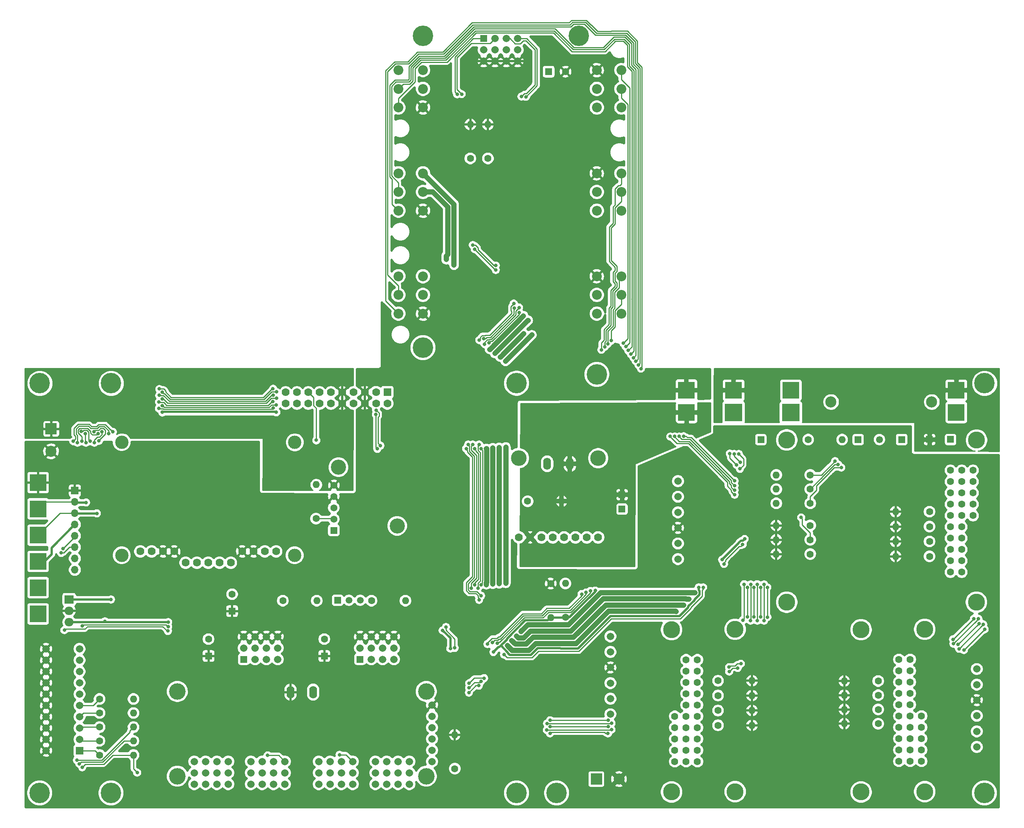
<source format=gbl>
G04 #@! TF.GenerationSoftware,KiCad,Pcbnew,(5.1.10-1-10_14)*
G04 #@! TF.CreationDate,2023-04-30T23:48:29-07:00*
G04 #@! TF.ProjectId,Control_Boards,436f6e74-726f-46c5-9f42-6f617264732e,rev?*
G04 #@! TF.SameCoordinates,Original*
G04 #@! TF.FileFunction,Copper,L2,Bot*
G04 #@! TF.FilePolarity,Positive*
%FSLAX46Y46*%
G04 Gerber Fmt 4.6, Leading zero omitted, Abs format (unit mm)*
G04 Created by KiCad (PCBNEW (5.1.10-1-10_14)) date 2023-04-30 23:48:29*
%MOMM*%
%LPD*%
G01*
G04 APERTURE LIST*
G04 #@! TA.AperFunction,ComponentPad*
%ADD10C,1.670000*%
G04 #@! TD*
G04 #@! TA.AperFunction,ComponentPad*
%ADD11R,1.500000X1.500000*%
G04 #@! TD*
G04 #@! TA.AperFunction,ComponentPad*
%ADD12C,1.500000*%
G04 #@! TD*
G04 #@! TA.AperFunction,ComponentPad*
%ADD13C,1.600000*%
G04 #@! TD*
G04 #@! TA.AperFunction,ComponentPad*
%ADD14R,1.600000X1.600000*%
G04 #@! TD*
G04 #@! TA.AperFunction,ComponentPad*
%ADD15R,1.524000X1.524000*%
G04 #@! TD*
G04 #@! TA.AperFunction,WasherPad*
%ADD16C,3.800000*%
G04 #@! TD*
G04 #@! TA.AperFunction,WasherPad*
%ADD17C,3.698499*%
G04 #@! TD*
G04 #@! TA.AperFunction,ComponentPad*
%ADD18O,1.760000X2.800000*%
G04 #@! TD*
G04 #@! TA.AperFunction,WasherPad*
%ADD19C,4.600000*%
G04 #@! TD*
G04 #@! TA.AperFunction,ComponentPad*
%ADD20R,3.800000X3.800000*%
G04 #@! TD*
G04 #@! TA.AperFunction,ComponentPad*
%ADD21R,2.500000X2.500000*%
G04 #@! TD*
G04 #@! TA.AperFunction,ComponentPad*
%ADD22C,2.500000*%
G04 #@! TD*
G04 #@! TA.AperFunction,ComponentPad*
%ADD23O,2.000000X1.905000*%
G04 #@! TD*
G04 #@! TA.AperFunction,ComponentPad*
%ADD24R,2.000000X1.905000*%
G04 #@! TD*
G04 #@! TA.AperFunction,ComponentPad*
%ADD25O,1.600000X1.600000*%
G04 #@! TD*
G04 #@! TA.AperFunction,ComponentPad*
%ADD26C,2.209800*%
G04 #@! TD*
G04 #@! TA.AperFunction,ComponentPad*
%ADD27R,1.670000X1.670000*%
G04 #@! TD*
G04 #@! TA.AperFunction,ComponentPad*
%ADD28R,1.778000X1.778000*%
G04 #@! TD*
G04 #@! TA.AperFunction,ComponentPad*
%ADD29C,1.778000*%
G04 #@! TD*
G04 #@! TA.AperFunction,ComponentPad*
%ADD30O,1.760000X2.700000*%
G04 #@! TD*
G04 #@! TA.AperFunction,WasherPad*
%ADD31O,3.500000X3.500000*%
G04 #@! TD*
G04 #@! TA.AperFunction,ComponentPad*
%ADD32O,1.700000X1.700000*%
G04 #@! TD*
G04 #@! TA.AperFunction,ComponentPad*
%ADD33R,1.700000X1.700000*%
G04 #@! TD*
G04 #@! TA.AperFunction,ComponentPad*
%ADD34C,1.780000*%
G04 #@! TD*
G04 #@! TA.AperFunction,WasherPad*
%ADD35C,3.000000*%
G04 #@! TD*
G04 #@! TA.AperFunction,ComponentPad*
%ADD36C,1.560000*%
G04 #@! TD*
G04 #@! TA.AperFunction,ComponentPad*
%ADD37R,1.560000X1.560000*%
G04 #@! TD*
G04 #@! TA.AperFunction,WasherPad*
%ADD38C,3.400000*%
G04 #@! TD*
G04 #@! TA.AperFunction,ComponentPad*
%ADD39R,4.000000X4.000000*%
G04 #@! TD*
G04 #@! TA.AperFunction,ComponentPad*
%ADD40C,1.550000*%
G04 #@! TD*
G04 #@! TA.AperFunction,ComponentPad*
%ADD41R,1.550000X1.550000*%
G04 #@! TD*
G04 #@! TA.AperFunction,ViaPad*
%ADD42C,0.800000*%
G04 #@! TD*
G04 #@! TA.AperFunction,Conductor*
%ADD43C,0.250000*%
G04 #@! TD*
G04 #@! TA.AperFunction,Conductor*
%ADD44C,0.500000*%
G04 #@! TD*
G04 #@! TA.AperFunction,Conductor*
%ADD45C,1.000000*%
G04 #@! TD*
G04 #@! TA.AperFunction,Conductor*
%ADD46C,1.200000*%
G04 #@! TD*
G04 #@! TA.AperFunction,Conductor*
%ADD47C,0.254000*%
G04 #@! TD*
G04 #@! TA.AperFunction,Conductor*
%ADD48C,0.100000*%
G04 #@! TD*
G04 APERTURE END LIST*
D10*
X132054600Y-60833600D03*
X132054600Y-64333600D03*
X132054600Y-67833600D03*
X132054600Y-71333600D03*
X132054600Y-74833600D03*
X132054600Y-78333600D03*
X214274400Y-68174200D03*
X214274400Y-71674200D03*
X214274400Y-75174200D03*
X214274400Y-78674200D03*
X214274400Y-82174200D03*
X214274400Y-85674200D03*
X147218400Y-43484200D03*
X147218400Y-39984200D03*
X147218400Y-36484200D03*
X147218400Y-32984200D03*
X147218400Y-29484200D03*
X147218400Y-25984200D03*
D11*
X70840600Y-52730400D03*
D12*
X75920600Y-52730400D03*
X73380600Y-52730400D03*
D13*
X41884600Y-61452600D03*
D14*
X41884600Y-65252600D03*
D10*
X57404000Y-60909949D03*
X57404000Y-63449949D03*
X57404000Y-65989949D03*
X54864000Y-60909949D03*
X54864000Y-63449949D03*
X54864000Y-65989949D03*
X52324000Y-60909949D03*
X52324000Y-63449949D03*
X52324000Y-65989949D03*
X49784000Y-60909949D03*
D15*
X49784000Y-65989949D03*
D10*
X49784000Y-63449949D03*
X83489800Y-60909949D03*
X83489800Y-63449949D03*
X83489800Y-65989949D03*
X80949800Y-60909949D03*
X80949800Y-63449949D03*
X80949800Y-65989949D03*
X78409800Y-60909949D03*
X78409800Y-63449949D03*
X78409800Y-65989949D03*
X75869800Y-60909949D03*
D15*
X75869800Y-65989949D03*
D10*
X75869800Y-63449949D03*
D13*
X67868800Y-61452600D03*
D14*
X67868800Y-65252600D03*
D13*
X149040600Y-66094400D03*
X151580600Y-66094400D03*
X149040600Y-68634400D03*
X151580600Y-68634400D03*
X149040600Y-71174400D03*
X151580600Y-71174400D03*
X149040600Y-73714400D03*
X151580600Y-73714400D03*
X149040600Y-76254400D03*
X151580600Y-76254400D03*
X149040600Y-78794400D03*
X151580600Y-78794400D03*
X149040600Y-81334400D03*
X151580600Y-81334400D03*
X149040600Y-83874400D03*
X151580600Y-83874400D03*
X149040600Y-86414400D03*
X151580600Y-86414400D03*
X149040600Y-88954400D03*
X151580600Y-88954400D03*
X146500600Y-78794400D03*
X146500600Y-81334400D03*
X146500600Y-83874400D03*
X146500600Y-86414400D03*
X146500600Y-88954400D03*
D16*
X145770600Y-59334400D03*
X145770600Y-95783400D03*
X188315600Y-59334400D03*
X188315600Y-95783400D03*
D13*
X199320400Y-66018200D03*
X196780400Y-66018200D03*
X199320400Y-68558200D03*
X196780400Y-68558200D03*
X199320400Y-71098200D03*
X196780400Y-71098200D03*
X199320400Y-73638200D03*
X196780400Y-73638200D03*
X199320400Y-76178200D03*
X196780400Y-76178200D03*
X199320400Y-78718200D03*
X196780400Y-78718200D03*
X199320400Y-81258200D03*
X196780400Y-81258200D03*
X199320400Y-83798200D03*
X196780400Y-83798200D03*
X199320400Y-86338200D03*
X196780400Y-86338200D03*
X199320400Y-88878200D03*
X196780400Y-88878200D03*
X201860400Y-78718200D03*
X201860400Y-81258200D03*
X201860400Y-83798200D03*
X201860400Y-86338200D03*
X201860400Y-88878200D03*
D16*
X202590400Y-59258200D03*
X202590400Y-95707200D03*
X160045400Y-59258200D03*
X160045400Y-95707200D03*
D17*
X90736200Y-92234800D03*
X90736200Y-73202800D03*
X34874200Y-73202800D03*
X34874200Y-92234800D03*
D10*
X92024200Y-88950800D03*
X92024200Y-86410800D03*
X92024200Y-83870800D03*
X92024200Y-81330800D03*
X92024200Y-78790800D03*
X92024200Y-76250800D03*
D18*
X65354200Y-73355200D03*
X60274200Y-73355200D03*
D10*
X86944200Y-88950800D03*
X86944200Y-91490800D03*
X86944200Y-94030800D03*
X84404200Y-88950800D03*
X84404200Y-91490800D03*
X84404200Y-94030800D03*
X81864200Y-88950800D03*
X81864200Y-91490800D03*
X81864200Y-94030800D03*
X79324200Y-88950800D03*
X79324200Y-91490800D03*
X79324200Y-94030800D03*
X74244200Y-88950800D03*
X74244200Y-91490800D03*
X74244200Y-94030800D03*
X71704200Y-88950800D03*
X71704200Y-91490800D03*
X71704200Y-94030800D03*
X69164200Y-88950800D03*
X69164200Y-91490800D03*
X69164200Y-94030800D03*
X66624200Y-88950800D03*
X66624200Y-91490800D03*
X66624200Y-94030800D03*
X59004200Y-88950800D03*
X59004200Y-91490800D03*
X59004200Y-94030800D03*
X56464200Y-88950800D03*
X56464200Y-91490800D03*
X56464200Y-94030800D03*
X53924200Y-88950800D03*
X53924200Y-91490800D03*
X53924200Y-94030800D03*
X51384200Y-88950800D03*
X51384200Y-91490800D03*
X51384200Y-94030800D03*
X46304200Y-88950800D03*
X46304200Y-91490800D03*
X46304200Y-94030800D03*
X43764200Y-88950800D03*
X43764200Y-91490800D03*
X43764200Y-94030800D03*
X41224200Y-88950800D03*
X41224200Y-91490800D03*
X41224200Y-94030800D03*
X38684200Y-88950800D03*
X38684200Y-91490800D03*
X38684200Y-94030800D03*
D19*
X129000000Y-2000000D03*
X90000000Y4000000D03*
X125000000Y74000000D03*
X90000000Y74000000D03*
X4000000Y-96000000D03*
X120000000Y-96000000D03*
X216000000Y-96000000D03*
X216000000Y-4000000D03*
X4000000Y-4000000D03*
X20000000Y-96000000D03*
X111000000Y-96000000D03*
X111000000Y-4000000D03*
X20000000Y-4000000D03*
D20*
X209651600Y-10537200D03*
X209651600Y-5537200D03*
D21*
X128905000Y-92887800D03*
D22*
X133985000Y-92887800D03*
D23*
X10591800Y-57632600D03*
X10591800Y-55092600D03*
D24*
X10591800Y-52552600D03*
D25*
X121056400Y-30454600D03*
D13*
X113436400Y-30454600D03*
D25*
X66167000Y-52832000D03*
D13*
X58547000Y-52832000D03*
D25*
X86080600Y-52832000D03*
D13*
X78460600Y-52832000D03*
D25*
X169265600Y-35941000D03*
D13*
X176885600Y-35941000D03*
D25*
X169265600Y-39154100D03*
D13*
X176885600Y-39154100D03*
D25*
X169265600Y-42367200D03*
D13*
X176885600Y-42367200D03*
D26*
X134511800Y11628120D03*
X134511800Y15829280D03*
X134511800Y20030440D03*
X129000000Y11628120D03*
X129000000Y15829280D03*
X129000000Y20030440D03*
D13*
X47167800Y-51368800D03*
D14*
X47167800Y-55168800D03*
D10*
X111252000Y68300600D03*
X111252000Y70840600D03*
X111252000Y73380600D03*
X108712000Y68300600D03*
X108712000Y70840600D03*
X108712000Y73380600D03*
X106172000Y68300600D03*
X106172000Y70840600D03*
X106172000Y73380600D03*
X103632000Y68300600D03*
D15*
X103632000Y73380600D03*
D10*
X103632000Y70840600D03*
X12928600Y-63652400D03*
X12928600Y-66192400D03*
X12928600Y-68732400D03*
X12928600Y-71272400D03*
X12928600Y-73812400D03*
X12928600Y-76352400D03*
X12928600Y-78892400D03*
X12928600Y-81432400D03*
X12928600Y-83972400D03*
D27*
X12928600Y-86512400D03*
D10*
X5428600Y-63652400D03*
X5428600Y-66192400D03*
X5428600Y-68732400D03*
X5428600Y-71272400D03*
X5428600Y-73812400D03*
X5428600Y-76352400D03*
X5428600Y-78892400D03*
X5428600Y-81432400D03*
X5428600Y-83972400D03*
X5428600Y-86512400D03*
D26*
X134511800Y57906920D03*
X134511800Y62108080D03*
X134511800Y66309240D03*
X129000000Y57906920D03*
X129000000Y62108080D03*
X129000000Y66309240D03*
X84488200Y66314320D03*
X84488200Y62113160D03*
X84488200Y57912000D03*
X90000000Y66314320D03*
X90000000Y62113160D03*
X90000000Y57912000D03*
X84488200Y20035520D03*
X84488200Y15834360D03*
X84488200Y11633200D03*
X90000000Y20035520D03*
X90000000Y15834360D03*
X90000000Y11633200D03*
X84488200Y43149520D03*
X84488200Y38948360D03*
X84488200Y34747200D03*
X90000000Y43149520D03*
X90000000Y38948360D03*
X90000000Y34747200D03*
X134511800Y34742120D03*
X134511800Y38943280D03*
X134511800Y43144440D03*
X129000000Y34742120D03*
X129000000Y38943280D03*
X129000000Y43144440D03*
D28*
X82000000Y-6000000D03*
D29*
X82000000Y-8540000D03*
X79460000Y-6000000D03*
X76920000Y-6000000D03*
X74380000Y-6000000D03*
X71840000Y-6000000D03*
X69300000Y-6000000D03*
X66760000Y-6000000D03*
X64220000Y-6000000D03*
X61680000Y-6000000D03*
X59140000Y-6000000D03*
X79460000Y-8540000D03*
X76920000Y-8540000D03*
X74380000Y-8540000D03*
X71840000Y-8540000D03*
X69300000Y-8540000D03*
X66760000Y-8540000D03*
X64220000Y-8540000D03*
X61680000Y-8540000D03*
X59140000Y-8540000D03*
D13*
X121996200Y65963800D03*
D14*
X118196200Y65963800D03*
D20*
X3632200Y-55803800D03*
X3632200Y-49905920D03*
X3632200Y-44008040D03*
X3632200Y-38110160D03*
X3632200Y-32212280D03*
D15*
X134645400Y-28994100D03*
X165826440Y-16652240D03*
X187655200Y-16652240D03*
D20*
X3632200Y-26314400D03*
D15*
X134620000Y-32232600D03*
X203657200Y-16611600D03*
X208356200Y-16611600D03*
D25*
X66014600Y-26771600D03*
D13*
X66014600Y-34391600D03*
D29*
X129260600Y-38557200D03*
X126720600Y-38557200D03*
X124180600Y-38557200D03*
X121640600Y-38557200D03*
X119100600Y-38557200D03*
X116560600Y-38557200D03*
X114020600Y-38557200D03*
X111480600Y-38557200D03*
D30*
X122910600Y-22047200D03*
X117830600Y-22047200D03*
D31*
X129260600Y-20777200D03*
X111480600Y-20777200D03*
D32*
X11887200Y-45897800D03*
X11887200Y-43357800D03*
X11887200Y-40817800D03*
X11887200Y-38277800D03*
X11887200Y-35737800D03*
X11887200Y-33197800D03*
X11887200Y-30657800D03*
D33*
X11887200Y-28117800D03*
D34*
X26568400Y-41757600D03*
X29108400Y-41757600D03*
X31648400Y-41757600D03*
X34188400Y-41757600D03*
X36728400Y-44297600D03*
X39268400Y-44297600D03*
X41808400Y-44297600D03*
X44348400Y-44297600D03*
X46888400Y-44297600D03*
D35*
X22398400Y-42637600D03*
X22398400Y-17237600D03*
X61198400Y-17237600D03*
X61198400Y-42637600D03*
D29*
X57048400Y-41757600D03*
X51968400Y-41757600D03*
X54508400Y-41757600D03*
X49428400Y-41757600D03*
D13*
X210907225Y-46414542D03*
X208367225Y-46414542D03*
X210907225Y-43874542D03*
X208367225Y-43874542D03*
X210907225Y-41334542D03*
X208367225Y-41334542D03*
X210907225Y-38794542D03*
X208367225Y-38794542D03*
X210907225Y-36254542D03*
X208367225Y-36254542D03*
X210907225Y-33714542D03*
X208367225Y-33714542D03*
X210907225Y-31174542D03*
X208367225Y-31174542D03*
X210907225Y-28634542D03*
X208367225Y-28634542D03*
X210907225Y-26094542D03*
X208367225Y-26094542D03*
X210907225Y-23554542D03*
X208367225Y-23554542D03*
X213447225Y-33714542D03*
X213447225Y-31174542D03*
X213447225Y-28634542D03*
X213447225Y-26094542D03*
X213447225Y-23554542D03*
D16*
X214177225Y-53174542D03*
X214177225Y-16725542D03*
X171632225Y-53174542D03*
X171632225Y-16725542D03*
D36*
X69977000Y-26898600D03*
X69977000Y-29438600D03*
X69977000Y-31978600D03*
X69977000Y-34518600D03*
D37*
X69977000Y-37058600D03*
D38*
X84207000Y-36028600D03*
X71007000Y-22828600D03*
D22*
X181536800Y-8178800D03*
X204136800Y-8178800D03*
D21*
X6540500Y-14211300D03*
D22*
X6540500Y-19291300D03*
D20*
X149123400Y-10537200D03*
X149123400Y-5537200D03*
D39*
X159664400Y-10537200D03*
D20*
X159664400Y-5537200D03*
D39*
X172516800Y-10537200D03*
D20*
X172516800Y-5537200D03*
D40*
X192434200Y-16652240D03*
D41*
X197434200Y-16652240D03*
D25*
X196062600Y-32842200D03*
D13*
X203682600Y-32842200D03*
D25*
X184531000Y-80441800D03*
D13*
X192151000Y-80441800D03*
D25*
X97129600Y-82931000D03*
D13*
X97129600Y-90551000D03*
D25*
X163830000Y-74134134D03*
D13*
X156210000Y-74134134D03*
D25*
X104571800Y54102000D03*
D13*
X104571800Y46482000D03*
D25*
X100634800Y54102000D03*
D13*
X100634800Y46482000D03*
D25*
X196062600Y-36186533D03*
D13*
X203682600Y-36186533D03*
D25*
X163830000Y-80822800D03*
D13*
X156210000Y-80822800D03*
D25*
X184531000Y-70866000D03*
D13*
X192151000Y-70866000D03*
D25*
X196062600Y-42875200D03*
D13*
X203682600Y-42875200D03*
D25*
X184531000Y-74057933D03*
D13*
X192151000Y-74057933D03*
D25*
X163830000Y-70789800D03*
D13*
X156210000Y-70789800D03*
D25*
X163830000Y-77478467D03*
D13*
X156210000Y-77478467D03*
D25*
X25044400Y-74904600D03*
D13*
X17424400Y-74904600D03*
D25*
X196062600Y-39530866D03*
D13*
X203682600Y-39530866D03*
D25*
X25044400Y-81203800D03*
D13*
X17424400Y-81203800D03*
D25*
X118668800Y-56591200D03*
D13*
X118668800Y-48971200D03*
D25*
X184058560Y-16652240D03*
D13*
X176438560Y-16652240D03*
D25*
X169265600Y-30962600D03*
D13*
X176885600Y-30962600D03*
D25*
X169265600Y-27774900D03*
D13*
X176885600Y-27774900D03*
D25*
X169265600Y-24587200D03*
D13*
X176885600Y-24587200D03*
D25*
X121970800Y-48945800D03*
D13*
X121970800Y-56565800D03*
D25*
X25044400Y-87503000D03*
D13*
X17424400Y-87503000D03*
D25*
X25044400Y-78054200D03*
D13*
X17424400Y-78054200D03*
D25*
X25019000Y-84302600D03*
D13*
X17399000Y-84302600D03*
D25*
X184531000Y-77249866D03*
D13*
X192151000Y-77249866D03*
D42*
X12331700Y-88633300D03*
X126644400Y-46431200D03*
X130791294Y4175796D03*
X146467814Y-15923858D03*
X159936290Y-28025603D03*
X165735000Y-56476420D03*
X165735000Y-49828600D03*
X16827500Y-33223200D03*
X19989800Y-52552600D03*
X125606158Y-51338604D03*
X104470200Y-62560200D03*
X97128951Y-63434779D03*
X95161100Y-58750200D03*
X56371299Y-6663998D03*
X30783756Y-6714798D03*
X16170957Y-14860236D03*
X17286909Y-16944009D03*
X182473600Y-21488400D03*
X216046087Y-59257916D03*
X211382459Y-63928141D03*
X131521200Y-82614600D03*
X118494857Y-82614600D03*
X56366673Y-9564000D03*
X30721734Y-9614800D03*
X20366659Y-14880259D03*
X11533700Y-17031735D03*
X157135898Y-43623298D03*
X105803700Y-64363600D03*
X151881531Y-49824331D03*
X162186340Y-38963600D03*
X96139000Y-63576200D03*
X94411800Y-59512200D03*
X128660110Y-50547434D03*
X32816800Y-57632600D03*
X18625276Y-57482610D03*
X14415600Y-30772100D03*
X57050106Y-10478600D03*
X31483117Y-10516959D03*
X174865200Y-34137600D03*
X183165961Y-22220846D03*
X215738102Y-58163433D03*
X210288780Y-63612186D03*
X132306947Y-81792981D03*
X117805200Y-81889600D03*
X57078961Y-8862110D03*
X31520411Y-9013036D03*
X19463555Y-15309686D03*
X12482664Y-17347124D03*
X183873070Y-22927954D03*
X214757182Y-57969011D03*
X210087059Y-62632741D03*
X131530534Y-81122954D03*
X118531304Y-81129801D03*
X57142938Y-7388999D03*
X31514471Y-7538536D03*
X17062842Y-15312503D03*
X13429629Y-17025780D03*
X138915262Y-729006D03*
X159852284Y-19872206D03*
X161213800Y-21772216D03*
X134924751Y5019417D03*
X162060972Y-49136511D03*
X161798000Y-57200800D03*
X164274599Y-49821177D03*
X164261800Y-56476420D03*
X161335810Y-66983715D03*
X158691939Y-67751355D03*
X136633719Y2555615D03*
X131511566Y4869490D03*
X147467798Y-15929950D03*
X159936290Y-27025600D03*
X166545589Y-49148808D03*
X166547800Y-57327800D03*
X138370561Y109626D03*
X158856355Y-19782049D03*
X160384199Y-22330575D03*
X132232400Y5562600D03*
X148466112Y-15871888D03*
X159936290Y-25933400D03*
X167278997Y-49828600D03*
X167285466Y-56500754D03*
X135513080Y4210793D03*
X162789087Y-49821969D03*
X162788600Y-56476420D03*
X137214858Y1741809D03*
X136045404Y3364250D03*
X163531486Y-49152008D03*
X163525200Y-57327800D03*
X160610810Y-67945001D03*
X158710800Y-68757800D03*
X159936290Y-29025606D03*
X145467831Y-15929950D03*
X130041338Y3514305D03*
X165023800Y-57327800D03*
X165005190Y-49138359D03*
X137785184Y920389D03*
X71277670Y-87437624D03*
X55132843Y-87564357D03*
X113106200Y60325000D03*
X110364861Y13890059D03*
X100866599Y-50024291D03*
X101141589Y-17748966D03*
X102631843Y5692216D03*
X112107923Y60383722D03*
X110466531Y12895239D03*
X101591599Y-49233200D03*
X101592184Y-18719800D03*
X103620818Y5993984D03*
X98679000Y60913160D03*
X101637446Y26085800D03*
X106337476Y21437600D03*
X111556800Y13004800D03*
X102316600Y-50000709D03*
X102591590Y-17740829D03*
X103836787Y4798852D03*
X97666346Y60900509D03*
X101187436Y27039379D03*
X106337476Y22437603D03*
X111556800Y11887200D03*
X103042185Y-18706480D03*
X103041600Y-49262211D03*
X104808043Y5082901D03*
X213636386Y-56848214D03*
X208956759Y-61502441D03*
X131539465Y-79672953D03*
X118516400Y-79679800D03*
X9263230Y-41106423D03*
X56337200Y-5207000D03*
X30796970Y-5264797D03*
X13321770Y-14828080D03*
X15309655Y-17027546D03*
X214640457Y-56894848D03*
X209045556Y-62498492D03*
X132310559Y-80342980D03*
X117828654Y-80405754D03*
X8813220Y-42100500D03*
X57125742Y-5938998D03*
X31513991Y-6031599D03*
X14211244Y-15285069D03*
X14369322Y-17367807D03*
X127564088Y-50653494D03*
X106705400Y-62420500D03*
X79476841Y-10028907D03*
X102994420Y-70934499D03*
X100347056Y-72406156D03*
X80448533Y-18007500D03*
X100141868Y-17772662D03*
X103041600Y-51714400D03*
X126600444Y-50980728D03*
X105575100Y-62242700D03*
X79438283Y-11028165D03*
X102544410Y-71907400D03*
X100306809Y-73471709D03*
X79756000Y-18732500D03*
X99692173Y-18686185D03*
X102591590Y-52640630D03*
X56326721Y-8113999D03*
X100357515Y-71370391D03*
X103722845Y-70219465D03*
X30734857Y-8164799D03*
X17957698Y-14866145D03*
X16262032Y-17332476D03*
X105664000Y-49098200D03*
X105664000Y-18542000D03*
X106146600Y2692400D03*
X113588800Y10109200D03*
X109905800Y-61772800D03*
X148488400Y-53873400D03*
X104241600Y-49225200D03*
X104241600Y-18669000D03*
X104978200Y3606800D03*
X112547400Y11125200D03*
X108966000Y-62915800D03*
X146786600Y-55270400D03*
X95224600Y23774400D03*
X96977200Y22529800D03*
X108585000Y-18338800D03*
X108508800Y939800D03*
X108585000Y-48895000D03*
X114427000Y6832600D03*
X111988600Y-59766200D03*
X151003000Y-51028600D03*
X107111800Y-48996600D03*
X107111800Y-18440400D03*
X107340400Y1905000D03*
X112598200Y7086600D03*
X110998000Y-60756800D03*
X149682200Y-52476400D03*
X66014600Y-16789400D03*
X32816800Y-58632603D03*
X13575200Y-58470799D03*
X12894011Y-89460228D03*
X9526162Y-59446438D03*
X32753695Y-59630612D03*
X160852287Y-19872206D03*
X161121812Y-23222217D03*
X161740471Y-40212341D03*
X157550760Y-44582275D03*
X152881523Y-49828600D03*
X108190174Y-64936225D03*
X13528274Y-90233347D03*
X25861853Y-91435347D03*
D43*
X24244401Y-82348001D02*
X17959102Y-88633300D01*
X24244401Y-82003799D02*
X24244401Y-82348001D01*
X25044400Y-81203800D02*
X24244401Y-82003799D01*
X17959102Y-88633300D02*
X12331700Y-88633300D01*
X4140200Y-44450000D02*
X4140200Y-44009002D01*
D44*
X4140200Y-44450000D02*
X4140200Y-44234002D01*
X6680200Y-42418000D02*
X5090160Y-44008040D01*
X5090160Y-44008040D02*
X3632200Y-44008040D01*
X6680200Y-40944800D02*
X6680200Y-42418000D01*
X11887200Y-35737800D02*
X6680200Y-40944800D01*
X71840000Y-6000000D02*
X71840000Y-10321200D01*
X71840000Y-6000000D02*
X71840000Y-3920400D01*
D45*
X149123400Y-5537200D02*
X151765000Y-5537200D01*
X149123400Y-2921000D02*
X149123400Y-5537200D01*
X149123400Y-5537200D02*
X146177000Y-5537200D01*
X133985000Y-92887800D02*
X132511800Y-91414600D01*
X133985000Y-92887800D02*
X135559800Y-91313000D01*
X133985000Y-92887800D02*
X132537200Y-94335600D01*
X133985000Y-92887800D02*
X135483600Y-94386400D01*
D44*
X76920000Y-6000000D02*
X76920000Y-10346600D01*
X76920000Y-6000000D02*
X76920000Y-4149000D01*
X103632000Y68300600D02*
X112826800Y68300600D01*
X103632000Y68300600D02*
X101803200Y68300600D01*
D43*
X131057389Y5488315D02*
X130786565Y5217491D01*
X131057389Y7903659D02*
X131057389Y5488315D01*
X130786565Y5217491D02*
X130786565Y4180525D01*
X132181879Y9028149D02*
X131057389Y7903659D01*
X132595190Y13100584D02*
X132181879Y12687273D01*
X132595190Y16665334D02*
X132595190Y13100584D01*
X133081899Y19013301D02*
X133553200Y18542000D01*
X133553200Y18542000D02*
X133553200Y17623344D01*
X130786565Y4180525D02*
X130791294Y4175796D01*
X132230999Y30918449D02*
X132230999Y23572601D01*
X133081899Y20716793D02*
X133081899Y19013301D01*
X133553200Y21188094D02*
X133081899Y20716793D01*
X132230999Y23572601D02*
X133553200Y22250400D01*
X133081899Y31769349D02*
X132230999Y30918449D01*
X133553200Y22250400D02*
X133553200Y21188094D01*
X132181879Y12687273D02*
X132181879Y9028149D01*
X133081899Y35428473D02*
X133081899Y31769349D01*
X134511800Y36858374D02*
X133081899Y35428473D01*
X133553200Y17623344D02*
X132595190Y16665334D01*
X134511800Y38943280D02*
X134511800Y36858374D01*
X149780328Y-17046898D02*
X156961239Y-24227809D01*
X146467814Y-16002968D02*
X147511745Y-17046899D01*
X147511745Y-17046899D02*
X149780328Y-17046898D01*
X146467814Y-15923858D02*
X146467814Y-16002968D01*
X157236232Y-24502802D02*
X157236232Y-24506162D01*
X156961239Y-24227809D02*
X157236232Y-24502802D01*
X158761279Y-26031209D02*
X158761279Y-26486999D01*
X157236232Y-24506162D02*
X158761279Y-26031209D01*
X159211289Y-27373601D02*
X159588289Y-27750601D01*
X159661288Y-27750601D02*
X159936290Y-28025603D01*
X159211289Y-26937009D02*
X159211289Y-27373601D01*
X159588289Y-27750601D02*
X159661288Y-27750601D01*
X158761279Y-26486999D02*
X159211289Y-26937009D01*
X165730190Y-56471610D02*
X165735000Y-56476420D01*
X165735000Y-49828600D02*
X165735000Y-56476420D01*
X16802100Y-33197800D02*
X16827500Y-33223200D01*
D44*
X10591800Y-52552600D02*
X18173700Y-52552600D01*
X18173700Y-52552600D02*
X19989800Y-52552600D01*
X11912600Y-33223200D02*
X11887200Y-33197800D01*
X16827500Y-33223200D02*
X11912600Y-33223200D01*
D43*
X8544560Y-33197800D02*
X3632200Y-38110160D01*
X11887200Y-33197800D02*
X8544560Y-33197800D01*
X104470200Y-62274598D02*
X104470200Y-62560200D01*
X105499309Y-61245489D02*
X104470200Y-62274598D01*
X125603000Y-51341762D02*
X125603000Y-51730658D01*
X107193626Y-60914030D02*
X106889660Y-60914030D01*
X112365096Y-55742560D02*
X107193626Y-60914030D01*
X106889660Y-60914030D02*
X106558201Y-61245489D01*
X125603000Y-51730658D02*
X122792879Y-54540779D01*
X116579618Y-55742560D02*
X112365096Y-55742560D01*
X117781398Y-54540780D02*
X116579618Y-55742560D01*
X106558201Y-61245489D02*
X105499309Y-61245489D01*
X122792879Y-54540779D02*
X117781398Y-54540780D01*
X125606158Y-51338604D02*
X125603000Y-51341762D01*
X95136801Y-58774499D02*
X95161100Y-58750200D01*
X95136801Y-59424015D02*
X95136801Y-58774499D01*
X97128951Y-61416165D02*
X95136801Y-59424015D01*
X97128951Y-63434779D02*
X97128951Y-61416165D01*
X54660950Y-8038950D02*
X33067447Y-8038950D01*
X56035902Y-6663998D02*
X54660950Y-8038950D01*
X56371299Y-6663998D02*
X56035902Y-6663998D01*
X30882493Y-6813535D02*
X30783756Y-6714798D01*
X30825558Y-6756600D02*
X30783756Y-6714798D01*
X31785097Y-6756600D02*
X30825558Y-6756600D01*
X33067447Y-8038950D02*
X31785097Y-6756600D01*
X17608856Y-14141144D02*
X17322800Y-14427200D01*
X17322800Y-14427200D02*
X17323641Y-14427200D01*
X18682699Y-14518144D02*
X18305699Y-14141144D01*
X18682699Y-15214146D02*
X18682699Y-14518144D01*
X18305699Y-14141144D02*
X17608856Y-14141144D01*
X18669000Y-15227845D02*
X18682699Y-15214146D01*
X16443691Y-14587502D02*
X16170957Y-14860236D01*
X17163339Y-14587502D02*
X16443691Y-14587502D01*
X17323641Y-14427200D02*
X17163339Y-14587502D01*
X18669000Y-15415757D02*
X18669000Y-15227845D01*
X17286909Y-16797848D02*
X18669000Y-15415757D01*
X17286909Y-16944009D02*
X17286909Y-16797848D01*
X179374800Y-24587200D02*
X182473600Y-21488400D01*
X176885600Y-24587200D02*
X179374800Y-24587200D01*
X211382459Y-63921544D02*
X211382459Y-63928141D01*
X216046087Y-59257916D02*
X211382459Y-63921544D01*
X130955515Y-82614600D02*
X130680525Y-82339610D01*
X131521200Y-82614600D02*
X130955515Y-82614600D01*
X130680525Y-82339610D02*
X119278400Y-82339610D01*
X118769847Y-82339610D02*
X118494857Y-82614600D01*
X119278400Y-82339610D02*
X118769847Y-82339610D01*
X56366673Y-9597127D02*
X56124810Y-9838990D01*
X56366673Y-9564000D02*
X56366673Y-9597127D01*
X56124810Y-9838990D02*
X47294800Y-9838990D01*
X47294800Y-9838990D02*
X33223200Y-9838990D01*
X33223200Y-9838990D02*
X32092900Y-9838990D01*
X30846733Y-9739799D02*
X30721734Y-9614800D01*
X31640801Y-9739799D02*
X30846733Y-9739799D01*
X31739992Y-9838990D02*
X31640801Y-9739799D01*
X32092900Y-9838990D02*
X31739992Y-9838990D01*
X19913564Y-14476189D02*
X18678499Y-13241124D01*
X19962590Y-14476190D02*
X19913564Y-14476189D01*
X20366659Y-14880259D02*
X19962590Y-14476190D01*
X17199365Y-13241125D02*
X16755265Y-13685225D01*
X18678499Y-13241124D02*
X17199365Y-13241125D01*
X15608501Y-13685225D02*
X15126334Y-13203060D01*
X16755265Y-13685225D02*
X15608501Y-13685225D01*
X15126334Y-13203060D02*
X12600967Y-13203061D01*
X11696750Y-14107280D02*
X11696751Y-15548883D01*
X12600967Y-13203061D02*
X11696750Y-14107280D01*
X11696751Y-15548883D02*
X12032654Y-15884786D01*
X12032654Y-16532781D02*
X11533700Y-17031735D01*
X12032654Y-15884786D02*
X12032654Y-16532781D01*
D44*
X157135898Y-43623298D02*
X160703396Y-40055800D01*
X160703396Y-40055800D02*
X160703396Y-40047334D01*
X160890470Y-39868726D02*
X160890470Y-39804340D01*
X161787600Y-39362340D02*
X162186340Y-38963600D01*
X161332470Y-39362340D02*
X161787600Y-39362340D01*
X160890470Y-39804340D02*
X161332470Y-39362340D01*
X160703396Y-40055800D02*
X160890470Y-39868726D01*
X121970800Y-56235600D02*
X121970800Y-56565800D01*
X121945400Y-56591200D02*
X121970800Y-56565800D01*
X118668800Y-56591200D02*
X121945400Y-56591200D01*
X128660110Y-50547434D02*
X128660110Y-50759554D01*
X122853864Y-56565800D02*
X121970800Y-56565800D01*
X128660110Y-50759554D02*
X122853864Y-56565800D01*
X96139000Y-63576200D02*
X96139000Y-61239400D01*
X107915991Y-62480871D02*
X107903031Y-62480871D01*
X106896799Y-63270501D02*
X105803700Y-64363600D01*
X107113401Y-63270501D02*
X106896799Y-63270501D01*
X108855791Y-61337871D02*
X108855791Y-61541071D01*
X108855791Y-61541071D02*
X107915991Y-62480871D01*
X118042410Y-57217590D02*
X112976072Y-57217590D01*
X112976072Y-57217590D02*
X108855791Y-61337871D01*
X118668800Y-56591200D02*
X118042410Y-57217590D01*
X107486801Y-62921539D02*
X107486801Y-62897101D01*
X109040175Y-64474913D02*
X107486801Y-62921539D01*
X115715210Y-63517640D02*
X114216611Y-65016239D01*
X120895749Y-63576200D02*
X120837189Y-63517640D01*
X146245440Y-56278640D02*
X132050637Y-56278640D01*
X146287209Y-56320409D02*
X146245440Y-56278640D01*
X120837189Y-63517640D02*
X115715210Y-63517640D01*
X107486801Y-62897101D02*
X107113401Y-63270501D01*
X147221529Y-56320409D02*
X146287209Y-56320409D01*
X147560338Y-56286400D02*
X147255538Y-56286400D01*
X149538409Y-54105129D02*
X149538409Y-54308329D01*
X150926800Y-52589738D02*
X150926800Y-52716738D01*
X149538409Y-54308329D02*
X147560338Y-56286400D01*
X109453539Y-65016239D02*
X109040175Y-64602875D01*
X109040175Y-64602875D02*
X109040175Y-64474913D01*
X132050637Y-56278640D02*
X124753077Y-63576200D01*
X150926800Y-52716738D02*
X149538409Y-54105129D01*
X114216611Y-65016239D02*
X109453539Y-65016239D01*
X124753077Y-63576200D02*
X120895749Y-63576200D01*
X147255538Y-56286400D02*
X147221529Y-56320409D01*
X152053010Y-50593672D02*
X152053010Y-51463528D01*
X107903031Y-62480871D02*
X107486801Y-62897101D01*
X152053010Y-51463528D02*
X150926800Y-52589738D01*
X151881531Y-50422193D02*
X152053010Y-50593672D01*
X151881531Y-49824331D02*
X151881531Y-50422193D01*
X96139000Y-61239400D02*
X94411800Y-59512200D01*
X14440799Y-57620799D02*
X14452600Y-57632600D01*
X10603601Y-57620799D02*
X14440799Y-57620799D01*
X10591800Y-57632600D02*
X10603601Y-57620799D01*
X18487087Y-57620799D02*
X18625276Y-57482610D01*
X14440799Y-57620799D02*
X18487087Y-57620799D01*
X18775266Y-57632600D02*
X18625276Y-57482610D01*
X32816800Y-57632600D02*
X18775266Y-57632600D01*
X31586076Y-10414000D02*
X56985506Y-10414000D01*
X56985506Y-10414000D02*
X57050106Y-10478600D01*
X31483117Y-10516959D02*
X31586076Y-10414000D01*
X12001500Y-30772100D02*
X11887200Y-30657800D01*
X14415600Y-30772100D02*
X12001500Y-30772100D01*
D43*
X3840480Y-32004000D02*
X3632200Y-32212280D01*
X5186680Y-30657800D02*
X3632200Y-32212280D01*
X11887200Y-30657800D02*
X5186680Y-30657800D01*
X176885600Y-37606002D02*
X175082200Y-35802602D01*
X176885600Y-39154100D02*
X176885600Y-37606002D01*
X175082200Y-34354600D02*
X174865200Y-34137600D01*
X175082200Y-35802602D02*
X175082200Y-34354600D01*
X179561200Y-25099300D02*
X179561201Y-25037209D01*
X176885600Y-27774900D02*
X179561200Y-25099300D01*
X183158516Y-22213401D02*
X183165961Y-22220846D01*
X182385009Y-22213401D02*
X183158516Y-22213401D01*
X179561201Y-25037209D02*
X182385009Y-22213401D01*
X210289349Y-63612186D02*
X210288780Y-63612186D01*
X215738102Y-58163433D02*
X210289349Y-63612186D01*
X132306947Y-81792981D02*
X132210328Y-81889600D01*
X132210328Y-81889600D02*
X117805200Y-81889600D01*
X55469920Y-9388980D02*
X31926392Y-9388980D01*
X56019900Y-8839000D02*
X55469920Y-9388980D01*
X56679900Y-8839000D02*
X56019900Y-8839000D01*
X56703010Y-8862110D02*
X56679900Y-8839000D01*
X31926392Y-9388980D02*
X31550448Y-9013036D01*
X57078961Y-8862110D02*
X56703010Y-8862110D01*
X17385766Y-13691134D02*
X16939408Y-14137492D01*
X19463555Y-14662590D02*
X18492099Y-13691134D01*
X18492099Y-13691134D02*
X17385766Y-13691134D01*
X19463555Y-15309686D02*
X19463555Y-14662590D01*
X16518958Y-14135235D02*
X15422101Y-14135235D01*
X16521215Y-14137492D02*
X16518958Y-14135235D01*
X16939408Y-14137492D02*
X16521215Y-14137492D01*
X12146759Y-14293679D02*
X12146760Y-15362482D01*
X12787368Y-13653070D02*
X12146759Y-14293679D01*
X14939935Y-13653069D02*
X12787368Y-13653070D01*
X15422101Y-14135235D02*
X14939935Y-13653069D01*
X12146760Y-15362482D02*
X12482664Y-15698386D01*
X12482664Y-15698386D02*
X12482664Y-17347124D01*
X178282600Y-28042902D02*
X178282600Y-27014310D01*
X176885600Y-29439902D02*
X178282600Y-28042902D01*
X176885600Y-30962600D02*
X176885600Y-29439902D01*
X181203600Y-24093310D02*
X181203600Y-24031220D01*
X178282600Y-27014310D02*
X181203600Y-24093310D01*
X183531855Y-22927954D02*
X183873070Y-22927954D01*
X182817960Y-22945847D02*
X183513962Y-22945847D01*
X182800067Y-22927954D02*
X182817960Y-22945847D01*
X183513962Y-22945847D02*
X183531855Y-22927954D01*
X182306866Y-22927954D02*
X182800067Y-22927954D01*
X181203600Y-24031220D02*
X182306866Y-22927954D01*
X210093452Y-62632741D02*
X210087059Y-62632741D01*
X214757182Y-57969011D02*
X210093452Y-62632741D01*
X118538151Y-81122954D02*
X118531304Y-81129801D01*
X131530534Y-81122954D02*
X118538151Y-81122954D01*
X31755323Y-7538536D02*
X31514471Y-7538536D01*
X55978720Y-7388998D02*
X54878758Y-8488960D01*
X32695421Y-8478634D02*
X31755323Y-7538536D01*
X32695422Y-8488960D02*
X32695421Y-8478634D01*
X54878758Y-8488960D02*
X32695422Y-8488960D01*
X57142938Y-7388999D02*
X55978720Y-7388998D01*
X15822956Y-15585237D02*
X15445956Y-15208237D01*
X16790108Y-15585237D02*
X15822956Y-15585237D01*
X17062842Y-15312503D02*
X16790108Y-15585237D01*
X15445956Y-15208237D02*
X15445956Y-14795500D01*
X12973769Y-14103079D02*
X14753535Y-14103079D01*
X12596769Y-14480079D02*
X12973769Y-14103079D01*
X12596769Y-15176081D02*
X12596769Y-14480079D01*
X14753535Y-14103079D02*
X15445956Y-14795500D01*
X13429629Y-16008941D02*
X12596769Y-15176081D01*
X13429629Y-16008941D02*
X13429629Y-17025780D01*
X81606370Y14515030D02*
X81606370Y20164686D01*
X84488200Y11633200D02*
X81606370Y14515030D01*
X81606370Y20164686D02*
X81606370Y31419800D01*
X81606370Y31419800D02*
X81606370Y56083200D01*
X81606370Y56083200D02*
X81606371Y66185155D01*
X83615447Y68194231D02*
X85764779Y68194231D01*
X81606371Y66185155D02*
X83615447Y68194231D01*
X86581607Y68194231D02*
X88767416Y70380040D01*
X85764779Y68194231D02*
X86581607Y68194231D01*
X94452190Y70380040D02*
X101034150Y76962000D01*
X88767416Y70380040D02*
X94452190Y70380040D01*
X101034150Y76962000D02*
X108788200Y76962000D01*
X123367200Y77525020D02*
X126632803Y77525019D01*
X122804178Y76962000D02*
X123367200Y77525020D01*
X108788200Y76962000D02*
X122804178Y76962000D01*
X126632803Y77525019D02*
X127687210Y76470612D01*
X127770788Y76470612D02*
X129173380Y75068020D01*
X127687210Y76470612D02*
X127770788Y76470612D01*
X132280725Y75086967D02*
X135861934Y75086966D01*
X132261776Y75068020D02*
X132280725Y75086967D01*
X129173380Y75068020D02*
X132261776Y75068020D01*
X135861934Y75086966D02*
X138128251Y72820649D01*
X138128251Y67991093D02*
X139116270Y67003074D01*
X138128251Y72820649D02*
X138128251Y67991093D01*
X139116270Y67003074D02*
X139116270Y64947800D01*
X139116270Y64947800D02*
X139116270Y53390330D01*
X139116270Y53390330D02*
X139116270Y12775730D01*
X139116270Y12775730D02*
X139116270Y11328400D01*
X139116270Y11328400D02*
X139116270Y381470D01*
X139116270Y-527998D02*
X138915262Y-729006D01*
X139116270Y381470D02*
X139116270Y-527998D01*
X159852284Y-20410700D02*
X161213800Y-21772216D01*
X159852284Y-19872206D02*
X159852284Y-20410700D01*
X134511800Y60023174D02*
X135966200Y58568774D01*
X134511800Y62108080D02*
X134511800Y60023174D01*
X135966200Y58568774D02*
X135966200Y21412200D01*
X135966200Y21412200D02*
X135941701Y21387701D01*
X135941701Y6036367D02*
X134924751Y5019417D01*
X135941701Y15724911D02*
X135941701Y6036367D01*
X135966200Y15749410D02*
X135941701Y15724911D01*
X135966200Y21412200D02*
X135966200Y15749410D01*
X162052000Y-56946800D02*
X161798000Y-57200800D01*
X162060972Y-50166856D02*
X162052000Y-50175828D01*
X162052000Y-50175828D02*
X162052000Y-56946800D01*
X162060972Y-49136511D02*
X162060972Y-50166856D01*
X164274599Y-56463621D02*
X164261800Y-56476420D01*
X164274599Y-49821177D02*
X164274599Y-56463621D01*
X160499094Y-66983715D02*
X159987818Y-67494991D01*
X161335810Y-66983715D02*
X160499094Y-66983715D01*
X158948303Y-67494991D02*
X158691939Y-67751355D01*
X159987818Y-67494991D02*
X158948303Y-67494991D01*
X137316230Y3779507D02*
X137316230Y3238126D01*
X137316230Y3238126D02*
X136633719Y2555615D01*
X137316230Y7848600D02*
X137316230Y3779507D01*
X137316230Y15158020D02*
X137316230Y7848600D01*
X137316230Y60968600D02*
X137316230Y15158020D01*
X137316230Y62692724D02*
X137316230Y60968600D01*
X136328211Y72075049D02*
X136328211Y67245493D01*
X137316230Y66257474D02*
X137316230Y62692724D01*
X136328211Y67245493D02*
X137316230Y66257474D01*
X126847600Y70924989D02*
X130664379Y70924989D01*
X135116330Y73286930D02*
X136328211Y72075049D01*
X130664379Y70924989D02*
X133026321Y73286931D01*
X133026321Y73286931D02*
X135116330Y73286930D01*
X123663001Y70924989D02*
X126847600Y70924989D01*
X119436580Y75151410D02*
X123663001Y70924989D01*
X112064800Y75151410D02*
X119436580Y75151410D01*
X101769200Y75151410D02*
X112064800Y75151410D01*
X89513016Y68580000D02*
X95197790Y68580000D01*
X95197790Y68580000D02*
X101769200Y75151410D01*
X87738790Y63883906D02*
X87738791Y66805775D01*
X87738791Y66805775D02*
X89513016Y68580000D01*
X84488200Y62113160D02*
X85593099Y63218059D01*
X85593099Y63218059D02*
X87072943Y63218059D01*
X87072943Y63218059D02*
X87738790Y63883906D01*
X133045200Y12914184D02*
X132631889Y12500873D01*
X133045200Y16478934D02*
X133045200Y12914184D01*
X131507399Y4873657D02*
X131511566Y4869490D01*
X131507399Y7717259D02*
X131507399Y4873657D01*
X132631889Y8841749D02*
X131507399Y7717259D01*
X132631889Y12500873D02*
X132631889Y8841749D01*
X133045200Y16478934D02*
X134003210Y17436944D01*
X134003210Y19521850D02*
X134511800Y20030440D01*
X134003210Y17436944D02*
X134003210Y19521850D01*
X148118111Y-16596889D02*
X149966729Y-16596889D01*
X149966729Y-16596889D02*
X157411249Y-24041409D01*
X147741111Y-16219889D02*
X148118111Y-16596889D01*
X147467798Y-15929950D02*
X147501950Y-15929950D01*
X147741111Y-16169111D02*
X147741111Y-16219889D01*
X147501950Y-15929950D02*
X147741111Y-16169111D01*
X157686240Y-24316400D02*
X157686241Y-24319761D01*
X157411249Y-24041409D02*
X157686240Y-24316400D01*
X159211289Y-26300599D02*
X159936290Y-27025600D01*
X159211289Y-25844809D02*
X159211289Y-26300599D01*
X157686241Y-24319761D02*
X159211289Y-25844809D01*
X166545589Y-57325589D02*
X166547800Y-57327800D01*
X166545589Y-49148808D02*
X166545589Y-57325589D01*
X84488200Y17919266D02*
X82056380Y20351086D01*
X84488200Y15834360D02*
X84488200Y17919266D01*
X83801847Y67744221D02*
X85951179Y67744221D01*
X82056380Y65998754D02*
X83801847Y67744221D01*
X82056380Y20351086D02*
X82056380Y65998754D01*
X85951179Y67744221D02*
X86768007Y67744221D01*
X86768007Y67744221D02*
X88953816Y69930030D01*
X88953816Y69930030D02*
X94638590Y69930030D01*
X94638590Y69930030D02*
X101210000Y76501440D01*
X101210000Y76501440D02*
X109601000Y76501440D01*
X126446402Y77075010D02*
X127500809Y76020603D01*
X123553599Y77075011D02*
X126446402Y77075010D01*
X122980028Y76501440D02*
X123553599Y77075011D01*
X109601000Y76501440D02*
X122980028Y76501440D01*
X127500809Y76020603D02*
X128672006Y74849406D01*
X128672006Y74849406D02*
X128903402Y74618010D01*
X132467124Y74636958D02*
X135675533Y74636957D01*
X132448176Y74618010D02*
X132467124Y74636958D01*
X128903402Y74618010D02*
X132448176Y74618010D01*
X135675533Y74636957D02*
X137678241Y72634249D01*
X137678241Y67804693D02*
X138666260Y66816674D01*
X137678241Y72634249D02*
X137678241Y67804693D01*
X138666260Y66816674D02*
X138666260Y64389000D01*
X138666260Y64389000D02*
X138666260Y15717220D01*
X138666260Y15717220D02*
X138666260Y10693400D01*
X138666260Y10693400D02*
X138666260Y1559068D01*
X138666260Y1559068D02*
X138666260Y1015089D01*
X138666260Y405325D02*
X138370561Y109626D01*
X138666260Y1015089D02*
X138666260Y405325D01*
X158856355Y-20802731D02*
X160384199Y-22330575D01*
X158856355Y-19782049D02*
X158856355Y-20802731D01*
X134511800Y13744374D02*
X133081899Y12314473D01*
X134511800Y15829280D02*
X134511800Y13744374D01*
X132230999Y5564001D02*
X132232400Y5562600D01*
X132230999Y7804449D02*
X132230999Y5564001D01*
X133081899Y8655349D02*
X132230999Y7804449D01*
X133081899Y12314473D02*
X133081899Y8655349D01*
X149031797Y-15871888D02*
X149306788Y-16146879D01*
X148466112Y-15871888D02*
X149031797Y-15871888D01*
X149306788Y-16146879D02*
X150153130Y-16146880D01*
X150153130Y-16146880D02*
X158136250Y-24130000D01*
X158136250Y-24133360D02*
X159936290Y-25933400D01*
X158136250Y-24130000D02*
X158136250Y-24133360D01*
X167278997Y-56494285D02*
X167285466Y-56500754D01*
X167278997Y-49828600D02*
X167278997Y-56494285D01*
X134511800Y64224334D02*
X136416210Y62319924D01*
X134511800Y66309240D02*
X134511800Y64224334D01*
X136416210Y62319924D02*
X136416210Y58755174D01*
X136416210Y15563010D02*
X136391711Y15538511D01*
X136416210Y58755174D02*
X136416210Y15563010D01*
X136391711Y15538511D02*
X136391711Y5689600D01*
X136391711Y5689600D02*
X136391711Y5461072D01*
X136391711Y5089424D02*
X135513080Y4210793D01*
X136391711Y5461072D02*
X136391711Y5089424D01*
X162789087Y-56475933D02*
X162788600Y-56476420D01*
X162789087Y-49821969D02*
X162789087Y-56475933D01*
X84488200Y41033266D02*
X82956400Y42565066D01*
X84488200Y38948360D02*
X84488200Y41033266D01*
X82956400Y42565066D02*
X82956400Y57048400D01*
X82956400Y57048400D02*
X82956400Y58369200D01*
X83926855Y63668069D02*
X86614000Y63668069D01*
X82956400Y62697614D02*
X83926855Y63668069D01*
X82956400Y58369200D02*
X82956400Y62697614D01*
X87288781Y64070307D02*
X87288782Y66992176D01*
X87288782Y66992176D02*
X89326616Y69030010D01*
X86886543Y63668069D02*
X87288781Y64070307D01*
X86614000Y63668069D02*
X86886543Y63668069D01*
X95011390Y69030010D02*
X101582800Y75601420D01*
X89326616Y69030010D02*
X95011390Y69030010D01*
X101582800Y75601420D02*
X110718600Y75601420D01*
X110718600Y75601420D02*
X119622980Y75601420D01*
X123849401Y71374999D02*
X126848599Y71374999D01*
X119622980Y75601420D02*
X123849401Y71374999D01*
X130477979Y71374999D02*
X132839922Y73736940D01*
X126848599Y71374999D02*
X130477979Y71374999D01*
X135302731Y73736939D02*
X136778221Y72261449D01*
X132839922Y73736940D02*
X135302731Y73736939D01*
X136778221Y67431893D02*
X137766240Y66443874D01*
X136778221Y72261449D02*
X136778221Y67431893D01*
X137766240Y66443874D02*
X137766240Y63601600D01*
X137766240Y63601600D02*
X137766240Y61155000D01*
X137766240Y61155000D02*
X137766240Y25755600D01*
X137766240Y25755600D02*
X137766240Y15344420D01*
X137766240Y15344420D02*
X137766240Y8763000D01*
X137766240Y8763000D02*
X137766240Y3373567D01*
X137766240Y3373567D02*
X137766240Y2871082D01*
X137766240Y2293191D02*
X137214858Y1741809D01*
X137766240Y2871082D02*
X137766240Y2293191D01*
X84488200Y59996906D02*
X88188800Y63697506D01*
X84488200Y57912000D02*
X84488200Y59996906D01*
X88188800Y66619374D02*
X89692226Y68122800D01*
X88188800Y63697506D02*
X88188800Y66619374D01*
X89692226Y68122800D02*
X95377000Y68122800D01*
X95377000Y68122800D02*
X101955600Y74701400D01*
X101955600Y74701400D02*
X112217200Y74701400D01*
X119250180Y74701400D02*
X123476601Y70474979D01*
X112217200Y74701400D02*
X119250180Y74701400D01*
X123476601Y70474979D02*
X130850779Y70474979D01*
X134929929Y72836921D02*
X135878201Y71888649D01*
X133212721Y72836921D02*
X134929929Y72836921D01*
X130850779Y70474979D02*
X133212721Y72836921D01*
X135878201Y67059093D02*
X136866220Y66071074D01*
X135878201Y71888649D02*
X135878201Y67059093D01*
X136866220Y66071074D02*
X136866220Y62506324D01*
X136866220Y62506324D02*
X136866220Y60782200D01*
X136866220Y14971620D02*
X136841721Y14947121D01*
X136866220Y60782200D02*
X136866220Y14971620D01*
X136866220Y14971620D02*
X136866220Y6996020D01*
X136866220Y6996020D02*
X136866220Y4550067D01*
X136866220Y4185066D02*
X136045404Y3364250D01*
X136866220Y4550067D02*
X136866220Y4185066D01*
X163531486Y-49152008D02*
X163531486Y-53663914D01*
X163531486Y-57321514D02*
X163525200Y-57327800D01*
X163531486Y-53663914D02*
X163531486Y-57321514D01*
X159523599Y-67945001D02*
X158710800Y-68757800D01*
X160610810Y-67945001D02*
X159523599Y-67945001D01*
X132145180Y13286984D02*
X131731869Y12873673D01*
X134511800Y43144440D02*
X134511800Y40709600D01*
X132631889Y31955749D02*
X131780989Y31104849D01*
X131780989Y31104849D02*
X131780990Y23386200D01*
X131780990Y23386200D02*
X133103190Y22064000D01*
X134175381Y40373181D02*
X133825447Y40373181D01*
X132631889Y35614873D02*
X132631889Y31955749D01*
X133081899Y39629633D02*
X133081899Y36064883D01*
X134511800Y40709600D02*
X134175381Y40373181D01*
X133081899Y36064883D02*
X132631889Y35614873D01*
X133103190Y22064000D02*
X133103190Y21374494D01*
X133825447Y40373181D02*
X133081899Y39629633D01*
X133103190Y21374494D02*
X132631889Y20903193D01*
X132631889Y20903193D02*
X132631890Y18826900D01*
X132631890Y18826900D02*
X133103190Y18355600D01*
X133103190Y18355600D02*
X133103190Y17809744D01*
X133103190Y17809744D02*
X132145180Y16851734D01*
X132145180Y16851734D02*
X132145180Y14046200D01*
X158311271Y-27109993D02*
X159211289Y-28010011D01*
X159211289Y-28010011D02*
X159211289Y-28373604D01*
X159211289Y-28373604D02*
X159588289Y-28750604D01*
X159588289Y-28750604D02*
X159661288Y-28750604D01*
X159661288Y-28750604D02*
X159936290Y-29025606D01*
X156786223Y-24692563D02*
X158311269Y-26217609D01*
X158311269Y-26217609D02*
X158311271Y-27109993D01*
X156511231Y-24414211D02*
X156786222Y-24689202D01*
X156786222Y-24689202D02*
X156786223Y-24692563D01*
X149593928Y-17496908D02*
X156511231Y-24414211D01*
X146967863Y-17496908D02*
X149593928Y-17496908D01*
X145467831Y-15929950D02*
X145495350Y-15929950D01*
X145742813Y-16177413D02*
X145742813Y-16271859D01*
X145495350Y-15929950D02*
X145742813Y-16177413D01*
X145742813Y-16271859D02*
X146967863Y-17496908D01*
X130607379Y8090059D02*
X130607379Y5674715D01*
X130607379Y5674715D02*
X130037389Y5104725D01*
X130037389Y5104725D02*
X130037389Y3518254D01*
X130037389Y3518254D02*
X130041338Y3514305D01*
X131731869Y9214549D02*
X130607379Y8090059D01*
X131731869Y12873673D02*
X131731869Y9214549D01*
X132145180Y14046200D02*
X132145180Y13286984D01*
X165005190Y-57309190D02*
X165023800Y-57327800D01*
X165005190Y-49138359D02*
X165005190Y-57309190D01*
X83058299Y41826757D02*
X82506390Y42378666D01*
X83058299Y36177101D02*
X83058299Y41826757D01*
X84488200Y34747200D02*
X83058299Y36177101D01*
X82506390Y42378666D02*
X82506390Y54127400D01*
X83740455Y64118079D02*
X86427600Y64118079D01*
X82506391Y62884015D02*
X83740455Y64118079D01*
X82506390Y54127400D02*
X82506391Y62884015D01*
X86838773Y67178577D02*
X89140216Y69480020D01*
X86838772Y64256708D02*
X86838773Y67178577D01*
X86700143Y64118079D02*
X86838772Y64256708D01*
X86427600Y64118079D02*
X86700143Y64118079D01*
X94824990Y69480020D02*
X101396400Y76051430D01*
X89140216Y69480020D02*
X94824990Y69480020D01*
X101396400Y76051430D02*
X110591600Y76051430D01*
X123166428Y76051430D02*
X123739999Y76625001D01*
X123739999Y76625001D02*
X126260001Y76625001D01*
X110591600Y76051430D02*
X123166428Y76051430D01*
X126260001Y76625001D02*
X127050800Y75834202D01*
X132634572Y74168000D02*
X132653523Y74186949D01*
X128717002Y74168000D02*
X132634572Y74168000D01*
X127050800Y75834202D02*
X128717002Y74168000D01*
X135489132Y74186948D02*
X137228231Y72447849D01*
X132653523Y74186949D02*
X135489132Y74186948D01*
X137228231Y67618293D02*
X138216250Y66630274D01*
X137228231Y72447849D02*
X137228231Y67618293D01*
X138216250Y66630274D02*
X138216250Y63957200D01*
X138216250Y63957200D02*
X138216250Y48422950D01*
X138216250Y48422950D02*
X138216250Y25942000D01*
X138216250Y25942000D02*
X138216250Y15530820D01*
X138216250Y15530820D02*
X138216250Y9906000D01*
X138216250Y9906000D02*
X138216250Y2459474D01*
X138216250Y2459474D02*
X138216250Y1954628D01*
X138216250Y1351455D02*
X137785184Y920389D01*
X138216250Y1954628D02*
X138216250Y1351455D01*
X72731024Y-87437624D02*
X74244200Y-88950800D01*
X71277670Y-87437624D02*
X72731024Y-87437624D01*
X57617757Y-87564357D02*
X59004200Y-88950800D01*
X55132843Y-87564357D02*
X57617757Y-87564357D01*
X111252000Y73380600D02*
X113284000Y73380600D01*
X115595400Y66980402D02*
X115587999Y66973001D01*
X115595400Y71069200D02*
X115595400Y66980402D01*
X113284000Y73380600D02*
X115595400Y71069200D01*
X115587999Y66973001D02*
X115587999Y62806799D01*
X115587999Y62806799D02*
X113106200Y60325000D01*
X109741530Y12280070D02*
X109931779Y12089821D01*
X109741530Y13243240D02*
X109741530Y12280070D01*
X110364861Y13866571D02*
X109741530Y13243240D01*
X110364861Y13890059D02*
X110364861Y13866571D01*
X109931779Y12089821D02*
X109931779Y11726969D01*
X109931779Y11726969D02*
X106277805Y8072995D01*
X106277805Y8072995D02*
X105465005Y7260195D01*
X104035907Y6753907D02*
X103984902Y6702902D01*
X103984902Y6702902D02*
X103968819Y6718985D01*
X104958717Y6753907D02*
X104035907Y6753907D01*
X105465005Y7260195D02*
X104958717Y6753907D01*
X102895817Y5956190D02*
X102631843Y5692216D01*
X102895817Y6341985D02*
X102895817Y5956190D01*
X103272817Y6718985D02*
X102895817Y6341985D01*
X103968819Y6718985D02*
X103272817Y6718985D01*
X100867183Y-18023372D02*
X101141589Y-17748966D01*
X100867183Y-19067801D02*
X100867183Y-18023372D01*
X100866598Y-48885199D02*
X101988950Y-47762847D01*
X101988950Y-20189568D02*
X100867183Y-19067801D01*
X101988950Y-47762847D02*
X101988950Y-20189568D01*
X100866599Y-50024291D02*
X100866598Y-48885199D01*
X112511602Y72923400D02*
X113104790Y72923400D01*
X110695199Y72220599D02*
X111808801Y72220599D01*
X111808801Y72220599D02*
X112511602Y72923400D01*
X109535198Y73380600D02*
X110695199Y72220599D01*
X108712000Y73380600D02*
X109535198Y73380600D01*
X113104790Y72923400D02*
X115145390Y70882800D01*
X115145390Y67166802D02*
X115137989Y67159401D01*
X115145390Y70882800D02*
X115145390Y67166802D01*
X115112800Y63404602D02*
X115112800Y62968010D01*
X115137989Y63429791D02*
X115112800Y63404602D01*
X115137989Y67159401D02*
X115137989Y63429791D01*
X112107923Y60399725D02*
X112107923Y60383722D01*
X112758199Y61050001D02*
X112107923Y60399725D01*
X113194791Y61050001D02*
X112758199Y61050001D01*
X115112800Y62968010D02*
X113194791Y61050001D01*
X110381789Y12421601D02*
X110381789Y11540569D01*
X110466531Y12506343D02*
X110381789Y12421601D01*
X110466531Y12895239D02*
X110466531Y12506343D01*
X101591599Y-48811620D02*
X101591599Y-49233200D01*
X102438960Y-47964259D02*
X101591599Y-48811620D01*
X102438960Y-47650400D02*
X102438960Y-47964259D01*
X102438960Y-20157644D02*
X102438960Y-27254200D01*
X102438960Y-27254200D02*
X102438960Y-45931400D01*
X102438960Y-45931400D02*
X102438960Y-47650400D01*
X101867175Y-18994791D02*
X101592184Y-18719800D01*
X102438960Y-20157644D02*
X102438960Y-19812667D01*
X101867175Y-19240882D02*
X101867175Y-18994791D01*
X102438960Y-19812667D02*
X101867175Y-19240882D01*
X110381789Y11540569D02*
X107370710Y8529490D01*
X107370710Y8529490D02*
X105145119Y6303899D01*
X103621029Y5994195D02*
X103620818Y5993984D01*
X104009925Y5994195D02*
X103621029Y5994195D01*
X104319626Y6303896D02*
X104009925Y5994195D01*
X105145119Y6303899D02*
X104319626Y6303896D01*
X105084999Y72293599D02*
X100820619Y72293599D01*
X106172000Y73380600D02*
X105084999Y72293599D01*
X100820619Y72293599D02*
X97630410Y69103390D01*
X97630410Y69103390D02*
X97630410Y65336162D01*
X97630410Y61961750D02*
X98679000Y60913160D01*
X97630410Y65336162D02*
X97630410Y61961750D01*
X106285646Y21437600D02*
X106337476Y21437600D01*
X101637446Y26085800D02*
X106285646Y21437600D01*
X111556800Y12960202D02*
X110831799Y12235201D01*
X111556800Y13004800D02*
X111556800Y12960202D01*
X110831799Y12235201D02*
X110831799Y11354169D01*
X102888970Y-19703970D02*
X102888970Y-29133800D01*
X102888970Y-29133800D02*
X102888970Y-46117800D01*
X102888970Y-46117800D02*
X102888970Y-48150659D01*
X102316599Y-48914210D02*
X102316599Y-49250600D01*
X102866580Y-48173049D02*
X102866580Y-48364229D01*
X102866580Y-48364229D02*
X102316599Y-48914210D01*
X102888970Y-48150659D02*
X102866580Y-48173049D01*
X102316599Y-50000708D02*
X102316600Y-50000709D01*
X102316599Y-49250600D02*
X102316599Y-50000708D01*
X102888970Y-19626267D02*
X102317184Y-19054481D01*
X102317184Y-19054481D02*
X102317184Y-18542000D01*
X102888970Y-19703970D02*
X102888970Y-19626267D01*
X102317184Y-18015235D02*
X102591590Y-17740829D01*
X102317184Y-18542000D02*
X102317184Y-18015235D01*
X110831799Y11354169D02*
X105331520Y5853890D01*
X104942621Y5853889D02*
X104896634Y5807902D01*
X104896634Y5807902D02*
X104460042Y5807902D01*
X105331520Y5853890D02*
X104942621Y5853889D01*
X103836787Y5184647D02*
X103836787Y4798852D01*
X104460042Y5807902D02*
X103836787Y5184647D01*
X103632000Y73380600D02*
X101271210Y73380600D01*
X97180400Y69289790D02*
X97180400Y64713170D01*
X101271210Y73380600D02*
X97180400Y69289790D01*
X97180400Y61386455D02*
X97666346Y60900509D01*
X97180400Y64713170D02*
X97180400Y61386455D01*
X101756869Y27039379D02*
X102362447Y26433801D01*
X101187436Y27039379D02*
X101756869Y27039379D01*
X102362447Y26433801D02*
X102362447Y25997209D01*
X105922053Y22437603D02*
X106337476Y22437603D01*
X102362447Y25997209D02*
X105922053Y22437603D01*
X111556800Y11887200D02*
X111556800Y11442760D01*
X103316592Y-18980887D02*
X103316592Y-19052152D01*
X103316592Y-19052152D02*
X103338980Y-19074540D01*
X103042185Y-18706480D02*
X103316592Y-18980887D01*
X103338980Y-19074540D02*
X103338980Y-29565600D01*
X103338980Y-29565600D02*
X103338980Y-37859620D01*
X103338980Y-37859620D02*
X103338980Y-46304200D01*
X103316590Y-48987221D02*
X103041600Y-49262211D01*
X103316590Y-48359449D02*
X103316590Y-48987221D01*
X103338980Y-48337059D02*
X103316590Y-48359449D01*
X103338980Y-46304200D02*
X103338980Y-48337059D01*
X111556800Y11442760D02*
X105517920Y5403880D01*
X105129022Y5403880D02*
X104808043Y5082901D01*
X105517920Y5403880D02*
X105129022Y5403880D01*
X208982159Y-61502441D02*
X208956759Y-61502441D01*
X213636386Y-56848214D02*
X208982159Y-61502441D01*
X118523247Y-79672953D02*
X118516400Y-79679800D01*
X131539465Y-79672953D02*
X118523247Y-79672953D01*
X11541460Y-38277800D02*
X11887200Y-38277800D01*
X11887200Y-38482453D02*
X11887200Y-38277800D01*
X9263230Y-41106423D02*
X11887200Y-38482453D01*
X30838771Y-5306598D02*
X30796970Y-5264797D01*
X31820191Y-5264797D02*
X30796970Y-5264797D01*
X33440247Y-7138930D02*
X32238992Y-5937675D01*
X54163970Y-7138930D02*
X33440247Y-7138930D01*
X32238992Y-5683598D02*
X31820191Y-5264797D01*
X32238992Y-5937675D02*
X32238992Y-5683598D01*
X56095900Y-5207000D02*
X54163970Y-7138930D01*
X56337200Y-5207000D02*
X56095900Y-5207000D01*
X14995947Y-16713838D02*
X15309655Y-17027546D01*
X14995947Y-14996770D02*
X14995947Y-16713838D01*
X14559245Y-14560068D02*
X14995947Y-14996770D01*
X13863243Y-14560068D02*
X14559245Y-14560068D01*
X13595231Y-14828080D02*
X13863243Y-14560068D01*
X13321770Y-14828080D02*
X13595231Y-14828080D01*
X209059110Y-62498492D02*
X209045556Y-62498492D01*
X214640457Y-56894848D02*
X214589658Y-56894848D01*
X214361387Y-57196215D02*
X209059110Y-62498492D01*
X214589658Y-56894848D02*
X214361387Y-57123119D01*
X214361387Y-57123119D02*
X214361387Y-57196215D01*
X132255585Y-80397954D02*
X131887466Y-80397954D01*
X132310559Y-80342980D02*
X132255585Y-80397954D01*
X118864401Y-80404801D02*
X117829607Y-80404801D01*
X117829607Y-80404801D02*
X117828654Y-80405754D01*
X118871248Y-80397954D02*
X118864401Y-80404801D01*
X131887466Y-80397954D02*
X118871248Y-80397954D01*
X10693400Y-40817800D02*
X11887200Y-40817800D01*
X9410700Y-42100500D02*
X10693400Y-40817800D01*
X8813220Y-42100500D02*
X9410700Y-42100500D01*
X54373355Y-7588940D02*
X33253847Y-7588940D01*
X56023298Y-5938997D02*
X54373355Y-7588940D01*
X57125742Y-5938998D02*
X56023298Y-5938997D01*
X31716946Y-6031599D02*
X31513991Y-6031599D01*
X31788983Y-6306591D02*
X31513991Y-6031599D01*
X31971498Y-6306591D02*
X31788983Y-6306591D01*
X33253847Y-7588940D02*
X31971498Y-6306591D01*
X14369322Y-15443147D02*
X14211244Y-15285069D01*
X14211244Y-17209729D02*
X14369322Y-17367807D01*
X14211244Y-15285069D02*
X14211244Y-17209729D01*
X107218584Y-62161892D02*
X106964008Y-62161892D01*
X112737896Y-56642580D02*
X107218584Y-62161892D01*
X106964008Y-62161892D02*
X106705400Y-62420500D01*
X116952418Y-56642580D02*
X112737896Y-56642580D01*
X122510801Y-55440799D02*
X118154199Y-55440799D01*
X127564088Y-50653494D02*
X127564088Y-51042390D01*
X122518202Y-55448200D02*
X122510801Y-55440799D01*
X118154199Y-55440799D02*
X116952418Y-56642580D01*
X123158278Y-55448200D02*
X122518202Y-55448200D01*
X127564088Y-51042390D02*
X123158278Y-55448200D01*
X101570813Y-71182399D02*
X100347056Y-72406156D01*
X102746520Y-71182399D02*
X101570813Y-71182399D01*
X102994420Y-70934499D02*
X102746520Y-71182399D01*
X79708664Y-10303164D02*
X79786284Y-10303164D01*
X79786284Y-10303164D02*
X80163284Y-10680164D01*
X80163284Y-10680164D02*
X80163284Y-11352916D01*
X79476841Y-10071341D02*
X79708664Y-10303164D01*
X80163284Y-11352916D02*
X79888293Y-11627907D01*
X79476841Y-10028907D02*
X79476841Y-10071341D01*
X79888293Y-11627907D02*
X79888293Y-15392400D01*
X79888293Y-17447260D02*
X80448533Y-18007500D01*
X79888293Y-15392400D02*
X79888293Y-17447260D01*
X100417173Y-19254201D02*
X101538940Y-20375968D01*
X100417173Y-18019573D02*
X100417173Y-19254201D01*
X100170262Y-17772662D02*
X100417173Y-18019573D01*
X100141868Y-17772662D02*
X100170262Y-17772662D01*
X101538940Y-20375968D02*
X101538940Y-36563300D01*
X101538940Y-36563300D02*
X101538940Y-47576447D01*
X100518598Y-50749292D02*
X101384008Y-50749292D01*
X100141598Y-50372292D02*
X100518598Y-50749292D01*
X100141598Y-48973792D02*
X100141598Y-50372292D01*
X101538940Y-47576447D02*
X100141598Y-48973792D01*
X101384008Y-50749292D02*
X101384100Y-50749200D01*
X102076400Y-50749200D02*
X103041600Y-51714400D01*
X101384100Y-50749200D02*
X102076400Y-50749200D01*
X106122301Y-61695499D02*
X105575100Y-62242700D01*
X106744601Y-61695499D02*
X106122301Y-61695499D01*
X107320933Y-61423133D02*
X107016967Y-61423133D01*
X112551496Y-56192570D02*
X107320933Y-61423133D01*
X116766018Y-56192570D02*
X112551496Y-56192570D01*
X126600444Y-50980728D02*
X126600444Y-51369624D01*
X117967799Y-54990789D02*
X116766018Y-56192570D01*
X107016967Y-61423133D02*
X106744601Y-61695499D01*
X122979279Y-54990789D02*
X117967799Y-54990789D01*
X126600444Y-51369624D02*
X122979279Y-54990789D01*
X101871118Y-71907400D02*
X100306809Y-73471709D01*
X102544410Y-71907400D02*
X101871118Y-71907400D01*
X79438283Y-18414783D02*
X79756000Y-18732500D01*
X79438283Y-11028165D02*
X79438283Y-18414783D01*
X99692173Y-18882073D02*
X99967163Y-19157063D01*
X99967163Y-19157063D02*
X99967164Y-19440602D01*
X99692173Y-18686185D02*
X99692173Y-18882073D01*
X99967164Y-19440602D02*
X101088930Y-20562368D01*
X101088930Y-20562368D02*
X101088930Y-32499300D01*
X101088930Y-32499300D02*
X101088930Y-36376900D01*
X101088930Y-36376900D02*
X101088930Y-47028100D01*
X99691589Y-50558693D02*
X100332198Y-51199302D01*
X99691588Y-48787392D02*
X99691589Y-50558693D01*
X101088930Y-47390049D02*
X99691588Y-48787392D01*
X101088930Y-47028100D02*
X101088930Y-47390049D01*
X101570500Y-51199210D02*
X101890000Y-51199210D01*
X101570408Y-51199302D02*
X101570500Y-51199210D01*
X100332198Y-51199302D02*
X101570408Y-51199302D01*
X102316599Y-51625809D02*
X102316599Y-52062401D01*
X102591590Y-52337392D02*
X102591590Y-52640630D01*
X102316599Y-52062401D02*
X102591590Y-52337392D01*
X101890000Y-51199210D02*
X102316599Y-51625809D01*
X103712878Y-70209498D02*
X103722845Y-70219465D01*
X101518408Y-70209498D02*
X103712878Y-70209498D01*
X100357515Y-71370391D02*
X101518408Y-70209498D01*
X31868412Y-8288035D02*
X30858093Y-8288035D01*
X32245412Y-8665035D02*
X31868412Y-8288035D01*
X32245412Y-8750412D02*
X32245412Y-8665035D01*
X32433970Y-8938970D02*
X32245412Y-8750412D01*
X55283520Y-8938970D02*
X32433970Y-8938970D01*
X56108491Y-8113999D02*
X55283520Y-8938970D01*
X30858093Y-8288035D02*
X30734857Y-8164799D01*
X56326721Y-8113999D02*
X56108491Y-8113999D01*
X17410843Y-16037504D02*
X17957698Y-15490649D01*
X16944396Y-16037504D02*
X17410843Y-16037504D01*
X16262032Y-16719868D02*
X16944396Y-16037504D01*
X17957698Y-15490649D02*
X17957698Y-14866145D01*
X16262032Y-17332476D02*
X16262032Y-16719868D01*
D46*
X105664000Y-49098200D02*
X105664000Y-18542000D01*
X113563400Y10109200D02*
X113588800Y10109200D01*
X106146600Y2692400D02*
X113563400Y10109200D01*
X110699219Y-62566219D02*
X109905800Y-61772800D01*
X113993913Y-61746112D02*
X113173806Y-62566219D01*
X123796807Y-61067620D02*
X114700380Y-61067620D01*
X148443620Y-53828620D02*
X131035807Y-53828620D01*
X114700380Y-61067620D02*
X114021888Y-61746112D01*
X113173806Y-62566219D02*
X110699219Y-62566219D01*
X114021888Y-61746112D02*
X113993913Y-61746112D01*
X131035807Y-53828620D02*
X123796807Y-61067620D01*
X148488400Y-53873400D02*
X148443620Y-53828620D01*
X104241600Y-48742600D02*
X104263990Y-48720210D01*
X104241600Y-49225200D02*
X104241600Y-48742600D01*
X104263990Y-18691390D02*
X104241600Y-18669000D01*
X104263990Y-48720210D02*
X104263990Y-18691390D01*
X105029000Y3606800D02*
X112547400Y11125200D01*
X104978200Y3606800D02*
X105029000Y3606800D01*
X110016429Y-63966229D02*
X108966000Y-62915800D01*
X113781683Y-63966229D02*
X110016429Y-63966229D01*
X146786600Y-55270400D02*
X146744830Y-55228630D01*
X115280282Y-62467630D02*
X113781683Y-63966229D01*
X146744830Y-55228630D02*
X131615709Y-55228630D01*
X131615709Y-55228630D02*
X124376709Y-62467630D01*
X124376709Y-62467630D02*
X115280282Y-62467630D01*
X95224600Y23774400D02*
X95224600Y24590210D01*
X95577190Y24942800D02*
X95577190Y35592418D01*
X95224600Y24590210D02*
X95577190Y24942800D01*
X92221248Y38948360D02*
X90000000Y38948360D01*
X95577190Y35592418D02*
X92221248Y38948360D01*
X96977200Y36172320D02*
X90000000Y43149520D01*
X96977200Y22529800D02*
X96977200Y36172320D01*
X108585000Y-48895000D02*
X108585000Y-18338800D01*
X108534200Y939800D02*
X114427000Y6832600D01*
X108508800Y939800D02*
X108534200Y939800D01*
X112242600Y-59537600D02*
X112217200Y-59537600D01*
X113512600Y-58267600D02*
X112242600Y-59537600D01*
X122637002Y-58267600D02*
X113512600Y-58267600D01*
X112217200Y-59537600D02*
X111988600Y-59766200D01*
X131039887Y-51003200D02*
X131042897Y-51000190D01*
X129901402Y-51003200D02*
X131039887Y-51003200D01*
X122637002Y-58267600D02*
X129901402Y-51003200D01*
X131042897Y-51000190D02*
X151003000Y-51000190D01*
X107111800Y-48996600D02*
X107111800Y-18440400D01*
X107416600Y1905000D02*
X112598200Y7086600D01*
X107340400Y1905000D02*
X107416600Y1905000D01*
X111407409Y-61166209D02*
X110998000Y-60756800D01*
X112593903Y-61166209D02*
X111407409Y-61166209D01*
X123216905Y-59667610D02*
X114092502Y-59667610D01*
X130455905Y-52428610D02*
X123216905Y-59667610D01*
X149023523Y-52428610D02*
X130455905Y-52428610D01*
X149071313Y-52476400D02*
X149023523Y-52428610D01*
X114092502Y-59667610D02*
X112593903Y-61166209D01*
X149682200Y-52476400D02*
X149071313Y-52476400D01*
D43*
X65434001Y-9010723D02*
X65434001Y-7214001D01*
X65434001Y-7214001D02*
X64220000Y-6000000D01*
X66014600Y-9591322D02*
X65434001Y-9010723D01*
X66014600Y-16789400D02*
X66014600Y-9591322D01*
X17424400Y-74904600D02*
X15976600Y-76352400D01*
X15976600Y-76352400D02*
X12928600Y-76352400D01*
X13766800Y-78054200D02*
X12928600Y-78892400D01*
X17424400Y-78054200D02*
X13766800Y-78054200D01*
X13157200Y-81203800D02*
X12928600Y-81432400D01*
X17424400Y-81203800D02*
X13157200Y-81203800D01*
X13258800Y-84302600D02*
X12928600Y-83972400D01*
X17399000Y-84302600D02*
X13258800Y-84302600D01*
X17424400Y-87503000D02*
X16459200Y-86537800D01*
X12954000Y-86537800D02*
X12928600Y-86512400D01*
X16459200Y-86537800D02*
X12954000Y-86537800D01*
X69850000Y-34391600D02*
X69977000Y-34518600D01*
X66014600Y-34391600D02*
X69850000Y-34391600D01*
X32743801Y-58632603D02*
X32816800Y-58632603D01*
X32318808Y-58207610D02*
X32743801Y-58632603D01*
X14494075Y-58207610D02*
X32318808Y-58207610D01*
X13838389Y-58207610D02*
X13575200Y-58470799D01*
X14494075Y-58207610D02*
X13838389Y-58207610D01*
X25019000Y-84302600D02*
X22926212Y-84302600D01*
X22926212Y-84302600D02*
X18145502Y-89083310D01*
X13270929Y-89083310D02*
X12894011Y-89460228D01*
X18145502Y-89083310D02*
X13270929Y-89083310D01*
X14172099Y-59195801D02*
X14710280Y-58657620D01*
X14710280Y-58657620D02*
X31581220Y-58657620D01*
X32554212Y-59630612D02*
X32753695Y-59630612D01*
X31581220Y-58657620D02*
X32554212Y-59630612D01*
X9776799Y-59195801D02*
X9526162Y-59446438D01*
X14172099Y-59195801D02*
X9776799Y-59195801D01*
X161938801Y-20958720D02*
X161938801Y-22405228D01*
X161938801Y-22405228D02*
X161121812Y-23222217D01*
X160852287Y-19872206D02*
X161938801Y-20958720D01*
X161340472Y-40612340D02*
X160960042Y-40612340D01*
X161740471Y-40212341D02*
X161340472Y-40612340D01*
X160960042Y-40612340D02*
X158621991Y-42950391D01*
X157550760Y-44281438D02*
X157550760Y-44582275D01*
X157860899Y-43971299D02*
X157550760Y-44281438D01*
X157860899Y-43711483D02*
X157860899Y-43971299D01*
X158621991Y-42950391D02*
X157860899Y-43711483D01*
X152881523Y-49828600D02*
X152881523Y-50039077D01*
X152881523Y-50216877D02*
X152628020Y-50470380D01*
X152881523Y-49828600D02*
X152881523Y-50216877D01*
X150113419Y-54343305D02*
X150113419Y-54546505D01*
X152628020Y-51828704D02*
X150113419Y-54343305D01*
X152628020Y-50470380D02*
X152628020Y-51828704D01*
X147764505Y-56895419D02*
X141808781Y-56895419D01*
X150113419Y-54546505D02*
X147764505Y-56895419D01*
X141808781Y-56895419D02*
X132247044Y-56895419D01*
X115894826Y-64151210D02*
X114454787Y-65591249D01*
X124991253Y-64151210D02*
X115894826Y-64151210D01*
X132247044Y-56895419D02*
X124991253Y-64151210D01*
X114454787Y-65591249D02*
X109234094Y-65591249D01*
X108845198Y-65591249D02*
X108190174Y-64936225D01*
X109234094Y-65591249D02*
X108845198Y-65591249D01*
X25044400Y-87503000D02*
X20362222Y-87503000D01*
X20362222Y-87503000D02*
X18331902Y-89533320D01*
X14228301Y-89533320D02*
X13528274Y-90233347D01*
X18331902Y-89533320D02*
X14228301Y-89533320D01*
X25044400Y-90617894D02*
X25044400Y-87503000D01*
X25861853Y-91435347D02*
X25044400Y-90617894D01*
D47*
X219315000Y-19249895D02*
X214508362Y-19244338D01*
X214916657Y-19163124D01*
X215377998Y-18972030D01*
X215793193Y-18694605D01*
X216146288Y-18341510D01*
X216423713Y-17926315D01*
X216614807Y-17464974D01*
X216712225Y-16975218D01*
X216712225Y-16475866D01*
X216614807Y-15986110D01*
X216423713Y-15524769D01*
X216146288Y-15109574D01*
X215793193Y-14756479D01*
X215377998Y-14479054D01*
X214916657Y-14287960D01*
X214426901Y-14190542D01*
X213927549Y-14190542D01*
X213437793Y-14287960D01*
X212976452Y-14479054D01*
X212561257Y-14756479D01*
X212208162Y-15109574D01*
X211930737Y-15524769D01*
X211739643Y-15986110D01*
X211642225Y-16475866D01*
X211642225Y-16975218D01*
X211739643Y-17464974D01*
X211930737Y-17926315D01*
X212208162Y-18341510D01*
X212561257Y-18694605D01*
X212976452Y-18972030D01*
X213437793Y-19163124D01*
X213842216Y-19243568D01*
X200329797Y-19227947D01*
X200329756Y-17373600D01*
X202257128Y-17373600D01*
X202269388Y-17498082D01*
X202305698Y-17617780D01*
X202364663Y-17728094D01*
X202444015Y-17824785D01*
X202540706Y-17904137D01*
X202651020Y-17963102D01*
X202770718Y-17999412D01*
X202895200Y-18011672D01*
X203125450Y-18008600D01*
X203284200Y-17849850D01*
X203284200Y-16984600D01*
X204030200Y-16984600D01*
X204030200Y-17849850D01*
X204188950Y-18008600D01*
X204419200Y-18011672D01*
X204543682Y-17999412D01*
X204663380Y-17963102D01*
X204773694Y-17904137D01*
X204870385Y-17824785D01*
X204949737Y-17728094D01*
X205008702Y-17617780D01*
X205045012Y-17498082D01*
X205057272Y-17373600D01*
X205054200Y-17143350D01*
X204895450Y-16984600D01*
X204030200Y-16984600D01*
X203284200Y-16984600D01*
X202418950Y-16984600D01*
X202260200Y-17143350D01*
X202257128Y-17373600D01*
X200329756Y-17373600D01*
X200329722Y-15849600D01*
X202257128Y-15849600D01*
X202260200Y-16079850D01*
X202418950Y-16238600D01*
X203284200Y-16238600D01*
X203284200Y-15373350D01*
X204030200Y-15373350D01*
X204030200Y-16238600D01*
X204895450Y-16238600D01*
X205054200Y-16079850D01*
X205057272Y-15849600D01*
X206956128Y-15849600D01*
X206956128Y-17373600D01*
X206968388Y-17498082D01*
X207004698Y-17617780D01*
X207063663Y-17728094D01*
X207143015Y-17824785D01*
X207239706Y-17904137D01*
X207350020Y-17963102D01*
X207469718Y-17999412D01*
X207594200Y-18011672D01*
X209118200Y-18011672D01*
X209242682Y-17999412D01*
X209362380Y-17963102D01*
X209472694Y-17904137D01*
X209569385Y-17824785D01*
X209648737Y-17728094D01*
X209707702Y-17617780D01*
X209744012Y-17498082D01*
X209756272Y-17373600D01*
X209756272Y-15849600D01*
X209744012Y-15725118D01*
X209707702Y-15605420D01*
X209648737Y-15495106D01*
X209569385Y-15398415D01*
X209472694Y-15319063D01*
X209362380Y-15260098D01*
X209242682Y-15223788D01*
X209118200Y-15211528D01*
X207594200Y-15211528D01*
X207469718Y-15223788D01*
X207350020Y-15260098D01*
X207239706Y-15319063D01*
X207143015Y-15398415D01*
X207063663Y-15495106D01*
X207004698Y-15605420D01*
X206968388Y-15725118D01*
X206956128Y-15849600D01*
X205057272Y-15849600D01*
X205045012Y-15725118D01*
X205008702Y-15605420D01*
X204949737Y-15495106D01*
X204870385Y-15398415D01*
X204773694Y-15319063D01*
X204663380Y-15260098D01*
X204543682Y-15223788D01*
X204419200Y-15211528D01*
X204188950Y-15214600D01*
X204030200Y-15373350D01*
X203284200Y-15373350D01*
X203125450Y-15214600D01*
X202895200Y-15211528D01*
X202770718Y-15223788D01*
X202651020Y-15260098D01*
X202540706Y-15319063D01*
X202444015Y-15398415D01*
X202364663Y-15495106D01*
X202305698Y-15605420D01*
X202269388Y-15725118D01*
X202257128Y-15849600D01*
X200329722Y-15849600D01*
X200329657Y-12936989D01*
X200327216Y-12912213D01*
X200319989Y-12888389D01*
X200308252Y-12866432D01*
X200292458Y-12847187D01*
X200273212Y-12831394D01*
X200251255Y-12819658D01*
X200227431Y-12812432D01*
X200202681Y-12809992D01*
X175093509Y-12805313D01*
X175106302Y-12781380D01*
X175142612Y-12661682D01*
X175154872Y-12537200D01*
X175154872Y-8537200D01*
X175142612Y-8412718D01*
X175106302Y-8293020D01*
X175047337Y-8182706D01*
X174967985Y-8086015D01*
X174871294Y-8006663D01*
X174846003Y-7993144D01*
X179651800Y-7993144D01*
X179651800Y-8364456D01*
X179724239Y-8728634D01*
X179866334Y-9071682D01*
X180072625Y-9380418D01*
X180335182Y-9642975D01*
X180643918Y-9849266D01*
X180986966Y-9991361D01*
X181351144Y-10063800D01*
X181722456Y-10063800D01*
X182086634Y-9991361D01*
X182429682Y-9849266D01*
X182738418Y-9642975D01*
X183000975Y-9380418D01*
X183207266Y-9071682D01*
X183349361Y-8728634D01*
X183421800Y-8364456D01*
X183421800Y-7993144D01*
X202251800Y-7993144D01*
X202251800Y-8364456D01*
X202324239Y-8728634D01*
X202466334Y-9071682D01*
X202672625Y-9380418D01*
X202935182Y-9642975D01*
X203243918Y-9849266D01*
X203586966Y-9991361D01*
X203951144Y-10063800D01*
X204322456Y-10063800D01*
X204686634Y-9991361D01*
X205029682Y-9849266D01*
X205338418Y-9642975D01*
X205600975Y-9380418D01*
X205807266Y-9071682D01*
X205949361Y-8728634D01*
X206021800Y-8364456D01*
X206021800Y-7993144D01*
X205949361Y-7628966D01*
X205869929Y-7437200D01*
X207113528Y-7437200D01*
X207125788Y-7561682D01*
X207162098Y-7681380D01*
X207221063Y-7791694D01*
X207300415Y-7888385D01*
X207397106Y-7967737D01*
X207507420Y-8026702D01*
X207542027Y-8037200D01*
X207507420Y-8047698D01*
X207397106Y-8106663D01*
X207300415Y-8186015D01*
X207221063Y-8282706D01*
X207162098Y-8393020D01*
X207125788Y-8512718D01*
X207113528Y-8637200D01*
X207113528Y-12437200D01*
X207125788Y-12561682D01*
X207162098Y-12681380D01*
X207221063Y-12791694D01*
X207300415Y-12888385D01*
X207397106Y-12967737D01*
X207507420Y-13026702D01*
X207627118Y-13063012D01*
X207751600Y-13075272D01*
X211551600Y-13075272D01*
X211676082Y-13063012D01*
X211795780Y-13026702D01*
X211906094Y-12967737D01*
X212002785Y-12888385D01*
X212082137Y-12791694D01*
X212141102Y-12681380D01*
X212177412Y-12561682D01*
X212189672Y-12437200D01*
X212189672Y-8637200D01*
X212177412Y-8512718D01*
X212141102Y-8393020D01*
X212082137Y-8282706D01*
X212002785Y-8186015D01*
X211906094Y-8106663D01*
X211795780Y-8047698D01*
X211761173Y-8037200D01*
X211795780Y-8026702D01*
X211906094Y-7967737D01*
X212002785Y-7888385D01*
X212082137Y-7791694D01*
X212141102Y-7681380D01*
X212177412Y-7561682D01*
X212189672Y-7437200D01*
X212186600Y-6068950D01*
X212027850Y-5910200D01*
X210024600Y-5910200D01*
X210024600Y-5930200D01*
X209278600Y-5930200D01*
X209278600Y-5910200D01*
X207275350Y-5910200D01*
X207116600Y-6068950D01*
X207113528Y-7437200D01*
X205869929Y-7437200D01*
X205807266Y-7285918D01*
X205600975Y-6977182D01*
X205338418Y-6714625D01*
X205029682Y-6508334D01*
X204686634Y-6366239D01*
X204322456Y-6293800D01*
X203951144Y-6293800D01*
X203586966Y-6366239D01*
X203243918Y-6508334D01*
X202935182Y-6714625D01*
X202672625Y-6977182D01*
X202466334Y-7285918D01*
X202324239Y-7628966D01*
X202251800Y-7993144D01*
X183421800Y-7993144D01*
X183349361Y-7628966D01*
X183207266Y-7285918D01*
X183000975Y-6977182D01*
X182738418Y-6714625D01*
X182429682Y-6508334D01*
X182086634Y-6366239D01*
X181722456Y-6293800D01*
X181351144Y-6293800D01*
X180986966Y-6366239D01*
X180643918Y-6508334D01*
X180335182Y-6714625D01*
X180072625Y-6977182D01*
X179866334Y-7285918D01*
X179724239Y-7628966D01*
X179651800Y-7993144D01*
X174846003Y-7993144D01*
X174782013Y-7958940D01*
X174867985Y-7888385D01*
X174947337Y-7791694D01*
X175006302Y-7681380D01*
X175042612Y-7561682D01*
X175054872Y-7437200D01*
X175054872Y-3637200D01*
X207113528Y-3637200D01*
X207116600Y-5005450D01*
X207275350Y-5164200D01*
X209278600Y-5164200D01*
X209278600Y-3160950D01*
X210024600Y-3160950D01*
X210024600Y-5164200D01*
X212027850Y-5164200D01*
X212186600Y-5005450D01*
X212189506Y-3710928D01*
X213065000Y-3710928D01*
X213065000Y-4289072D01*
X213177791Y-4856108D01*
X213399037Y-5390244D01*
X213720237Y-5870953D01*
X214129047Y-6279763D01*
X214609756Y-6600963D01*
X215143892Y-6822209D01*
X215710928Y-6935000D01*
X216289072Y-6935000D01*
X216856108Y-6822209D01*
X217390244Y-6600963D01*
X217870953Y-6279763D01*
X218279763Y-5870953D01*
X218600963Y-5390244D01*
X218822209Y-4856108D01*
X218935000Y-4289072D01*
X218935000Y-3710928D01*
X218822209Y-3143892D01*
X218600963Y-2609756D01*
X218279763Y-2129047D01*
X217870953Y-1720237D01*
X217390244Y-1399037D01*
X216856108Y-1177791D01*
X216289072Y-1065000D01*
X215710928Y-1065000D01*
X215143892Y-1177791D01*
X214609756Y-1399037D01*
X214129047Y-1720237D01*
X213720237Y-2129047D01*
X213399037Y-2609756D01*
X213177791Y-3143892D01*
X213065000Y-3710928D01*
X212189506Y-3710928D01*
X212189672Y-3637200D01*
X212177412Y-3512718D01*
X212141102Y-3393020D01*
X212082137Y-3282706D01*
X212002785Y-3186015D01*
X211906094Y-3106663D01*
X211795780Y-3047698D01*
X211676082Y-3011388D01*
X211551600Y-2999128D01*
X210183350Y-3002200D01*
X210024600Y-3160950D01*
X209278600Y-3160950D01*
X209119850Y-3002200D01*
X207751600Y-2999128D01*
X207627118Y-3011388D01*
X207507420Y-3047698D01*
X207397106Y-3106663D01*
X207300415Y-3186015D01*
X207221063Y-3282706D01*
X207162098Y-3393020D01*
X207125788Y-3512718D01*
X207113528Y-3637200D01*
X175054872Y-3637200D01*
X175042612Y-3512718D01*
X175006302Y-3393020D01*
X174947337Y-3282706D01*
X174867985Y-3186015D01*
X174771294Y-3106663D01*
X174660980Y-3047698D01*
X174541282Y-3011388D01*
X174416800Y-2999128D01*
X170616800Y-2999128D01*
X170492318Y-3011388D01*
X170372620Y-3047698D01*
X170262306Y-3106663D01*
X170165615Y-3186015D01*
X170086263Y-3282706D01*
X170027298Y-3393020D01*
X169990988Y-3512718D01*
X169978728Y-3637200D01*
X169978728Y-7437200D01*
X169990988Y-7561682D01*
X170027298Y-7681380D01*
X170086263Y-7791694D01*
X170165615Y-7888385D01*
X170251587Y-7958940D01*
X170162306Y-8006663D01*
X170065615Y-8086015D01*
X169986263Y-8182706D01*
X169927298Y-8293020D01*
X169890988Y-8412718D01*
X169878728Y-8537200D01*
X169878728Y-12537200D01*
X169890988Y-12661682D01*
X169927298Y-12781380D01*
X169939577Y-12804353D01*
X162242389Y-12802918D01*
X162253902Y-12781380D01*
X162290212Y-12661682D01*
X162302472Y-12537200D01*
X162302472Y-8537200D01*
X162290212Y-8412718D01*
X162253902Y-8293020D01*
X162194937Y-8182706D01*
X162115585Y-8086015D01*
X162018894Y-8006663D01*
X161929613Y-7958940D01*
X162015585Y-7888385D01*
X162094937Y-7791694D01*
X162153902Y-7681380D01*
X162190212Y-7561682D01*
X162202472Y-7437200D01*
X162199400Y-6068950D01*
X162040650Y-5910200D01*
X160037400Y-5910200D01*
X160037400Y-5930200D01*
X159291400Y-5930200D01*
X159291400Y-5910200D01*
X157288150Y-5910200D01*
X157129400Y-6068950D01*
X157126328Y-7437200D01*
X157138588Y-7561682D01*
X157174898Y-7681380D01*
X157233863Y-7791694D01*
X157313215Y-7888385D01*
X157399187Y-7958940D01*
X157309906Y-8006663D01*
X157213215Y-8086015D01*
X157133863Y-8182706D01*
X157074898Y-8293020D01*
X157038588Y-8412718D01*
X157026328Y-8537200D01*
X157026328Y-12537200D01*
X157038588Y-12661682D01*
X157074898Y-12781380D01*
X157085897Y-12801958D01*
X155295845Y-12801624D01*
X155313468Y-3637200D01*
X157126328Y-3637200D01*
X157129400Y-5005450D01*
X157288150Y-5164200D01*
X159291400Y-5164200D01*
X159291400Y-3160950D01*
X160037400Y-3160950D01*
X160037400Y-5164200D01*
X162040650Y-5164200D01*
X162199400Y-5005450D01*
X162202472Y-3637200D01*
X162190212Y-3512718D01*
X162153902Y-3393020D01*
X162094937Y-3282706D01*
X162015585Y-3186015D01*
X161918894Y-3106663D01*
X161808580Y-3047698D01*
X161688882Y-3011388D01*
X161564400Y-2999128D01*
X160196150Y-3002200D01*
X160037400Y-3160950D01*
X159291400Y-3160950D01*
X159132650Y-3002200D01*
X157764400Y-2999128D01*
X157639918Y-3011388D01*
X157520220Y-3047698D01*
X157409906Y-3106663D01*
X157313215Y-3186015D01*
X157233863Y-3282706D01*
X157174898Y-3393020D01*
X157138588Y-3512718D01*
X157126328Y-3637200D01*
X155313468Y-3637200D01*
X155319146Y-685000D01*
X219315000Y-685000D01*
X219315000Y-19249895D01*
G04 #@! TA.AperFunction,Conductor*
D48*
G36*
X219315000Y-19249895D02*
G01*
X214508362Y-19244338D01*
X214916657Y-19163124D01*
X215377998Y-18972030D01*
X215793193Y-18694605D01*
X216146288Y-18341510D01*
X216423713Y-17926315D01*
X216614807Y-17464974D01*
X216712225Y-16975218D01*
X216712225Y-16475866D01*
X216614807Y-15986110D01*
X216423713Y-15524769D01*
X216146288Y-15109574D01*
X215793193Y-14756479D01*
X215377998Y-14479054D01*
X214916657Y-14287960D01*
X214426901Y-14190542D01*
X213927549Y-14190542D01*
X213437793Y-14287960D01*
X212976452Y-14479054D01*
X212561257Y-14756479D01*
X212208162Y-15109574D01*
X211930737Y-15524769D01*
X211739643Y-15986110D01*
X211642225Y-16475866D01*
X211642225Y-16975218D01*
X211739643Y-17464974D01*
X211930737Y-17926315D01*
X212208162Y-18341510D01*
X212561257Y-18694605D01*
X212976452Y-18972030D01*
X213437793Y-19163124D01*
X213842216Y-19243568D01*
X200329797Y-19227947D01*
X200329756Y-17373600D01*
X202257128Y-17373600D01*
X202269388Y-17498082D01*
X202305698Y-17617780D01*
X202364663Y-17728094D01*
X202444015Y-17824785D01*
X202540706Y-17904137D01*
X202651020Y-17963102D01*
X202770718Y-17999412D01*
X202895200Y-18011672D01*
X203125450Y-18008600D01*
X203284200Y-17849850D01*
X203284200Y-16984600D01*
X204030200Y-16984600D01*
X204030200Y-17849850D01*
X204188950Y-18008600D01*
X204419200Y-18011672D01*
X204543682Y-17999412D01*
X204663380Y-17963102D01*
X204773694Y-17904137D01*
X204870385Y-17824785D01*
X204949737Y-17728094D01*
X205008702Y-17617780D01*
X205045012Y-17498082D01*
X205057272Y-17373600D01*
X205054200Y-17143350D01*
X204895450Y-16984600D01*
X204030200Y-16984600D01*
X203284200Y-16984600D01*
X202418950Y-16984600D01*
X202260200Y-17143350D01*
X202257128Y-17373600D01*
X200329756Y-17373600D01*
X200329722Y-15849600D01*
X202257128Y-15849600D01*
X202260200Y-16079850D01*
X202418950Y-16238600D01*
X203284200Y-16238600D01*
X203284200Y-15373350D01*
X204030200Y-15373350D01*
X204030200Y-16238600D01*
X204895450Y-16238600D01*
X205054200Y-16079850D01*
X205057272Y-15849600D01*
X206956128Y-15849600D01*
X206956128Y-17373600D01*
X206968388Y-17498082D01*
X207004698Y-17617780D01*
X207063663Y-17728094D01*
X207143015Y-17824785D01*
X207239706Y-17904137D01*
X207350020Y-17963102D01*
X207469718Y-17999412D01*
X207594200Y-18011672D01*
X209118200Y-18011672D01*
X209242682Y-17999412D01*
X209362380Y-17963102D01*
X209472694Y-17904137D01*
X209569385Y-17824785D01*
X209648737Y-17728094D01*
X209707702Y-17617780D01*
X209744012Y-17498082D01*
X209756272Y-17373600D01*
X209756272Y-15849600D01*
X209744012Y-15725118D01*
X209707702Y-15605420D01*
X209648737Y-15495106D01*
X209569385Y-15398415D01*
X209472694Y-15319063D01*
X209362380Y-15260098D01*
X209242682Y-15223788D01*
X209118200Y-15211528D01*
X207594200Y-15211528D01*
X207469718Y-15223788D01*
X207350020Y-15260098D01*
X207239706Y-15319063D01*
X207143015Y-15398415D01*
X207063663Y-15495106D01*
X207004698Y-15605420D01*
X206968388Y-15725118D01*
X206956128Y-15849600D01*
X205057272Y-15849600D01*
X205045012Y-15725118D01*
X205008702Y-15605420D01*
X204949737Y-15495106D01*
X204870385Y-15398415D01*
X204773694Y-15319063D01*
X204663380Y-15260098D01*
X204543682Y-15223788D01*
X204419200Y-15211528D01*
X204188950Y-15214600D01*
X204030200Y-15373350D01*
X203284200Y-15373350D01*
X203125450Y-15214600D01*
X202895200Y-15211528D01*
X202770718Y-15223788D01*
X202651020Y-15260098D01*
X202540706Y-15319063D01*
X202444015Y-15398415D01*
X202364663Y-15495106D01*
X202305698Y-15605420D01*
X202269388Y-15725118D01*
X202257128Y-15849600D01*
X200329722Y-15849600D01*
X200329657Y-12936989D01*
X200327216Y-12912213D01*
X200319989Y-12888389D01*
X200308252Y-12866432D01*
X200292458Y-12847187D01*
X200273212Y-12831394D01*
X200251255Y-12819658D01*
X200227431Y-12812432D01*
X200202681Y-12809992D01*
X175093509Y-12805313D01*
X175106302Y-12781380D01*
X175142612Y-12661682D01*
X175154872Y-12537200D01*
X175154872Y-8537200D01*
X175142612Y-8412718D01*
X175106302Y-8293020D01*
X175047337Y-8182706D01*
X174967985Y-8086015D01*
X174871294Y-8006663D01*
X174846003Y-7993144D01*
X179651800Y-7993144D01*
X179651800Y-8364456D01*
X179724239Y-8728634D01*
X179866334Y-9071682D01*
X180072625Y-9380418D01*
X180335182Y-9642975D01*
X180643918Y-9849266D01*
X180986966Y-9991361D01*
X181351144Y-10063800D01*
X181722456Y-10063800D01*
X182086634Y-9991361D01*
X182429682Y-9849266D01*
X182738418Y-9642975D01*
X183000975Y-9380418D01*
X183207266Y-9071682D01*
X183349361Y-8728634D01*
X183421800Y-8364456D01*
X183421800Y-7993144D01*
X202251800Y-7993144D01*
X202251800Y-8364456D01*
X202324239Y-8728634D01*
X202466334Y-9071682D01*
X202672625Y-9380418D01*
X202935182Y-9642975D01*
X203243918Y-9849266D01*
X203586966Y-9991361D01*
X203951144Y-10063800D01*
X204322456Y-10063800D01*
X204686634Y-9991361D01*
X205029682Y-9849266D01*
X205338418Y-9642975D01*
X205600975Y-9380418D01*
X205807266Y-9071682D01*
X205949361Y-8728634D01*
X206021800Y-8364456D01*
X206021800Y-7993144D01*
X205949361Y-7628966D01*
X205869929Y-7437200D01*
X207113528Y-7437200D01*
X207125788Y-7561682D01*
X207162098Y-7681380D01*
X207221063Y-7791694D01*
X207300415Y-7888385D01*
X207397106Y-7967737D01*
X207507420Y-8026702D01*
X207542027Y-8037200D01*
X207507420Y-8047698D01*
X207397106Y-8106663D01*
X207300415Y-8186015D01*
X207221063Y-8282706D01*
X207162098Y-8393020D01*
X207125788Y-8512718D01*
X207113528Y-8637200D01*
X207113528Y-12437200D01*
X207125788Y-12561682D01*
X207162098Y-12681380D01*
X207221063Y-12791694D01*
X207300415Y-12888385D01*
X207397106Y-12967737D01*
X207507420Y-13026702D01*
X207627118Y-13063012D01*
X207751600Y-13075272D01*
X211551600Y-13075272D01*
X211676082Y-13063012D01*
X211795780Y-13026702D01*
X211906094Y-12967737D01*
X212002785Y-12888385D01*
X212082137Y-12791694D01*
X212141102Y-12681380D01*
X212177412Y-12561682D01*
X212189672Y-12437200D01*
X212189672Y-8637200D01*
X212177412Y-8512718D01*
X212141102Y-8393020D01*
X212082137Y-8282706D01*
X212002785Y-8186015D01*
X211906094Y-8106663D01*
X211795780Y-8047698D01*
X211761173Y-8037200D01*
X211795780Y-8026702D01*
X211906094Y-7967737D01*
X212002785Y-7888385D01*
X212082137Y-7791694D01*
X212141102Y-7681380D01*
X212177412Y-7561682D01*
X212189672Y-7437200D01*
X212186600Y-6068950D01*
X212027850Y-5910200D01*
X210024600Y-5910200D01*
X210024600Y-5930200D01*
X209278600Y-5930200D01*
X209278600Y-5910200D01*
X207275350Y-5910200D01*
X207116600Y-6068950D01*
X207113528Y-7437200D01*
X205869929Y-7437200D01*
X205807266Y-7285918D01*
X205600975Y-6977182D01*
X205338418Y-6714625D01*
X205029682Y-6508334D01*
X204686634Y-6366239D01*
X204322456Y-6293800D01*
X203951144Y-6293800D01*
X203586966Y-6366239D01*
X203243918Y-6508334D01*
X202935182Y-6714625D01*
X202672625Y-6977182D01*
X202466334Y-7285918D01*
X202324239Y-7628966D01*
X202251800Y-7993144D01*
X183421800Y-7993144D01*
X183349361Y-7628966D01*
X183207266Y-7285918D01*
X183000975Y-6977182D01*
X182738418Y-6714625D01*
X182429682Y-6508334D01*
X182086634Y-6366239D01*
X181722456Y-6293800D01*
X181351144Y-6293800D01*
X180986966Y-6366239D01*
X180643918Y-6508334D01*
X180335182Y-6714625D01*
X180072625Y-6977182D01*
X179866334Y-7285918D01*
X179724239Y-7628966D01*
X179651800Y-7993144D01*
X174846003Y-7993144D01*
X174782013Y-7958940D01*
X174867985Y-7888385D01*
X174947337Y-7791694D01*
X175006302Y-7681380D01*
X175042612Y-7561682D01*
X175054872Y-7437200D01*
X175054872Y-3637200D01*
X207113528Y-3637200D01*
X207116600Y-5005450D01*
X207275350Y-5164200D01*
X209278600Y-5164200D01*
X209278600Y-3160950D01*
X210024600Y-3160950D01*
X210024600Y-5164200D01*
X212027850Y-5164200D01*
X212186600Y-5005450D01*
X212189506Y-3710928D01*
X213065000Y-3710928D01*
X213065000Y-4289072D01*
X213177791Y-4856108D01*
X213399037Y-5390244D01*
X213720237Y-5870953D01*
X214129047Y-6279763D01*
X214609756Y-6600963D01*
X215143892Y-6822209D01*
X215710928Y-6935000D01*
X216289072Y-6935000D01*
X216856108Y-6822209D01*
X217390244Y-6600963D01*
X217870953Y-6279763D01*
X218279763Y-5870953D01*
X218600963Y-5390244D01*
X218822209Y-4856108D01*
X218935000Y-4289072D01*
X218935000Y-3710928D01*
X218822209Y-3143892D01*
X218600963Y-2609756D01*
X218279763Y-2129047D01*
X217870953Y-1720237D01*
X217390244Y-1399037D01*
X216856108Y-1177791D01*
X216289072Y-1065000D01*
X215710928Y-1065000D01*
X215143892Y-1177791D01*
X214609756Y-1399037D01*
X214129047Y-1720237D01*
X213720237Y-2129047D01*
X213399037Y-2609756D01*
X213177791Y-3143892D01*
X213065000Y-3710928D01*
X212189506Y-3710928D01*
X212189672Y-3637200D01*
X212177412Y-3512718D01*
X212141102Y-3393020D01*
X212082137Y-3282706D01*
X212002785Y-3186015D01*
X211906094Y-3106663D01*
X211795780Y-3047698D01*
X211676082Y-3011388D01*
X211551600Y-2999128D01*
X210183350Y-3002200D01*
X210024600Y-3160950D01*
X209278600Y-3160950D01*
X209119850Y-3002200D01*
X207751600Y-2999128D01*
X207627118Y-3011388D01*
X207507420Y-3047698D01*
X207397106Y-3106663D01*
X207300415Y-3186015D01*
X207221063Y-3282706D01*
X207162098Y-3393020D01*
X207125788Y-3512718D01*
X207113528Y-3637200D01*
X175054872Y-3637200D01*
X175042612Y-3512718D01*
X175006302Y-3393020D01*
X174947337Y-3282706D01*
X174867985Y-3186015D01*
X174771294Y-3106663D01*
X174660980Y-3047698D01*
X174541282Y-3011388D01*
X174416800Y-2999128D01*
X170616800Y-2999128D01*
X170492318Y-3011388D01*
X170372620Y-3047698D01*
X170262306Y-3106663D01*
X170165615Y-3186015D01*
X170086263Y-3282706D01*
X170027298Y-3393020D01*
X169990988Y-3512718D01*
X169978728Y-3637200D01*
X169978728Y-7437200D01*
X169990988Y-7561682D01*
X170027298Y-7681380D01*
X170086263Y-7791694D01*
X170165615Y-7888385D01*
X170251587Y-7958940D01*
X170162306Y-8006663D01*
X170065615Y-8086015D01*
X169986263Y-8182706D01*
X169927298Y-8293020D01*
X169890988Y-8412718D01*
X169878728Y-8537200D01*
X169878728Y-12537200D01*
X169890988Y-12661682D01*
X169927298Y-12781380D01*
X169939577Y-12804353D01*
X162242389Y-12802918D01*
X162253902Y-12781380D01*
X162290212Y-12661682D01*
X162302472Y-12537200D01*
X162302472Y-8537200D01*
X162290212Y-8412718D01*
X162253902Y-8293020D01*
X162194937Y-8182706D01*
X162115585Y-8086015D01*
X162018894Y-8006663D01*
X161929613Y-7958940D01*
X162015585Y-7888385D01*
X162094937Y-7791694D01*
X162153902Y-7681380D01*
X162190212Y-7561682D01*
X162202472Y-7437200D01*
X162199400Y-6068950D01*
X162040650Y-5910200D01*
X160037400Y-5910200D01*
X160037400Y-5930200D01*
X159291400Y-5930200D01*
X159291400Y-5910200D01*
X157288150Y-5910200D01*
X157129400Y-6068950D01*
X157126328Y-7437200D01*
X157138588Y-7561682D01*
X157174898Y-7681380D01*
X157233863Y-7791694D01*
X157313215Y-7888385D01*
X157399187Y-7958940D01*
X157309906Y-8006663D01*
X157213215Y-8086015D01*
X157133863Y-8182706D01*
X157074898Y-8293020D01*
X157038588Y-8412718D01*
X157026328Y-8537200D01*
X157026328Y-12537200D01*
X157038588Y-12661682D01*
X157074898Y-12781380D01*
X157085897Y-12801958D01*
X155295845Y-12801624D01*
X155313468Y-3637200D01*
X157126328Y-3637200D01*
X157129400Y-5005450D01*
X157288150Y-5164200D01*
X159291400Y-5164200D01*
X159291400Y-3160950D01*
X160037400Y-3160950D01*
X160037400Y-5164200D01*
X162040650Y-5164200D01*
X162199400Y-5005450D01*
X162202472Y-3637200D01*
X162190212Y-3512718D01*
X162153902Y-3393020D01*
X162094937Y-3282706D01*
X162015585Y-3186015D01*
X161918894Y-3106663D01*
X161808580Y-3047698D01*
X161688882Y-3011388D01*
X161564400Y-2999128D01*
X160196150Y-3002200D01*
X160037400Y-3160950D01*
X159291400Y-3160950D01*
X159132650Y-3002200D01*
X157764400Y-2999128D01*
X157639918Y-3011388D01*
X157520220Y-3047698D01*
X157409906Y-3106663D01*
X157313215Y-3186015D01*
X157233863Y-3282706D01*
X157174898Y-3393020D01*
X157138588Y-3512718D01*
X157126328Y-3637200D01*
X155313468Y-3637200D01*
X155319146Y-685000D01*
X219315000Y-685000D01*
X219315000Y-19249895D01*
G37*
G04 #@! TD.AperFunction*
D47*
X74301106Y-4476000D02*
X74229899Y-4476000D01*
X73935466Y-4534566D01*
X73658115Y-4649449D01*
X73408507Y-4816232D01*
X73196232Y-5028507D01*
X73090583Y-5186622D01*
X72896231Y-5123374D01*
X72019605Y-6000000D01*
X72896231Y-6876626D01*
X73090583Y-6813378D01*
X73196232Y-6971493D01*
X73408507Y-7183768D01*
X73537562Y-7270000D01*
X73408507Y-7356232D01*
X73196232Y-7568507D01*
X73090583Y-7726622D01*
X72896231Y-7663374D01*
X72019605Y-8540000D01*
X72896231Y-9416626D01*
X73090583Y-9353378D01*
X73196232Y-9511493D01*
X73408507Y-9723768D01*
X73658115Y-9890551D01*
X73935466Y-10005434D01*
X74229899Y-10064000D01*
X74293675Y-10064000D01*
X74269769Y-28041285D01*
X70731367Y-28032505D01*
X70775816Y-27877021D01*
X69977000Y-27078205D01*
X69178184Y-27877021D01*
X69221562Y-28028758D01*
X66725331Y-28022564D01*
X66929359Y-27886237D01*
X67129237Y-27686359D01*
X67286280Y-27451327D01*
X67394453Y-27190174D01*
X67438268Y-26969903D01*
X68556943Y-26969903D01*
X68598140Y-27245572D01*
X68692325Y-27507908D01*
X68756651Y-27628255D01*
X68998579Y-27697416D01*
X69797395Y-26898600D01*
X70156605Y-26898600D01*
X70955421Y-27697416D01*
X71197349Y-27628255D01*
X71316248Y-27376157D01*
X71383681Y-27105706D01*
X71397057Y-26827297D01*
X71355860Y-26551628D01*
X71261675Y-26289292D01*
X71197349Y-26168945D01*
X70955421Y-26099784D01*
X70156605Y-26898600D01*
X69797395Y-26898600D01*
X68998579Y-26099784D01*
X68756651Y-26168945D01*
X68637752Y-26421043D01*
X68570319Y-26691494D01*
X68556943Y-26969903D01*
X67438268Y-26969903D01*
X67449600Y-26912935D01*
X67449600Y-26630265D01*
X67394453Y-26353026D01*
X67286280Y-26091873D01*
X67171559Y-25920179D01*
X69178184Y-25920179D01*
X69977000Y-26718995D01*
X70775816Y-25920179D01*
X70706655Y-25678251D01*
X70454557Y-25559352D01*
X70184106Y-25491919D01*
X69905697Y-25478543D01*
X69630028Y-25519740D01*
X69367692Y-25613925D01*
X69247345Y-25678251D01*
X69178184Y-25920179D01*
X67171559Y-25920179D01*
X67129237Y-25856841D01*
X66929359Y-25656963D01*
X66694327Y-25499920D01*
X66433174Y-25391747D01*
X66155935Y-25336600D01*
X65873265Y-25336600D01*
X65596026Y-25391747D01*
X65334873Y-25499920D01*
X65099841Y-25656963D01*
X64899963Y-25856841D01*
X64742920Y-26091873D01*
X64634747Y-26353026D01*
X64579600Y-26630265D01*
X64579600Y-26912935D01*
X64634747Y-27190174D01*
X64742920Y-27451327D01*
X64899963Y-27686359D01*
X65099841Y-27886237D01*
X65298571Y-28019024D01*
X54051477Y-27991115D01*
X54063246Y-22598623D01*
X68672000Y-22598623D01*
X68672000Y-23058577D01*
X68761733Y-23509694D01*
X68937750Y-23934637D01*
X69193287Y-24317076D01*
X69518524Y-24642313D01*
X69900963Y-24897850D01*
X70325906Y-25073867D01*
X70777023Y-25163600D01*
X71236977Y-25163600D01*
X71688094Y-25073867D01*
X72113037Y-24897850D01*
X72495476Y-24642313D01*
X72820713Y-24317076D01*
X73076250Y-23934637D01*
X73252267Y-23509694D01*
X73342000Y-23058577D01*
X73342000Y-22598623D01*
X73252267Y-22147506D01*
X73076250Y-21722563D01*
X72820713Y-21340124D01*
X72495476Y-21014887D01*
X72113037Y-20759350D01*
X71688094Y-20583333D01*
X71236977Y-20493600D01*
X70777023Y-20493600D01*
X70325906Y-20583333D01*
X69900963Y-20759350D01*
X69518524Y-21014887D01*
X69193287Y-21340124D01*
X68937750Y-21722563D01*
X68761733Y-22147506D01*
X68672000Y-22598623D01*
X54063246Y-22598623D01*
X54075406Y-17027321D01*
X59063400Y-17027321D01*
X59063400Y-17447879D01*
X59145447Y-17860356D01*
X59306388Y-18248902D01*
X59540037Y-18598583D01*
X59837417Y-18895963D01*
X60187098Y-19129612D01*
X60575644Y-19290553D01*
X60988121Y-19372600D01*
X61408679Y-19372600D01*
X61821156Y-19290553D01*
X62209702Y-19129612D01*
X62559383Y-18895963D01*
X62856763Y-18598583D01*
X63090412Y-18248902D01*
X63251353Y-17860356D01*
X63333400Y-17447879D01*
X63333400Y-17027321D01*
X63251353Y-16614844D01*
X63090412Y-16226298D01*
X62856763Y-15876617D01*
X62559383Y-15579237D01*
X62209702Y-15345588D01*
X61821156Y-15184647D01*
X61408679Y-15102600D01*
X60988121Y-15102600D01*
X60575644Y-15184647D01*
X60187098Y-15345588D01*
X59837417Y-15579237D01*
X59540037Y-15876617D01*
X59306388Y-16226298D01*
X59145447Y-16614844D01*
X59063400Y-17027321D01*
X54075406Y-17027321D01*
X54076749Y-16412129D01*
X54074363Y-16387347D01*
X54067187Y-16363507D01*
X54055499Y-16341525D01*
X54039747Y-16322246D01*
X54020537Y-16306410D01*
X53998606Y-16294626D01*
X53974797Y-16287347D01*
X53949727Y-16284852D01*
X24316762Y-16289912D01*
X24290412Y-16226298D01*
X24056763Y-15876617D01*
X23759383Y-15579237D01*
X23409702Y-15345588D01*
X23021156Y-15184647D01*
X22608679Y-15102600D01*
X22188121Y-15102600D01*
X21775644Y-15184647D01*
X21387098Y-15345588D01*
X21230689Y-15450097D01*
X21283864Y-15370515D01*
X21361885Y-15182157D01*
X21401659Y-14982198D01*
X21401659Y-14778320D01*
X21361885Y-14578361D01*
X21283864Y-14390003D01*
X21170596Y-14220485D01*
X21026433Y-14076322D01*
X20856915Y-13963054D01*
X20668557Y-13885033D01*
X20468598Y-13845259D01*
X20391793Y-13845259D01*
X20386878Y-13841225D01*
X20386875Y-13841223D01*
X20386866Y-13841216D01*
X20314956Y-13802779D01*
X19242297Y-12730121D01*
X19218499Y-12701123D01*
X19172118Y-12663059D01*
X19102775Y-12606150D01*
X18970745Y-12535578D01*
X18827484Y-12492121D01*
X18715831Y-12481124D01*
X18715821Y-12481124D01*
X18678499Y-12477448D01*
X18641176Y-12481124D01*
X17236696Y-12481126D01*
X17199364Y-12477449D01*
X17050378Y-12492123D01*
X16907118Y-12535579D01*
X16775088Y-12606152D01*
X16705746Y-12663060D01*
X16659364Y-12701125D01*
X16635566Y-12730123D01*
X16440464Y-12925225D01*
X15923301Y-12925225D01*
X15690131Y-12692056D01*
X15666334Y-12663059D01*
X15550609Y-12568086D01*
X15418580Y-12497514D01*
X15275319Y-12454057D01*
X15163666Y-12443060D01*
X15163658Y-12443060D01*
X15126333Y-12439384D01*
X15089010Y-12443060D01*
X12638297Y-12443062D01*
X12600965Y-12439385D01*
X12451979Y-12454059D01*
X12308719Y-12497516D01*
X12176689Y-12568088D01*
X12089963Y-12639263D01*
X12089959Y-12639267D01*
X12060966Y-12663061D01*
X12037172Y-12692054D01*
X11185741Y-13543487D01*
X11156749Y-13567280D01*
X11132955Y-13596273D01*
X11132950Y-13596278D01*
X11076225Y-13665399D01*
X11061776Y-13683005D01*
X10991204Y-13815034D01*
X10947747Y-13958295D01*
X10936750Y-14069948D01*
X10936750Y-14069955D01*
X10933074Y-14107280D01*
X10936750Y-14144604D01*
X10936752Y-15511551D01*
X10933075Y-15548883D01*
X10936752Y-15586215D01*
X10936752Y-15586216D01*
X10947749Y-15697869D01*
X10956024Y-15725148D01*
X10991205Y-15841129D01*
X11061777Y-15973159D01*
X11132952Y-16059885D01*
X11143713Y-16072997D01*
X11043444Y-16114530D01*
X10873926Y-16227798D01*
X10809506Y-16292218D01*
X685000Y-16293947D01*
X685000Y-15461300D01*
X4652428Y-15461300D01*
X4664688Y-15585782D01*
X4700998Y-15705480D01*
X4759963Y-15815794D01*
X4839315Y-15912485D01*
X4936006Y-15991837D01*
X5046320Y-16050802D01*
X5166018Y-16087112D01*
X5290500Y-16099372D01*
X6254750Y-16096300D01*
X6413500Y-15937550D01*
X6413500Y-14338300D01*
X6667500Y-14338300D01*
X6667500Y-15937550D01*
X6826250Y-16096300D01*
X7790500Y-16099372D01*
X7914982Y-16087112D01*
X8034680Y-16050802D01*
X8144994Y-15991837D01*
X8241685Y-15912485D01*
X8321037Y-15815794D01*
X8380002Y-15705480D01*
X8416312Y-15585782D01*
X8428572Y-15461300D01*
X8425500Y-14497050D01*
X8266750Y-14338300D01*
X6667500Y-14338300D01*
X6413500Y-14338300D01*
X4814250Y-14338300D01*
X4655500Y-14497050D01*
X4652428Y-15461300D01*
X685000Y-15461300D01*
X685000Y-12961300D01*
X4652428Y-12961300D01*
X4655500Y-13925550D01*
X4814250Y-14084300D01*
X6413500Y-14084300D01*
X6413500Y-12485050D01*
X6667500Y-12485050D01*
X6667500Y-14084300D01*
X8266750Y-14084300D01*
X8425500Y-13925550D01*
X8428572Y-12961300D01*
X8416312Y-12836818D01*
X8380002Y-12717120D01*
X8321037Y-12606806D01*
X8241685Y-12510115D01*
X8144994Y-12430763D01*
X8034680Y-12371798D01*
X7914982Y-12335488D01*
X7790500Y-12323228D01*
X6826250Y-12326300D01*
X6667500Y-12485050D01*
X6413500Y-12485050D01*
X6254750Y-12326300D01*
X5290500Y-12323228D01*
X5166018Y-12335488D01*
X5046320Y-12371798D01*
X4936006Y-12430763D01*
X4839315Y-12510115D01*
X4759963Y-12606806D01*
X4700998Y-12717120D01*
X4664688Y-12836818D01*
X4652428Y-12961300D01*
X685000Y-12961300D01*
X685000Y-9512861D01*
X29686734Y-9512861D01*
X29686734Y-9716739D01*
X29726508Y-9916698D01*
X29804529Y-10105056D01*
X29917797Y-10274574D01*
X30061960Y-10418737D01*
X30231478Y-10532005D01*
X30419836Y-10610026D01*
X30448117Y-10615651D01*
X30448117Y-10618898D01*
X30487891Y-10818857D01*
X30565912Y-11007215D01*
X30679180Y-11176733D01*
X30823343Y-11320896D01*
X30992861Y-11434164D01*
X31181219Y-11512185D01*
X31381178Y-11551959D01*
X31585056Y-11551959D01*
X31785015Y-11512185D01*
X31973373Y-11434164D01*
X32142891Y-11320896D01*
X32164787Y-11299000D01*
X56414971Y-11299000D01*
X56559850Y-11395805D01*
X56748208Y-11473826D01*
X56948167Y-11513600D01*
X57152045Y-11513600D01*
X57352004Y-11473826D01*
X57540362Y-11395805D01*
X57709880Y-11282537D01*
X57854043Y-11138374D01*
X57967311Y-10968856D01*
X58045332Y-10780498D01*
X58085106Y-10580539D01*
X58085106Y-10376661D01*
X58045332Y-10176702D01*
X57967311Y-9988344D01*
X57854043Y-9818826D01*
X57716273Y-9681056D01*
X57738735Y-9666047D01*
X57882898Y-9521884D01*
X57923036Y-9461812D01*
X57956232Y-9511493D01*
X58168507Y-9723768D01*
X58418115Y-9890551D01*
X58695466Y-10005434D01*
X58989899Y-10064000D01*
X59290101Y-10064000D01*
X59584534Y-10005434D01*
X59861885Y-9890551D01*
X60111493Y-9723768D01*
X60323768Y-9511493D01*
X60410000Y-9382438D01*
X60496232Y-9511493D01*
X60708507Y-9723768D01*
X60958115Y-9890551D01*
X61235466Y-10005434D01*
X61529899Y-10064000D01*
X61830101Y-10064000D01*
X62124534Y-10005434D01*
X62401885Y-9890551D01*
X62651493Y-9723768D01*
X62863768Y-9511493D01*
X62950000Y-9382438D01*
X63036232Y-9511493D01*
X63248507Y-9723768D01*
X63498115Y-9890551D01*
X63775466Y-10005434D01*
X64069899Y-10064000D01*
X64370101Y-10064000D01*
X64664534Y-10005434D01*
X64941885Y-9890551D01*
X65120009Y-9771532D01*
X65254601Y-9906125D01*
X65254600Y-16085689D01*
X65210663Y-16129626D01*
X65097395Y-16299144D01*
X65019374Y-16487502D01*
X64979600Y-16687461D01*
X64979600Y-16891339D01*
X65019374Y-17091298D01*
X65097395Y-17279656D01*
X65210663Y-17449174D01*
X65354826Y-17593337D01*
X65524344Y-17706605D01*
X65712702Y-17784626D01*
X65912661Y-17824400D01*
X66116539Y-17824400D01*
X66316498Y-17784626D01*
X66504856Y-17706605D01*
X66674374Y-17593337D01*
X66818537Y-17449174D01*
X66931805Y-17279656D01*
X67009826Y-17091298D01*
X67049600Y-16891339D01*
X67049600Y-16687461D01*
X67009826Y-16487502D01*
X66931805Y-16299144D01*
X66818537Y-16129626D01*
X66774600Y-16085689D01*
X66774600Y-10064000D01*
X66910101Y-10064000D01*
X67204534Y-10005434D01*
X67481885Y-9890551D01*
X67731493Y-9723768D01*
X67943768Y-9511493D01*
X68030000Y-9382438D01*
X68116232Y-9511493D01*
X68328507Y-9723768D01*
X68578115Y-9890551D01*
X68855466Y-10005434D01*
X69149899Y-10064000D01*
X69450101Y-10064000D01*
X69744534Y-10005434D01*
X70021885Y-9890551D01*
X70271493Y-9723768D01*
X70399030Y-9596231D01*
X70963374Y-9596231D01*
X71045727Y-9849289D01*
X71316418Y-9979086D01*
X71607230Y-10053580D01*
X71906988Y-10069908D01*
X72204171Y-10027443D01*
X72487359Y-9927816D01*
X72634273Y-9849289D01*
X72716626Y-9596231D01*
X71840000Y-8719605D01*
X70963374Y-9596231D01*
X70399030Y-9596231D01*
X70483768Y-9511493D01*
X70589417Y-9353378D01*
X70783769Y-9416626D01*
X71660395Y-8540000D01*
X70783769Y-7663374D01*
X70589417Y-7726622D01*
X70483768Y-7568507D01*
X70271493Y-7356232D01*
X70142438Y-7270000D01*
X70271493Y-7183768D01*
X70399030Y-7056231D01*
X70963374Y-7056231D01*
X71032941Y-7270000D01*
X70963374Y-7483769D01*
X71840000Y-8360395D01*
X72716626Y-7483769D01*
X72647059Y-7270000D01*
X72716626Y-7056231D01*
X71840000Y-6179605D01*
X70963374Y-7056231D01*
X70399030Y-7056231D01*
X70483768Y-6971493D01*
X70589417Y-6813378D01*
X70783769Y-6876626D01*
X71660395Y-6000000D01*
X70783769Y-5123374D01*
X70589417Y-5186622D01*
X70483768Y-5028507D01*
X70399030Y-4943769D01*
X70963374Y-4943769D01*
X71840000Y-5820395D01*
X72716626Y-4943769D01*
X72634273Y-4690711D01*
X72363582Y-4560914D01*
X72072770Y-4486420D01*
X71773012Y-4470092D01*
X71475829Y-4512557D01*
X71192641Y-4612184D01*
X71045727Y-4690711D01*
X70963374Y-4943769D01*
X70399030Y-4943769D01*
X70271493Y-4816232D01*
X70021885Y-4649449D01*
X69744534Y-4534566D01*
X69450101Y-4476000D01*
X69149899Y-4476000D01*
X68855466Y-4534566D01*
X68578115Y-4649449D01*
X68328507Y-4816232D01*
X68116232Y-5028507D01*
X68030000Y-5157562D01*
X67943768Y-5028507D01*
X67731493Y-4816232D01*
X67481885Y-4649449D01*
X67204534Y-4534566D01*
X66910101Y-4476000D01*
X66609899Y-4476000D01*
X66315466Y-4534566D01*
X66038115Y-4649449D01*
X65788507Y-4816232D01*
X65576232Y-5028507D01*
X65490000Y-5157562D01*
X65403768Y-5028507D01*
X65191493Y-4816232D01*
X64941885Y-4649449D01*
X64664534Y-4534566D01*
X64370101Y-4476000D01*
X64069899Y-4476000D01*
X63775466Y-4534566D01*
X63498115Y-4649449D01*
X63248507Y-4816232D01*
X63036232Y-5028507D01*
X62950000Y-5157562D01*
X62863768Y-5028507D01*
X62651493Y-4816232D01*
X62401885Y-4649449D01*
X62124534Y-4534566D01*
X61830101Y-4476000D01*
X61529899Y-4476000D01*
X61235466Y-4534566D01*
X60958115Y-4649449D01*
X60708507Y-4816232D01*
X60496232Y-5028507D01*
X60410000Y-5157562D01*
X60323768Y-5028507D01*
X60111493Y-4816232D01*
X59861885Y-4649449D01*
X59584534Y-4534566D01*
X59290101Y-4476000D01*
X58989899Y-4476000D01*
X58695466Y-4534566D01*
X58418115Y-4649449D01*
X58168507Y-4816232D01*
X57956232Y-5028507D01*
X57845173Y-5194718D01*
X57785516Y-5135061D01*
X57615998Y-5021793D01*
X57427640Y-4943772D01*
X57336512Y-4925646D01*
X57332426Y-4905102D01*
X57254405Y-4716744D01*
X57141137Y-4547226D01*
X56996974Y-4403063D01*
X56827456Y-4289795D01*
X56639098Y-4211774D01*
X56439139Y-4172000D01*
X56235261Y-4172000D01*
X56035302Y-4211774D01*
X55846944Y-4289795D01*
X55677426Y-4403063D01*
X55533263Y-4547226D01*
X55419995Y-4716744D01*
X55355394Y-4872705D01*
X53849169Y-6378930D01*
X33755049Y-6378930D01*
X32996436Y-5620318D01*
X32987995Y-5534613D01*
X32944538Y-5391351D01*
X32873966Y-5259322D01*
X32778993Y-5143597D01*
X32749989Y-5119794D01*
X32383995Y-4753800D01*
X32360192Y-4724796D01*
X32244467Y-4629823D01*
X32112438Y-4559251D01*
X31969177Y-4515794D01*
X31857524Y-4504797D01*
X31857513Y-4504797D01*
X31820191Y-4501121D01*
X31782869Y-4504797D01*
X31500681Y-4504797D01*
X31456744Y-4460860D01*
X31287226Y-4347592D01*
X31098868Y-4269571D01*
X30898909Y-4229797D01*
X30695031Y-4229797D01*
X30495072Y-4269571D01*
X30306714Y-4347592D01*
X30137196Y-4460860D01*
X29993033Y-4605023D01*
X29879765Y-4774541D01*
X29801744Y-4962899D01*
X29761970Y-5162858D01*
X29761970Y-5366736D01*
X29801744Y-5566695D01*
X29879765Y-5755053D01*
X29993033Y-5924571D01*
X30051653Y-5983191D01*
X29979819Y-6055024D01*
X29866551Y-6224542D01*
X29788530Y-6412900D01*
X29748756Y-6612859D01*
X29748756Y-6816737D01*
X29788530Y-7016696D01*
X29866551Y-7205054D01*
X29979819Y-7374572D01*
X30020596Y-7415349D01*
X29930920Y-7505025D01*
X29817652Y-7674543D01*
X29739631Y-7862901D01*
X29699857Y-8062860D01*
X29699857Y-8266738D01*
X29739631Y-8466697D01*
X29817652Y-8655055D01*
X29930920Y-8824573D01*
X29989585Y-8883238D01*
X29917797Y-8955026D01*
X29804529Y-9124544D01*
X29726508Y-9312902D01*
X29686734Y-9512861D01*
X685000Y-9512861D01*
X685000Y-3710928D01*
X1065000Y-3710928D01*
X1065000Y-4289072D01*
X1177791Y-4856108D01*
X1399037Y-5390244D01*
X1720237Y-5870953D01*
X2129047Y-6279763D01*
X2609756Y-6600963D01*
X3143892Y-6822209D01*
X3710928Y-6935000D01*
X4289072Y-6935000D01*
X4856108Y-6822209D01*
X5390244Y-6600963D01*
X5870953Y-6279763D01*
X6279763Y-5870953D01*
X6600963Y-5390244D01*
X6822209Y-4856108D01*
X6935000Y-4289072D01*
X6935000Y-3710928D01*
X17065000Y-3710928D01*
X17065000Y-4289072D01*
X17177791Y-4856108D01*
X17399037Y-5390244D01*
X17720237Y-5870953D01*
X18129047Y-6279763D01*
X18609756Y-6600963D01*
X19143892Y-6822209D01*
X19710928Y-6935000D01*
X20289072Y-6935000D01*
X20856108Y-6822209D01*
X21390244Y-6600963D01*
X21870953Y-6279763D01*
X22279763Y-5870953D01*
X22600963Y-5390244D01*
X22822209Y-4856108D01*
X22935000Y-4289072D01*
X22935000Y-3710928D01*
X22822209Y-3143892D01*
X22600963Y-2609756D01*
X22279763Y-2129047D01*
X21870953Y-1720237D01*
X21390244Y-1399037D01*
X20856108Y-1177791D01*
X20289072Y-1065000D01*
X19710928Y-1065000D01*
X19143892Y-1177791D01*
X18609756Y-1399037D01*
X18129047Y-1720237D01*
X17720237Y-2129047D01*
X17399037Y-2609756D01*
X17177791Y-3143892D01*
X17065000Y-3710928D01*
X6935000Y-3710928D01*
X6822209Y-3143892D01*
X6600963Y-2609756D01*
X6279763Y-2129047D01*
X5870953Y-1720237D01*
X5390244Y-1399037D01*
X4856108Y-1177791D01*
X4289072Y-1065000D01*
X3710928Y-1065000D01*
X3143892Y-1177791D01*
X2609756Y-1399037D01*
X2129047Y-1720237D01*
X1720237Y-2129047D01*
X1399037Y-2609756D01*
X1177791Y-3143892D01*
X1065000Y-3710928D01*
X685000Y-3710928D01*
X685000Y-685000D01*
X74306147Y-685000D01*
X74301106Y-4476000D01*
G04 #@! TA.AperFunction,Conductor*
D48*
G36*
X74301106Y-4476000D02*
G01*
X74229899Y-4476000D01*
X73935466Y-4534566D01*
X73658115Y-4649449D01*
X73408507Y-4816232D01*
X73196232Y-5028507D01*
X73090583Y-5186622D01*
X72896231Y-5123374D01*
X72019605Y-6000000D01*
X72896231Y-6876626D01*
X73090583Y-6813378D01*
X73196232Y-6971493D01*
X73408507Y-7183768D01*
X73537562Y-7270000D01*
X73408507Y-7356232D01*
X73196232Y-7568507D01*
X73090583Y-7726622D01*
X72896231Y-7663374D01*
X72019605Y-8540000D01*
X72896231Y-9416626D01*
X73090583Y-9353378D01*
X73196232Y-9511493D01*
X73408507Y-9723768D01*
X73658115Y-9890551D01*
X73935466Y-10005434D01*
X74229899Y-10064000D01*
X74293675Y-10064000D01*
X74269769Y-28041285D01*
X70731367Y-28032505D01*
X70775816Y-27877021D01*
X69977000Y-27078205D01*
X69178184Y-27877021D01*
X69221562Y-28028758D01*
X66725331Y-28022564D01*
X66929359Y-27886237D01*
X67129237Y-27686359D01*
X67286280Y-27451327D01*
X67394453Y-27190174D01*
X67438268Y-26969903D01*
X68556943Y-26969903D01*
X68598140Y-27245572D01*
X68692325Y-27507908D01*
X68756651Y-27628255D01*
X68998579Y-27697416D01*
X69797395Y-26898600D01*
X70156605Y-26898600D01*
X70955421Y-27697416D01*
X71197349Y-27628255D01*
X71316248Y-27376157D01*
X71383681Y-27105706D01*
X71397057Y-26827297D01*
X71355860Y-26551628D01*
X71261675Y-26289292D01*
X71197349Y-26168945D01*
X70955421Y-26099784D01*
X70156605Y-26898600D01*
X69797395Y-26898600D01*
X68998579Y-26099784D01*
X68756651Y-26168945D01*
X68637752Y-26421043D01*
X68570319Y-26691494D01*
X68556943Y-26969903D01*
X67438268Y-26969903D01*
X67449600Y-26912935D01*
X67449600Y-26630265D01*
X67394453Y-26353026D01*
X67286280Y-26091873D01*
X67171559Y-25920179D01*
X69178184Y-25920179D01*
X69977000Y-26718995D01*
X70775816Y-25920179D01*
X70706655Y-25678251D01*
X70454557Y-25559352D01*
X70184106Y-25491919D01*
X69905697Y-25478543D01*
X69630028Y-25519740D01*
X69367692Y-25613925D01*
X69247345Y-25678251D01*
X69178184Y-25920179D01*
X67171559Y-25920179D01*
X67129237Y-25856841D01*
X66929359Y-25656963D01*
X66694327Y-25499920D01*
X66433174Y-25391747D01*
X66155935Y-25336600D01*
X65873265Y-25336600D01*
X65596026Y-25391747D01*
X65334873Y-25499920D01*
X65099841Y-25656963D01*
X64899963Y-25856841D01*
X64742920Y-26091873D01*
X64634747Y-26353026D01*
X64579600Y-26630265D01*
X64579600Y-26912935D01*
X64634747Y-27190174D01*
X64742920Y-27451327D01*
X64899963Y-27686359D01*
X65099841Y-27886237D01*
X65298571Y-28019024D01*
X54051477Y-27991115D01*
X54063246Y-22598623D01*
X68672000Y-22598623D01*
X68672000Y-23058577D01*
X68761733Y-23509694D01*
X68937750Y-23934637D01*
X69193287Y-24317076D01*
X69518524Y-24642313D01*
X69900963Y-24897850D01*
X70325906Y-25073867D01*
X70777023Y-25163600D01*
X71236977Y-25163600D01*
X71688094Y-25073867D01*
X72113037Y-24897850D01*
X72495476Y-24642313D01*
X72820713Y-24317076D01*
X73076250Y-23934637D01*
X73252267Y-23509694D01*
X73342000Y-23058577D01*
X73342000Y-22598623D01*
X73252267Y-22147506D01*
X73076250Y-21722563D01*
X72820713Y-21340124D01*
X72495476Y-21014887D01*
X72113037Y-20759350D01*
X71688094Y-20583333D01*
X71236977Y-20493600D01*
X70777023Y-20493600D01*
X70325906Y-20583333D01*
X69900963Y-20759350D01*
X69518524Y-21014887D01*
X69193287Y-21340124D01*
X68937750Y-21722563D01*
X68761733Y-22147506D01*
X68672000Y-22598623D01*
X54063246Y-22598623D01*
X54075406Y-17027321D01*
X59063400Y-17027321D01*
X59063400Y-17447879D01*
X59145447Y-17860356D01*
X59306388Y-18248902D01*
X59540037Y-18598583D01*
X59837417Y-18895963D01*
X60187098Y-19129612D01*
X60575644Y-19290553D01*
X60988121Y-19372600D01*
X61408679Y-19372600D01*
X61821156Y-19290553D01*
X62209702Y-19129612D01*
X62559383Y-18895963D01*
X62856763Y-18598583D01*
X63090412Y-18248902D01*
X63251353Y-17860356D01*
X63333400Y-17447879D01*
X63333400Y-17027321D01*
X63251353Y-16614844D01*
X63090412Y-16226298D01*
X62856763Y-15876617D01*
X62559383Y-15579237D01*
X62209702Y-15345588D01*
X61821156Y-15184647D01*
X61408679Y-15102600D01*
X60988121Y-15102600D01*
X60575644Y-15184647D01*
X60187098Y-15345588D01*
X59837417Y-15579237D01*
X59540037Y-15876617D01*
X59306388Y-16226298D01*
X59145447Y-16614844D01*
X59063400Y-17027321D01*
X54075406Y-17027321D01*
X54076749Y-16412129D01*
X54074363Y-16387347D01*
X54067187Y-16363507D01*
X54055499Y-16341525D01*
X54039747Y-16322246D01*
X54020537Y-16306410D01*
X53998606Y-16294626D01*
X53974797Y-16287347D01*
X53949727Y-16284852D01*
X24316762Y-16289912D01*
X24290412Y-16226298D01*
X24056763Y-15876617D01*
X23759383Y-15579237D01*
X23409702Y-15345588D01*
X23021156Y-15184647D01*
X22608679Y-15102600D01*
X22188121Y-15102600D01*
X21775644Y-15184647D01*
X21387098Y-15345588D01*
X21230689Y-15450097D01*
X21283864Y-15370515D01*
X21361885Y-15182157D01*
X21401659Y-14982198D01*
X21401659Y-14778320D01*
X21361885Y-14578361D01*
X21283864Y-14390003D01*
X21170596Y-14220485D01*
X21026433Y-14076322D01*
X20856915Y-13963054D01*
X20668557Y-13885033D01*
X20468598Y-13845259D01*
X20391793Y-13845259D01*
X20386878Y-13841225D01*
X20386875Y-13841223D01*
X20386866Y-13841216D01*
X20314956Y-13802779D01*
X19242297Y-12730121D01*
X19218499Y-12701123D01*
X19172118Y-12663059D01*
X19102775Y-12606150D01*
X18970745Y-12535578D01*
X18827484Y-12492121D01*
X18715831Y-12481124D01*
X18715821Y-12481124D01*
X18678499Y-12477448D01*
X18641176Y-12481124D01*
X17236696Y-12481126D01*
X17199364Y-12477449D01*
X17050378Y-12492123D01*
X16907118Y-12535579D01*
X16775088Y-12606152D01*
X16705746Y-12663060D01*
X16659364Y-12701125D01*
X16635566Y-12730123D01*
X16440464Y-12925225D01*
X15923301Y-12925225D01*
X15690131Y-12692056D01*
X15666334Y-12663059D01*
X15550609Y-12568086D01*
X15418580Y-12497514D01*
X15275319Y-12454057D01*
X15163666Y-12443060D01*
X15163658Y-12443060D01*
X15126333Y-12439384D01*
X15089010Y-12443060D01*
X12638297Y-12443062D01*
X12600965Y-12439385D01*
X12451979Y-12454059D01*
X12308719Y-12497516D01*
X12176689Y-12568088D01*
X12089963Y-12639263D01*
X12089959Y-12639267D01*
X12060966Y-12663061D01*
X12037172Y-12692054D01*
X11185741Y-13543487D01*
X11156749Y-13567280D01*
X11132955Y-13596273D01*
X11132950Y-13596278D01*
X11076225Y-13665399D01*
X11061776Y-13683005D01*
X10991204Y-13815034D01*
X10947747Y-13958295D01*
X10936750Y-14069948D01*
X10936750Y-14069955D01*
X10933074Y-14107280D01*
X10936750Y-14144604D01*
X10936752Y-15511551D01*
X10933075Y-15548883D01*
X10936752Y-15586215D01*
X10936752Y-15586216D01*
X10947749Y-15697869D01*
X10956024Y-15725148D01*
X10991205Y-15841129D01*
X11061777Y-15973159D01*
X11132952Y-16059885D01*
X11143713Y-16072997D01*
X11043444Y-16114530D01*
X10873926Y-16227798D01*
X10809506Y-16292218D01*
X685000Y-16293947D01*
X685000Y-15461300D01*
X4652428Y-15461300D01*
X4664688Y-15585782D01*
X4700998Y-15705480D01*
X4759963Y-15815794D01*
X4839315Y-15912485D01*
X4936006Y-15991837D01*
X5046320Y-16050802D01*
X5166018Y-16087112D01*
X5290500Y-16099372D01*
X6254750Y-16096300D01*
X6413500Y-15937550D01*
X6413500Y-14338300D01*
X6667500Y-14338300D01*
X6667500Y-15937550D01*
X6826250Y-16096300D01*
X7790500Y-16099372D01*
X7914982Y-16087112D01*
X8034680Y-16050802D01*
X8144994Y-15991837D01*
X8241685Y-15912485D01*
X8321037Y-15815794D01*
X8380002Y-15705480D01*
X8416312Y-15585782D01*
X8428572Y-15461300D01*
X8425500Y-14497050D01*
X8266750Y-14338300D01*
X6667500Y-14338300D01*
X6413500Y-14338300D01*
X4814250Y-14338300D01*
X4655500Y-14497050D01*
X4652428Y-15461300D01*
X685000Y-15461300D01*
X685000Y-12961300D01*
X4652428Y-12961300D01*
X4655500Y-13925550D01*
X4814250Y-14084300D01*
X6413500Y-14084300D01*
X6413500Y-12485050D01*
X6667500Y-12485050D01*
X6667500Y-14084300D01*
X8266750Y-14084300D01*
X8425500Y-13925550D01*
X8428572Y-12961300D01*
X8416312Y-12836818D01*
X8380002Y-12717120D01*
X8321037Y-12606806D01*
X8241685Y-12510115D01*
X8144994Y-12430763D01*
X8034680Y-12371798D01*
X7914982Y-12335488D01*
X7790500Y-12323228D01*
X6826250Y-12326300D01*
X6667500Y-12485050D01*
X6413500Y-12485050D01*
X6254750Y-12326300D01*
X5290500Y-12323228D01*
X5166018Y-12335488D01*
X5046320Y-12371798D01*
X4936006Y-12430763D01*
X4839315Y-12510115D01*
X4759963Y-12606806D01*
X4700998Y-12717120D01*
X4664688Y-12836818D01*
X4652428Y-12961300D01*
X685000Y-12961300D01*
X685000Y-9512861D01*
X29686734Y-9512861D01*
X29686734Y-9716739D01*
X29726508Y-9916698D01*
X29804529Y-10105056D01*
X29917797Y-10274574D01*
X30061960Y-10418737D01*
X30231478Y-10532005D01*
X30419836Y-10610026D01*
X30448117Y-10615651D01*
X30448117Y-10618898D01*
X30487891Y-10818857D01*
X30565912Y-11007215D01*
X30679180Y-11176733D01*
X30823343Y-11320896D01*
X30992861Y-11434164D01*
X31181219Y-11512185D01*
X31381178Y-11551959D01*
X31585056Y-11551959D01*
X31785015Y-11512185D01*
X31973373Y-11434164D01*
X32142891Y-11320896D01*
X32164787Y-11299000D01*
X56414971Y-11299000D01*
X56559850Y-11395805D01*
X56748208Y-11473826D01*
X56948167Y-11513600D01*
X57152045Y-11513600D01*
X57352004Y-11473826D01*
X57540362Y-11395805D01*
X57709880Y-11282537D01*
X57854043Y-11138374D01*
X57967311Y-10968856D01*
X58045332Y-10780498D01*
X58085106Y-10580539D01*
X58085106Y-10376661D01*
X58045332Y-10176702D01*
X57967311Y-9988344D01*
X57854043Y-9818826D01*
X57716273Y-9681056D01*
X57738735Y-9666047D01*
X57882898Y-9521884D01*
X57923036Y-9461812D01*
X57956232Y-9511493D01*
X58168507Y-9723768D01*
X58418115Y-9890551D01*
X58695466Y-10005434D01*
X58989899Y-10064000D01*
X59290101Y-10064000D01*
X59584534Y-10005434D01*
X59861885Y-9890551D01*
X60111493Y-9723768D01*
X60323768Y-9511493D01*
X60410000Y-9382438D01*
X60496232Y-9511493D01*
X60708507Y-9723768D01*
X60958115Y-9890551D01*
X61235466Y-10005434D01*
X61529899Y-10064000D01*
X61830101Y-10064000D01*
X62124534Y-10005434D01*
X62401885Y-9890551D01*
X62651493Y-9723768D01*
X62863768Y-9511493D01*
X62950000Y-9382438D01*
X63036232Y-9511493D01*
X63248507Y-9723768D01*
X63498115Y-9890551D01*
X63775466Y-10005434D01*
X64069899Y-10064000D01*
X64370101Y-10064000D01*
X64664534Y-10005434D01*
X64941885Y-9890551D01*
X65120009Y-9771532D01*
X65254601Y-9906125D01*
X65254600Y-16085689D01*
X65210663Y-16129626D01*
X65097395Y-16299144D01*
X65019374Y-16487502D01*
X64979600Y-16687461D01*
X64979600Y-16891339D01*
X65019374Y-17091298D01*
X65097395Y-17279656D01*
X65210663Y-17449174D01*
X65354826Y-17593337D01*
X65524344Y-17706605D01*
X65712702Y-17784626D01*
X65912661Y-17824400D01*
X66116539Y-17824400D01*
X66316498Y-17784626D01*
X66504856Y-17706605D01*
X66674374Y-17593337D01*
X66818537Y-17449174D01*
X66931805Y-17279656D01*
X67009826Y-17091298D01*
X67049600Y-16891339D01*
X67049600Y-16687461D01*
X67009826Y-16487502D01*
X66931805Y-16299144D01*
X66818537Y-16129626D01*
X66774600Y-16085689D01*
X66774600Y-10064000D01*
X66910101Y-10064000D01*
X67204534Y-10005434D01*
X67481885Y-9890551D01*
X67731493Y-9723768D01*
X67943768Y-9511493D01*
X68030000Y-9382438D01*
X68116232Y-9511493D01*
X68328507Y-9723768D01*
X68578115Y-9890551D01*
X68855466Y-10005434D01*
X69149899Y-10064000D01*
X69450101Y-10064000D01*
X69744534Y-10005434D01*
X70021885Y-9890551D01*
X70271493Y-9723768D01*
X70399030Y-9596231D01*
X70963374Y-9596231D01*
X71045727Y-9849289D01*
X71316418Y-9979086D01*
X71607230Y-10053580D01*
X71906988Y-10069908D01*
X72204171Y-10027443D01*
X72487359Y-9927816D01*
X72634273Y-9849289D01*
X72716626Y-9596231D01*
X71840000Y-8719605D01*
X70963374Y-9596231D01*
X70399030Y-9596231D01*
X70483768Y-9511493D01*
X70589417Y-9353378D01*
X70783769Y-9416626D01*
X71660395Y-8540000D01*
X70783769Y-7663374D01*
X70589417Y-7726622D01*
X70483768Y-7568507D01*
X70271493Y-7356232D01*
X70142438Y-7270000D01*
X70271493Y-7183768D01*
X70399030Y-7056231D01*
X70963374Y-7056231D01*
X71032941Y-7270000D01*
X70963374Y-7483769D01*
X71840000Y-8360395D01*
X72716626Y-7483769D01*
X72647059Y-7270000D01*
X72716626Y-7056231D01*
X71840000Y-6179605D01*
X70963374Y-7056231D01*
X70399030Y-7056231D01*
X70483768Y-6971493D01*
X70589417Y-6813378D01*
X70783769Y-6876626D01*
X71660395Y-6000000D01*
X70783769Y-5123374D01*
X70589417Y-5186622D01*
X70483768Y-5028507D01*
X70399030Y-4943769D01*
X70963374Y-4943769D01*
X71840000Y-5820395D01*
X72716626Y-4943769D01*
X72634273Y-4690711D01*
X72363582Y-4560914D01*
X72072770Y-4486420D01*
X71773012Y-4470092D01*
X71475829Y-4512557D01*
X71192641Y-4612184D01*
X71045727Y-4690711D01*
X70963374Y-4943769D01*
X70399030Y-4943769D01*
X70271493Y-4816232D01*
X70021885Y-4649449D01*
X69744534Y-4534566D01*
X69450101Y-4476000D01*
X69149899Y-4476000D01*
X68855466Y-4534566D01*
X68578115Y-4649449D01*
X68328507Y-4816232D01*
X68116232Y-5028507D01*
X68030000Y-5157562D01*
X67943768Y-5028507D01*
X67731493Y-4816232D01*
X67481885Y-4649449D01*
X67204534Y-4534566D01*
X66910101Y-4476000D01*
X66609899Y-4476000D01*
X66315466Y-4534566D01*
X66038115Y-4649449D01*
X65788507Y-4816232D01*
X65576232Y-5028507D01*
X65490000Y-5157562D01*
X65403768Y-5028507D01*
X65191493Y-4816232D01*
X64941885Y-4649449D01*
X64664534Y-4534566D01*
X64370101Y-4476000D01*
X64069899Y-4476000D01*
X63775466Y-4534566D01*
X63498115Y-4649449D01*
X63248507Y-4816232D01*
X63036232Y-5028507D01*
X62950000Y-5157562D01*
X62863768Y-5028507D01*
X62651493Y-4816232D01*
X62401885Y-4649449D01*
X62124534Y-4534566D01*
X61830101Y-4476000D01*
X61529899Y-4476000D01*
X61235466Y-4534566D01*
X60958115Y-4649449D01*
X60708507Y-4816232D01*
X60496232Y-5028507D01*
X60410000Y-5157562D01*
X60323768Y-5028507D01*
X60111493Y-4816232D01*
X59861885Y-4649449D01*
X59584534Y-4534566D01*
X59290101Y-4476000D01*
X58989899Y-4476000D01*
X58695466Y-4534566D01*
X58418115Y-4649449D01*
X58168507Y-4816232D01*
X57956232Y-5028507D01*
X57845173Y-5194718D01*
X57785516Y-5135061D01*
X57615998Y-5021793D01*
X57427640Y-4943772D01*
X57336512Y-4925646D01*
X57332426Y-4905102D01*
X57254405Y-4716744D01*
X57141137Y-4547226D01*
X56996974Y-4403063D01*
X56827456Y-4289795D01*
X56639098Y-4211774D01*
X56439139Y-4172000D01*
X56235261Y-4172000D01*
X56035302Y-4211774D01*
X55846944Y-4289795D01*
X55677426Y-4403063D01*
X55533263Y-4547226D01*
X55419995Y-4716744D01*
X55355394Y-4872705D01*
X53849169Y-6378930D01*
X33755049Y-6378930D01*
X32996436Y-5620318D01*
X32987995Y-5534613D01*
X32944538Y-5391351D01*
X32873966Y-5259322D01*
X32778993Y-5143597D01*
X32749989Y-5119794D01*
X32383995Y-4753800D01*
X32360192Y-4724796D01*
X32244467Y-4629823D01*
X32112438Y-4559251D01*
X31969177Y-4515794D01*
X31857524Y-4504797D01*
X31857513Y-4504797D01*
X31820191Y-4501121D01*
X31782869Y-4504797D01*
X31500681Y-4504797D01*
X31456744Y-4460860D01*
X31287226Y-4347592D01*
X31098868Y-4269571D01*
X30898909Y-4229797D01*
X30695031Y-4229797D01*
X30495072Y-4269571D01*
X30306714Y-4347592D01*
X30137196Y-4460860D01*
X29993033Y-4605023D01*
X29879765Y-4774541D01*
X29801744Y-4962899D01*
X29761970Y-5162858D01*
X29761970Y-5366736D01*
X29801744Y-5566695D01*
X29879765Y-5755053D01*
X29993033Y-5924571D01*
X30051653Y-5983191D01*
X29979819Y-6055024D01*
X29866551Y-6224542D01*
X29788530Y-6412900D01*
X29748756Y-6612859D01*
X29748756Y-6816737D01*
X29788530Y-7016696D01*
X29866551Y-7205054D01*
X29979819Y-7374572D01*
X30020596Y-7415349D01*
X29930920Y-7505025D01*
X29817652Y-7674543D01*
X29739631Y-7862901D01*
X29699857Y-8062860D01*
X29699857Y-8266738D01*
X29739631Y-8466697D01*
X29817652Y-8655055D01*
X29930920Y-8824573D01*
X29989585Y-8883238D01*
X29917797Y-8955026D01*
X29804529Y-9124544D01*
X29726508Y-9312902D01*
X29686734Y-9512861D01*
X685000Y-9512861D01*
X685000Y-3710928D01*
X1065000Y-3710928D01*
X1065000Y-4289072D01*
X1177791Y-4856108D01*
X1399037Y-5390244D01*
X1720237Y-5870953D01*
X2129047Y-6279763D01*
X2609756Y-6600963D01*
X3143892Y-6822209D01*
X3710928Y-6935000D01*
X4289072Y-6935000D01*
X4856108Y-6822209D01*
X5390244Y-6600963D01*
X5870953Y-6279763D01*
X6279763Y-5870953D01*
X6600963Y-5390244D01*
X6822209Y-4856108D01*
X6935000Y-4289072D01*
X6935000Y-3710928D01*
X17065000Y-3710928D01*
X17065000Y-4289072D01*
X17177791Y-4856108D01*
X17399037Y-5390244D01*
X17720237Y-5870953D01*
X18129047Y-6279763D01*
X18609756Y-6600963D01*
X19143892Y-6822209D01*
X19710928Y-6935000D01*
X20289072Y-6935000D01*
X20856108Y-6822209D01*
X21390244Y-6600963D01*
X21870953Y-6279763D01*
X22279763Y-5870953D01*
X22600963Y-5390244D01*
X22822209Y-4856108D01*
X22935000Y-4289072D01*
X22935000Y-3710928D01*
X22822209Y-3143892D01*
X22600963Y-2609756D01*
X22279763Y-2129047D01*
X21870953Y-1720237D01*
X21390244Y-1399037D01*
X20856108Y-1177791D01*
X20289072Y-1065000D01*
X19710928Y-1065000D01*
X19143892Y-1177791D01*
X18609756Y-1399037D01*
X18129047Y-1720237D01*
X17720237Y-2129047D01*
X17399037Y-2609756D01*
X17177791Y-3143892D01*
X17065000Y-3710928D01*
X6935000Y-3710928D01*
X6822209Y-3143892D01*
X6600963Y-2609756D01*
X6279763Y-2129047D01*
X5870953Y-1720237D01*
X5390244Y-1399037D01*
X4856108Y-1177791D01*
X4289072Y-1065000D01*
X3710928Y-1065000D01*
X3143892Y-1177791D01*
X2609756Y-1399037D01*
X2129047Y-1720237D01*
X1720237Y-2129047D01*
X1399037Y-2609756D01*
X1177791Y-3143892D01*
X1065000Y-3710928D01*
X685000Y-3710928D01*
X685000Y-685000D01*
X74306147Y-685000D01*
X74301106Y-4476000D01*
G37*
G04 #@! TD.AperFunction*
D47*
X154508200Y-14876592D02*
X151315162Y-16234111D01*
X150716928Y-15635877D01*
X150693131Y-15606880D01*
X150664132Y-15583081D01*
X150577406Y-15511906D01*
X150445376Y-15441334D01*
X150327025Y-15405434D01*
X150302116Y-15397878D01*
X150190463Y-15386881D01*
X150153130Y-15383204D01*
X150115799Y-15386881D01*
X149621590Y-15386880D01*
X149595601Y-15360891D01*
X149571798Y-15331887D01*
X149456073Y-15236914D01*
X149324044Y-15166342D01*
X149180836Y-15122901D01*
X149125886Y-15067951D01*
X148956368Y-14954683D01*
X148768010Y-14876662D01*
X148568051Y-14836888D01*
X148364173Y-14836888D01*
X148164214Y-14876662D01*
X147975856Y-14954683D01*
X147915401Y-14995078D01*
X147769696Y-14934724D01*
X147569737Y-14894950D01*
X147365859Y-14894950D01*
X147165900Y-14934724D01*
X146977542Y-15012745D01*
X146972365Y-15016204D01*
X146958070Y-15006653D01*
X146769712Y-14928632D01*
X146569753Y-14888858D01*
X146365875Y-14888858D01*
X146165916Y-14928632D01*
X145977558Y-15006653D01*
X145963264Y-15016204D01*
X145958087Y-15012745D01*
X145769729Y-14934724D01*
X145569770Y-14894950D01*
X145365892Y-14894950D01*
X145165933Y-14934724D01*
X144977575Y-15012745D01*
X144808057Y-15126013D01*
X144663894Y-15270176D01*
X144550626Y-15439694D01*
X144472605Y-15628052D01*
X144432831Y-15828011D01*
X144432831Y-16031889D01*
X144472605Y-16231848D01*
X144550626Y-16420206D01*
X144663894Y-16589724D01*
X144808057Y-16733887D01*
X144977575Y-16847155D01*
X145165933Y-16925176D01*
X145359914Y-16963761D01*
X146404068Y-18007916D01*
X146427862Y-18036909D01*
X146456855Y-18060703D01*
X146456860Y-18060708D01*
X146543587Y-18131882D01*
X146675616Y-18202454D01*
X146681325Y-18204186D01*
X137618310Y-22057324D01*
X137596464Y-22069264D01*
X137577366Y-22085236D01*
X137561752Y-22104627D01*
X137550220Y-22126692D01*
X137543215Y-22150583D01*
X137541000Y-22174060D01*
X137515740Y-45135552D01*
X111735214Y-45085249D01*
X111759512Y-40055578D01*
X111925134Y-40022634D01*
X112202485Y-39907751D01*
X112431064Y-39755019D01*
X113350283Y-39755019D01*
X113449354Y-39978039D01*
X113737522Y-40062183D01*
X114036569Y-40088491D01*
X114335002Y-40055952D01*
X114591846Y-39978039D01*
X114690917Y-39755019D01*
X114020600Y-39084702D01*
X113350283Y-39755019D01*
X112431064Y-39755019D01*
X112452093Y-39740968D01*
X112664368Y-39528693D01*
X112831151Y-39279085D01*
X112873534Y-39176764D01*
X113493098Y-38557200D01*
X114548102Y-38557200D01*
X115167666Y-39176764D01*
X115210049Y-39279085D01*
X115376832Y-39528693D01*
X115589107Y-39740968D01*
X115838715Y-39907751D01*
X116116066Y-40022634D01*
X116410499Y-40081200D01*
X116710701Y-40081200D01*
X117005134Y-40022634D01*
X117282485Y-39907751D01*
X117532093Y-39740968D01*
X117744368Y-39528693D01*
X117830600Y-39399638D01*
X117916832Y-39528693D01*
X118129107Y-39740968D01*
X118378715Y-39907751D01*
X118656066Y-40022634D01*
X118950499Y-40081200D01*
X119250701Y-40081200D01*
X119545134Y-40022634D01*
X119822485Y-39907751D01*
X120072093Y-39740968D01*
X120284368Y-39528693D01*
X120370600Y-39399638D01*
X120456832Y-39528693D01*
X120669107Y-39740968D01*
X120918715Y-39907751D01*
X121196066Y-40022634D01*
X121490499Y-40081200D01*
X121790701Y-40081200D01*
X122085134Y-40022634D01*
X122362485Y-39907751D01*
X122612093Y-39740968D01*
X122824368Y-39528693D01*
X122910600Y-39399638D01*
X122996832Y-39528693D01*
X123209107Y-39740968D01*
X123458715Y-39907751D01*
X123736066Y-40022634D01*
X124030499Y-40081200D01*
X124330701Y-40081200D01*
X124625134Y-40022634D01*
X124902485Y-39907751D01*
X125152093Y-39740968D01*
X125364368Y-39528693D01*
X125450600Y-39399638D01*
X125536832Y-39528693D01*
X125749107Y-39740968D01*
X125998715Y-39907751D01*
X126276066Y-40022634D01*
X126570499Y-40081200D01*
X126870701Y-40081200D01*
X127165134Y-40022634D01*
X127442485Y-39907751D01*
X127692093Y-39740968D01*
X127904368Y-39528693D01*
X127990600Y-39399638D01*
X128076832Y-39528693D01*
X128289107Y-39740968D01*
X128538715Y-39907751D01*
X128816066Y-40022634D01*
X129110499Y-40081200D01*
X129410701Y-40081200D01*
X129705134Y-40022634D01*
X129982485Y-39907751D01*
X130232093Y-39740968D01*
X130444368Y-39528693D01*
X130611151Y-39279085D01*
X130726034Y-39001734D01*
X130784600Y-38707301D01*
X130784600Y-38407099D01*
X130726034Y-38112666D01*
X130611151Y-37835315D01*
X130444368Y-37585707D01*
X130232093Y-37373432D01*
X129982485Y-37206649D01*
X129705134Y-37091766D01*
X129410701Y-37033200D01*
X129110499Y-37033200D01*
X128816066Y-37091766D01*
X128538715Y-37206649D01*
X128289107Y-37373432D01*
X128076832Y-37585707D01*
X127990600Y-37714762D01*
X127904368Y-37585707D01*
X127692093Y-37373432D01*
X127442485Y-37206649D01*
X127165134Y-37091766D01*
X126870701Y-37033200D01*
X126570499Y-37033200D01*
X126276066Y-37091766D01*
X125998715Y-37206649D01*
X125749107Y-37373432D01*
X125536832Y-37585707D01*
X125450600Y-37714762D01*
X125364368Y-37585707D01*
X125152093Y-37373432D01*
X124902485Y-37206649D01*
X124625134Y-37091766D01*
X124330701Y-37033200D01*
X124030499Y-37033200D01*
X123736066Y-37091766D01*
X123458715Y-37206649D01*
X123209107Y-37373432D01*
X122996832Y-37585707D01*
X122910600Y-37714762D01*
X122824368Y-37585707D01*
X122612093Y-37373432D01*
X122362485Y-37206649D01*
X122085134Y-37091766D01*
X121790701Y-37033200D01*
X121490499Y-37033200D01*
X121196066Y-37091766D01*
X120918715Y-37206649D01*
X120669107Y-37373432D01*
X120456832Y-37585707D01*
X120370600Y-37714762D01*
X120284368Y-37585707D01*
X120072093Y-37373432D01*
X119822485Y-37206649D01*
X119545134Y-37091766D01*
X119250701Y-37033200D01*
X118950499Y-37033200D01*
X118656066Y-37091766D01*
X118378715Y-37206649D01*
X118129107Y-37373432D01*
X117916832Y-37585707D01*
X117830600Y-37714762D01*
X117744368Y-37585707D01*
X117532093Y-37373432D01*
X117282485Y-37206649D01*
X117005134Y-37091766D01*
X116710701Y-37033200D01*
X116410499Y-37033200D01*
X116116066Y-37091766D01*
X115838715Y-37206649D01*
X115589107Y-37373432D01*
X115376832Y-37585707D01*
X115210049Y-37835315D01*
X115167666Y-37937636D01*
X114548102Y-38557200D01*
X113493098Y-38557200D01*
X112873534Y-37937636D01*
X112831151Y-37835315D01*
X112664368Y-37585707D01*
X112452093Y-37373432D01*
X112431065Y-37359381D01*
X113350283Y-37359381D01*
X114020600Y-38029698D01*
X114690917Y-37359381D01*
X114591846Y-37136361D01*
X114303678Y-37052217D01*
X114004631Y-37025909D01*
X113706198Y-37058448D01*
X113449354Y-37136361D01*
X113350283Y-37359381D01*
X112431065Y-37359381D01*
X112202485Y-37206649D01*
X111925134Y-37091766D01*
X111773975Y-37061699D01*
X111806576Y-30313265D01*
X112001400Y-30313265D01*
X112001400Y-30595935D01*
X112056547Y-30873174D01*
X112164720Y-31134327D01*
X112321763Y-31369359D01*
X112521641Y-31569237D01*
X112756673Y-31726280D01*
X113017826Y-31834453D01*
X113295065Y-31889600D01*
X113577735Y-31889600D01*
X113854974Y-31834453D01*
X114116127Y-31726280D01*
X114351159Y-31569237D01*
X114551037Y-31369359D01*
X114708080Y-31134327D01*
X114747244Y-31039775D01*
X119746135Y-31039775D01*
X119841890Y-31218951D01*
X120014344Y-31441203D01*
X120226844Y-31625541D01*
X120471223Y-31764880D01*
X120683400Y-31681540D01*
X120683400Y-30827600D01*
X121429400Y-30827600D01*
X121429400Y-31681540D01*
X121641577Y-31764880D01*
X121885956Y-31625541D01*
X122064567Y-31470600D01*
X133219928Y-31470600D01*
X133219928Y-32994600D01*
X133232188Y-33119082D01*
X133268498Y-33238780D01*
X133327463Y-33349094D01*
X133406815Y-33445785D01*
X133503506Y-33525137D01*
X133613820Y-33584102D01*
X133733518Y-33620412D01*
X133858000Y-33632672D01*
X135382000Y-33632672D01*
X135506482Y-33620412D01*
X135626180Y-33584102D01*
X135736494Y-33525137D01*
X135833185Y-33445785D01*
X135912537Y-33349094D01*
X135971502Y-33238780D01*
X136007812Y-33119082D01*
X136020072Y-32994600D01*
X136020072Y-31470600D01*
X136007812Y-31346118D01*
X135971502Y-31226420D01*
X135912537Y-31116106D01*
X135833185Y-31019415D01*
X135736494Y-30940063D01*
X135626180Y-30881098D01*
X135506482Y-30844788D01*
X135382000Y-30832528D01*
X133858000Y-30832528D01*
X133733518Y-30844788D01*
X133613820Y-30881098D01*
X133503506Y-30940063D01*
X133406815Y-31019415D01*
X133327463Y-31116106D01*
X133268498Y-31226420D01*
X133232188Y-31346118D01*
X133219928Y-31470600D01*
X122064567Y-31470600D01*
X122098456Y-31441203D01*
X122270910Y-31218951D01*
X122366665Y-31039775D01*
X122276927Y-30827600D01*
X121429400Y-30827600D01*
X120683400Y-30827600D01*
X119835873Y-30827600D01*
X119746135Y-31039775D01*
X114747244Y-31039775D01*
X114816253Y-30873174D01*
X114871400Y-30595935D01*
X114871400Y-30313265D01*
X114816253Y-30036026D01*
X114747245Y-29869425D01*
X119746135Y-29869425D01*
X119835873Y-30081600D01*
X120683400Y-30081600D01*
X120683400Y-29227660D01*
X121429400Y-29227660D01*
X121429400Y-30081600D01*
X122276927Y-30081600D01*
X122366665Y-29869425D01*
X122306103Y-29756100D01*
X133245328Y-29756100D01*
X133257588Y-29880582D01*
X133293898Y-30000280D01*
X133352863Y-30110594D01*
X133432215Y-30207285D01*
X133528906Y-30286637D01*
X133639220Y-30345602D01*
X133758918Y-30381912D01*
X133883400Y-30394172D01*
X134113650Y-30391100D01*
X134272400Y-30232350D01*
X134272400Y-29367100D01*
X135018400Y-29367100D01*
X135018400Y-30232350D01*
X135177150Y-30391100D01*
X135407400Y-30394172D01*
X135531882Y-30381912D01*
X135651580Y-30345602D01*
X135761894Y-30286637D01*
X135858585Y-30207285D01*
X135937937Y-30110594D01*
X135996902Y-30000280D01*
X136033212Y-29880582D01*
X136045472Y-29756100D01*
X136042400Y-29525850D01*
X135883650Y-29367100D01*
X135018400Y-29367100D01*
X134272400Y-29367100D01*
X133407150Y-29367100D01*
X133248400Y-29525850D01*
X133245328Y-29756100D01*
X122306103Y-29756100D01*
X122270910Y-29690249D01*
X122098456Y-29467997D01*
X121885956Y-29283659D01*
X121641577Y-29144320D01*
X121429400Y-29227660D01*
X120683400Y-29227660D01*
X120471223Y-29144320D01*
X120226844Y-29283659D01*
X120014344Y-29467997D01*
X119841890Y-29690249D01*
X119746135Y-29869425D01*
X114747245Y-29869425D01*
X114708080Y-29774873D01*
X114551037Y-29539841D01*
X114351159Y-29339963D01*
X114116127Y-29182920D01*
X113854974Y-29074747D01*
X113577735Y-29019600D01*
X113295065Y-29019600D01*
X113017826Y-29074747D01*
X112756673Y-29182920D01*
X112521641Y-29339963D01*
X112321763Y-29539841D01*
X112164720Y-29774873D01*
X112056547Y-30036026D01*
X112001400Y-30313265D01*
X111806576Y-30313265D01*
X111816629Y-28232100D01*
X133245328Y-28232100D01*
X133248400Y-28462350D01*
X133407150Y-28621100D01*
X134272400Y-28621100D01*
X134272400Y-27755850D01*
X135018400Y-27755850D01*
X135018400Y-28621100D01*
X135883650Y-28621100D01*
X136042400Y-28462350D01*
X136045472Y-28232100D01*
X136033212Y-28107618D01*
X135996902Y-27987920D01*
X135937937Y-27877606D01*
X135858585Y-27780915D01*
X135761894Y-27701563D01*
X135651580Y-27642598D01*
X135531882Y-27606288D01*
X135407400Y-27594028D01*
X135177150Y-27597100D01*
X135018400Y-27755850D01*
X134272400Y-27755850D01*
X134113650Y-27597100D01*
X133883400Y-27594028D01*
X133758918Y-27606288D01*
X133639220Y-27642598D01*
X133528906Y-27701563D01*
X133432215Y-27780915D01*
X133352863Y-27877606D01*
X133293898Y-27987920D01*
X133257588Y-28107618D01*
X133245328Y-28232100D01*
X111816629Y-28232100D01*
X111841243Y-23137189D01*
X112176279Y-23070546D01*
X112610321Y-22890760D01*
X113000949Y-22629750D01*
X113333150Y-22297549D01*
X113594160Y-21906921D01*
X113761561Y-21502777D01*
X116315600Y-21502777D01*
X116315600Y-22591622D01*
X116337521Y-22814191D01*
X116424150Y-23099769D01*
X116564829Y-23362960D01*
X116754150Y-23593650D01*
X116984839Y-23782971D01*
X117248030Y-23923650D01*
X117533608Y-24010279D01*
X117830600Y-24039530D01*
X118127591Y-24010279D01*
X118413169Y-23923650D01*
X118676360Y-23782971D01*
X118907050Y-23593650D01*
X119096371Y-23362961D01*
X119237050Y-23099770D01*
X119323679Y-22814192D01*
X119338840Y-22660253D01*
X121387333Y-22660253D01*
X121444510Y-22954679D01*
X121558028Y-23232293D01*
X121723525Y-23482426D01*
X121934641Y-23695466D01*
X122183262Y-23863226D01*
X122312489Y-23909137D01*
X122537600Y-23821150D01*
X122537600Y-22420200D01*
X123283600Y-22420200D01*
X123283600Y-23821150D01*
X123508711Y-23909137D01*
X123637938Y-23863226D01*
X123886559Y-23695466D01*
X124097675Y-23482426D01*
X124263172Y-23232293D01*
X124376690Y-22954679D01*
X124433867Y-22660253D01*
X124278741Y-22420200D01*
X123283600Y-22420200D01*
X122537600Y-22420200D01*
X121542459Y-22420200D01*
X121387333Y-22660253D01*
X119338840Y-22660253D01*
X119345600Y-22591623D01*
X119345600Y-21502778D01*
X119338841Y-21434147D01*
X121387333Y-21434147D01*
X121542459Y-21674200D01*
X122537600Y-21674200D01*
X122537600Y-20273250D01*
X123283600Y-20273250D01*
X123283600Y-21674200D01*
X124278741Y-21674200D01*
X124433867Y-21434147D01*
X124376690Y-21139721D01*
X124263172Y-20862107D01*
X124097675Y-20611974D01*
X124028629Y-20542298D01*
X126875600Y-20542298D01*
X126875600Y-21012102D01*
X126967254Y-21472879D01*
X127147040Y-21906921D01*
X127408050Y-22297549D01*
X127740251Y-22629750D01*
X128130879Y-22890760D01*
X128564921Y-23070546D01*
X129025698Y-23162200D01*
X129495502Y-23162200D01*
X129956279Y-23070546D01*
X130390321Y-22890760D01*
X130780949Y-22629750D01*
X131113150Y-22297549D01*
X131374160Y-21906921D01*
X131553946Y-21472879D01*
X131645600Y-21012102D01*
X131645600Y-20542298D01*
X131553946Y-20081521D01*
X131374160Y-19647479D01*
X131113150Y-19256851D01*
X130780949Y-18924650D01*
X130390321Y-18663640D01*
X129956279Y-18483854D01*
X129495502Y-18392200D01*
X129025698Y-18392200D01*
X128564921Y-18483854D01*
X128130879Y-18663640D01*
X127740251Y-18924650D01*
X127408050Y-19256851D01*
X127147040Y-19647479D01*
X126967254Y-20081521D01*
X126875600Y-20542298D01*
X124028629Y-20542298D01*
X123886559Y-20398934D01*
X123637938Y-20231174D01*
X123508711Y-20185263D01*
X123283600Y-20273250D01*
X122537600Y-20273250D01*
X122312489Y-20185263D01*
X122183262Y-20231174D01*
X121934641Y-20398934D01*
X121723525Y-20611974D01*
X121558028Y-20862107D01*
X121444510Y-21139721D01*
X121387333Y-21434147D01*
X119338841Y-21434147D01*
X119323679Y-21280208D01*
X119237050Y-20994630D01*
X119096371Y-20731439D01*
X118907050Y-20500750D01*
X118676361Y-20311429D01*
X118413170Y-20170750D01*
X118127592Y-20084121D01*
X117830600Y-20054870D01*
X117533609Y-20084121D01*
X117248031Y-20170750D01*
X116984840Y-20311429D01*
X116754151Y-20500750D01*
X116564829Y-20731439D01*
X116424150Y-20994630D01*
X116337521Y-21280208D01*
X116315600Y-21502777D01*
X113761561Y-21502777D01*
X113773946Y-21472879D01*
X113865600Y-21012102D01*
X113865600Y-20542298D01*
X113773946Y-20081521D01*
X113594160Y-19647479D01*
X113333150Y-19256851D01*
X113000949Y-18924650D01*
X112610321Y-18663640D01*
X112176279Y-18483854D01*
X111864023Y-18421743D01*
X111892934Y-12437200D01*
X146585328Y-12437200D01*
X146597588Y-12561682D01*
X146633898Y-12681380D01*
X146692863Y-12791694D01*
X146772215Y-12888385D01*
X146868906Y-12967737D01*
X146979220Y-13026702D01*
X147098918Y-13063012D01*
X147223400Y-13075272D01*
X148591650Y-13072200D01*
X148750400Y-12913450D01*
X148750400Y-10910200D01*
X149496400Y-10910200D01*
X149496400Y-12913450D01*
X149655150Y-13072200D01*
X151023400Y-13075272D01*
X151147882Y-13063012D01*
X151267580Y-13026702D01*
X151377894Y-12967737D01*
X151474585Y-12888385D01*
X151553937Y-12791694D01*
X151612902Y-12681380D01*
X151649212Y-12561682D01*
X151661472Y-12437200D01*
X151658400Y-11068950D01*
X151499650Y-10910200D01*
X149496400Y-10910200D01*
X148750400Y-10910200D01*
X146747150Y-10910200D01*
X146588400Y-11068950D01*
X146585328Y-12437200D01*
X111892934Y-12437200D01*
X111911791Y-8533877D01*
X146635622Y-8389794D01*
X146633898Y-8393020D01*
X146597588Y-8512718D01*
X146585328Y-8637200D01*
X146588400Y-10005450D01*
X146747150Y-10164200D01*
X148750400Y-10164200D01*
X148750400Y-10144200D01*
X149496400Y-10144200D01*
X149496400Y-10164200D01*
X151499650Y-10164200D01*
X151658400Y-10005450D01*
X151661472Y-8637200D01*
X151649212Y-8512718D01*
X151612902Y-8393020D01*
X151600167Y-8369195D01*
X154508200Y-8357128D01*
X154508200Y-14876592D01*
G04 #@! TA.AperFunction,Conductor*
D48*
G36*
X154508200Y-14876592D02*
G01*
X151315162Y-16234111D01*
X150716928Y-15635877D01*
X150693131Y-15606880D01*
X150664132Y-15583081D01*
X150577406Y-15511906D01*
X150445376Y-15441334D01*
X150327025Y-15405434D01*
X150302116Y-15397878D01*
X150190463Y-15386881D01*
X150153130Y-15383204D01*
X150115799Y-15386881D01*
X149621590Y-15386880D01*
X149595601Y-15360891D01*
X149571798Y-15331887D01*
X149456073Y-15236914D01*
X149324044Y-15166342D01*
X149180836Y-15122901D01*
X149125886Y-15067951D01*
X148956368Y-14954683D01*
X148768010Y-14876662D01*
X148568051Y-14836888D01*
X148364173Y-14836888D01*
X148164214Y-14876662D01*
X147975856Y-14954683D01*
X147915401Y-14995078D01*
X147769696Y-14934724D01*
X147569737Y-14894950D01*
X147365859Y-14894950D01*
X147165900Y-14934724D01*
X146977542Y-15012745D01*
X146972365Y-15016204D01*
X146958070Y-15006653D01*
X146769712Y-14928632D01*
X146569753Y-14888858D01*
X146365875Y-14888858D01*
X146165916Y-14928632D01*
X145977558Y-15006653D01*
X145963264Y-15016204D01*
X145958087Y-15012745D01*
X145769729Y-14934724D01*
X145569770Y-14894950D01*
X145365892Y-14894950D01*
X145165933Y-14934724D01*
X144977575Y-15012745D01*
X144808057Y-15126013D01*
X144663894Y-15270176D01*
X144550626Y-15439694D01*
X144472605Y-15628052D01*
X144432831Y-15828011D01*
X144432831Y-16031889D01*
X144472605Y-16231848D01*
X144550626Y-16420206D01*
X144663894Y-16589724D01*
X144808057Y-16733887D01*
X144977575Y-16847155D01*
X145165933Y-16925176D01*
X145359914Y-16963761D01*
X146404068Y-18007916D01*
X146427862Y-18036909D01*
X146456855Y-18060703D01*
X146456860Y-18060708D01*
X146543587Y-18131882D01*
X146675616Y-18202454D01*
X146681325Y-18204186D01*
X137618310Y-22057324D01*
X137596464Y-22069264D01*
X137577366Y-22085236D01*
X137561752Y-22104627D01*
X137550220Y-22126692D01*
X137543215Y-22150583D01*
X137541000Y-22174060D01*
X137515740Y-45135552D01*
X111735214Y-45085249D01*
X111759512Y-40055578D01*
X111925134Y-40022634D01*
X112202485Y-39907751D01*
X112431064Y-39755019D01*
X113350283Y-39755019D01*
X113449354Y-39978039D01*
X113737522Y-40062183D01*
X114036569Y-40088491D01*
X114335002Y-40055952D01*
X114591846Y-39978039D01*
X114690917Y-39755019D01*
X114020600Y-39084702D01*
X113350283Y-39755019D01*
X112431064Y-39755019D01*
X112452093Y-39740968D01*
X112664368Y-39528693D01*
X112831151Y-39279085D01*
X112873534Y-39176764D01*
X113493098Y-38557200D01*
X114548102Y-38557200D01*
X115167666Y-39176764D01*
X115210049Y-39279085D01*
X115376832Y-39528693D01*
X115589107Y-39740968D01*
X115838715Y-39907751D01*
X116116066Y-40022634D01*
X116410499Y-40081200D01*
X116710701Y-40081200D01*
X117005134Y-40022634D01*
X117282485Y-39907751D01*
X117532093Y-39740968D01*
X117744368Y-39528693D01*
X117830600Y-39399638D01*
X117916832Y-39528693D01*
X118129107Y-39740968D01*
X118378715Y-39907751D01*
X118656066Y-40022634D01*
X118950499Y-40081200D01*
X119250701Y-40081200D01*
X119545134Y-40022634D01*
X119822485Y-39907751D01*
X120072093Y-39740968D01*
X120284368Y-39528693D01*
X120370600Y-39399638D01*
X120456832Y-39528693D01*
X120669107Y-39740968D01*
X120918715Y-39907751D01*
X121196066Y-40022634D01*
X121490499Y-40081200D01*
X121790701Y-40081200D01*
X122085134Y-40022634D01*
X122362485Y-39907751D01*
X122612093Y-39740968D01*
X122824368Y-39528693D01*
X122910600Y-39399638D01*
X122996832Y-39528693D01*
X123209107Y-39740968D01*
X123458715Y-39907751D01*
X123736066Y-40022634D01*
X124030499Y-40081200D01*
X124330701Y-40081200D01*
X124625134Y-40022634D01*
X124902485Y-39907751D01*
X125152093Y-39740968D01*
X125364368Y-39528693D01*
X125450600Y-39399638D01*
X125536832Y-39528693D01*
X125749107Y-39740968D01*
X125998715Y-39907751D01*
X126276066Y-40022634D01*
X126570499Y-40081200D01*
X126870701Y-40081200D01*
X127165134Y-40022634D01*
X127442485Y-39907751D01*
X127692093Y-39740968D01*
X127904368Y-39528693D01*
X127990600Y-39399638D01*
X128076832Y-39528693D01*
X128289107Y-39740968D01*
X128538715Y-39907751D01*
X128816066Y-40022634D01*
X129110499Y-40081200D01*
X129410701Y-40081200D01*
X129705134Y-40022634D01*
X129982485Y-39907751D01*
X130232093Y-39740968D01*
X130444368Y-39528693D01*
X130611151Y-39279085D01*
X130726034Y-39001734D01*
X130784600Y-38707301D01*
X130784600Y-38407099D01*
X130726034Y-38112666D01*
X130611151Y-37835315D01*
X130444368Y-37585707D01*
X130232093Y-37373432D01*
X129982485Y-37206649D01*
X129705134Y-37091766D01*
X129410701Y-37033200D01*
X129110499Y-37033200D01*
X128816066Y-37091766D01*
X128538715Y-37206649D01*
X128289107Y-37373432D01*
X128076832Y-37585707D01*
X127990600Y-37714762D01*
X127904368Y-37585707D01*
X127692093Y-37373432D01*
X127442485Y-37206649D01*
X127165134Y-37091766D01*
X126870701Y-37033200D01*
X126570499Y-37033200D01*
X126276066Y-37091766D01*
X125998715Y-37206649D01*
X125749107Y-37373432D01*
X125536832Y-37585707D01*
X125450600Y-37714762D01*
X125364368Y-37585707D01*
X125152093Y-37373432D01*
X124902485Y-37206649D01*
X124625134Y-37091766D01*
X124330701Y-37033200D01*
X124030499Y-37033200D01*
X123736066Y-37091766D01*
X123458715Y-37206649D01*
X123209107Y-37373432D01*
X122996832Y-37585707D01*
X122910600Y-37714762D01*
X122824368Y-37585707D01*
X122612093Y-37373432D01*
X122362485Y-37206649D01*
X122085134Y-37091766D01*
X121790701Y-37033200D01*
X121490499Y-37033200D01*
X121196066Y-37091766D01*
X120918715Y-37206649D01*
X120669107Y-37373432D01*
X120456832Y-37585707D01*
X120370600Y-37714762D01*
X120284368Y-37585707D01*
X120072093Y-37373432D01*
X119822485Y-37206649D01*
X119545134Y-37091766D01*
X119250701Y-37033200D01*
X118950499Y-37033200D01*
X118656066Y-37091766D01*
X118378715Y-37206649D01*
X118129107Y-37373432D01*
X117916832Y-37585707D01*
X117830600Y-37714762D01*
X117744368Y-37585707D01*
X117532093Y-37373432D01*
X117282485Y-37206649D01*
X117005134Y-37091766D01*
X116710701Y-37033200D01*
X116410499Y-37033200D01*
X116116066Y-37091766D01*
X115838715Y-37206649D01*
X115589107Y-37373432D01*
X115376832Y-37585707D01*
X115210049Y-37835315D01*
X115167666Y-37937636D01*
X114548102Y-38557200D01*
X113493098Y-38557200D01*
X112873534Y-37937636D01*
X112831151Y-37835315D01*
X112664368Y-37585707D01*
X112452093Y-37373432D01*
X112431065Y-37359381D01*
X113350283Y-37359381D01*
X114020600Y-38029698D01*
X114690917Y-37359381D01*
X114591846Y-37136361D01*
X114303678Y-37052217D01*
X114004631Y-37025909D01*
X113706198Y-37058448D01*
X113449354Y-37136361D01*
X113350283Y-37359381D01*
X112431065Y-37359381D01*
X112202485Y-37206649D01*
X111925134Y-37091766D01*
X111773975Y-37061699D01*
X111806576Y-30313265D01*
X112001400Y-30313265D01*
X112001400Y-30595935D01*
X112056547Y-30873174D01*
X112164720Y-31134327D01*
X112321763Y-31369359D01*
X112521641Y-31569237D01*
X112756673Y-31726280D01*
X113017826Y-31834453D01*
X113295065Y-31889600D01*
X113577735Y-31889600D01*
X113854974Y-31834453D01*
X114116127Y-31726280D01*
X114351159Y-31569237D01*
X114551037Y-31369359D01*
X114708080Y-31134327D01*
X114747244Y-31039775D01*
X119746135Y-31039775D01*
X119841890Y-31218951D01*
X120014344Y-31441203D01*
X120226844Y-31625541D01*
X120471223Y-31764880D01*
X120683400Y-31681540D01*
X120683400Y-30827600D01*
X121429400Y-30827600D01*
X121429400Y-31681540D01*
X121641577Y-31764880D01*
X121885956Y-31625541D01*
X122064567Y-31470600D01*
X133219928Y-31470600D01*
X133219928Y-32994600D01*
X133232188Y-33119082D01*
X133268498Y-33238780D01*
X133327463Y-33349094D01*
X133406815Y-33445785D01*
X133503506Y-33525137D01*
X133613820Y-33584102D01*
X133733518Y-33620412D01*
X133858000Y-33632672D01*
X135382000Y-33632672D01*
X135506482Y-33620412D01*
X135626180Y-33584102D01*
X135736494Y-33525137D01*
X135833185Y-33445785D01*
X135912537Y-33349094D01*
X135971502Y-33238780D01*
X136007812Y-33119082D01*
X136020072Y-32994600D01*
X136020072Y-31470600D01*
X136007812Y-31346118D01*
X135971502Y-31226420D01*
X135912537Y-31116106D01*
X135833185Y-31019415D01*
X135736494Y-30940063D01*
X135626180Y-30881098D01*
X135506482Y-30844788D01*
X135382000Y-30832528D01*
X133858000Y-30832528D01*
X133733518Y-30844788D01*
X133613820Y-30881098D01*
X133503506Y-30940063D01*
X133406815Y-31019415D01*
X133327463Y-31116106D01*
X133268498Y-31226420D01*
X133232188Y-31346118D01*
X133219928Y-31470600D01*
X122064567Y-31470600D01*
X122098456Y-31441203D01*
X122270910Y-31218951D01*
X122366665Y-31039775D01*
X122276927Y-30827600D01*
X121429400Y-30827600D01*
X120683400Y-30827600D01*
X119835873Y-30827600D01*
X119746135Y-31039775D01*
X114747244Y-31039775D01*
X114816253Y-30873174D01*
X114871400Y-30595935D01*
X114871400Y-30313265D01*
X114816253Y-30036026D01*
X114747245Y-29869425D01*
X119746135Y-29869425D01*
X119835873Y-30081600D01*
X120683400Y-30081600D01*
X120683400Y-29227660D01*
X121429400Y-29227660D01*
X121429400Y-30081600D01*
X122276927Y-30081600D01*
X122366665Y-29869425D01*
X122306103Y-29756100D01*
X133245328Y-29756100D01*
X133257588Y-29880582D01*
X133293898Y-30000280D01*
X133352863Y-30110594D01*
X133432215Y-30207285D01*
X133528906Y-30286637D01*
X133639220Y-30345602D01*
X133758918Y-30381912D01*
X133883400Y-30394172D01*
X134113650Y-30391100D01*
X134272400Y-30232350D01*
X134272400Y-29367100D01*
X135018400Y-29367100D01*
X135018400Y-30232350D01*
X135177150Y-30391100D01*
X135407400Y-30394172D01*
X135531882Y-30381912D01*
X135651580Y-30345602D01*
X135761894Y-30286637D01*
X135858585Y-30207285D01*
X135937937Y-30110594D01*
X135996902Y-30000280D01*
X136033212Y-29880582D01*
X136045472Y-29756100D01*
X136042400Y-29525850D01*
X135883650Y-29367100D01*
X135018400Y-29367100D01*
X134272400Y-29367100D01*
X133407150Y-29367100D01*
X133248400Y-29525850D01*
X133245328Y-29756100D01*
X122306103Y-29756100D01*
X122270910Y-29690249D01*
X122098456Y-29467997D01*
X121885956Y-29283659D01*
X121641577Y-29144320D01*
X121429400Y-29227660D01*
X120683400Y-29227660D01*
X120471223Y-29144320D01*
X120226844Y-29283659D01*
X120014344Y-29467997D01*
X119841890Y-29690249D01*
X119746135Y-29869425D01*
X114747245Y-29869425D01*
X114708080Y-29774873D01*
X114551037Y-29539841D01*
X114351159Y-29339963D01*
X114116127Y-29182920D01*
X113854974Y-29074747D01*
X113577735Y-29019600D01*
X113295065Y-29019600D01*
X113017826Y-29074747D01*
X112756673Y-29182920D01*
X112521641Y-29339963D01*
X112321763Y-29539841D01*
X112164720Y-29774873D01*
X112056547Y-30036026D01*
X112001400Y-30313265D01*
X111806576Y-30313265D01*
X111816629Y-28232100D01*
X133245328Y-28232100D01*
X133248400Y-28462350D01*
X133407150Y-28621100D01*
X134272400Y-28621100D01*
X134272400Y-27755850D01*
X135018400Y-27755850D01*
X135018400Y-28621100D01*
X135883650Y-28621100D01*
X136042400Y-28462350D01*
X136045472Y-28232100D01*
X136033212Y-28107618D01*
X135996902Y-27987920D01*
X135937937Y-27877606D01*
X135858585Y-27780915D01*
X135761894Y-27701563D01*
X135651580Y-27642598D01*
X135531882Y-27606288D01*
X135407400Y-27594028D01*
X135177150Y-27597100D01*
X135018400Y-27755850D01*
X134272400Y-27755850D01*
X134113650Y-27597100D01*
X133883400Y-27594028D01*
X133758918Y-27606288D01*
X133639220Y-27642598D01*
X133528906Y-27701563D01*
X133432215Y-27780915D01*
X133352863Y-27877606D01*
X133293898Y-27987920D01*
X133257588Y-28107618D01*
X133245328Y-28232100D01*
X111816629Y-28232100D01*
X111841243Y-23137189D01*
X112176279Y-23070546D01*
X112610321Y-22890760D01*
X113000949Y-22629750D01*
X113333150Y-22297549D01*
X113594160Y-21906921D01*
X113761561Y-21502777D01*
X116315600Y-21502777D01*
X116315600Y-22591622D01*
X116337521Y-22814191D01*
X116424150Y-23099769D01*
X116564829Y-23362960D01*
X116754150Y-23593650D01*
X116984839Y-23782971D01*
X117248030Y-23923650D01*
X117533608Y-24010279D01*
X117830600Y-24039530D01*
X118127591Y-24010279D01*
X118413169Y-23923650D01*
X118676360Y-23782971D01*
X118907050Y-23593650D01*
X119096371Y-23362961D01*
X119237050Y-23099770D01*
X119323679Y-22814192D01*
X119338840Y-22660253D01*
X121387333Y-22660253D01*
X121444510Y-22954679D01*
X121558028Y-23232293D01*
X121723525Y-23482426D01*
X121934641Y-23695466D01*
X122183262Y-23863226D01*
X122312489Y-23909137D01*
X122537600Y-23821150D01*
X122537600Y-22420200D01*
X123283600Y-22420200D01*
X123283600Y-23821150D01*
X123508711Y-23909137D01*
X123637938Y-23863226D01*
X123886559Y-23695466D01*
X124097675Y-23482426D01*
X124263172Y-23232293D01*
X124376690Y-22954679D01*
X124433867Y-22660253D01*
X124278741Y-22420200D01*
X123283600Y-22420200D01*
X122537600Y-22420200D01*
X121542459Y-22420200D01*
X121387333Y-22660253D01*
X119338840Y-22660253D01*
X119345600Y-22591623D01*
X119345600Y-21502778D01*
X119338841Y-21434147D01*
X121387333Y-21434147D01*
X121542459Y-21674200D01*
X122537600Y-21674200D01*
X122537600Y-20273250D01*
X123283600Y-20273250D01*
X123283600Y-21674200D01*
X124278741Y-21674200D01*
X124433867Y-21434147D01*
X124376690Y-21139721D01*
X124263172Y-20862107D01*
X124097675Y-20611974D01*
X124028629Y-20542298D01*
X126875600Y-20542298D01*
X126875600Y-21012102D01*
X126967254Y-21472879D01*
X127147040Y-21906921D01*
X127408050Y-22297549D01*
X127740251Y-22629750D01*
X128130879Y-22890760D01*
X128564921Y-23070546D01*
X129025698Y-23162200D01*
X129495502Y-23162200D01*
X129956279Y-23070546D01*
X130390321Y-22890760D01*
X130780949Y-22629750D01*
X131113150Y-22297549D01*
X131374160Y-21906921D01*
X131553946Y-21472879D01*
X131645600Y-21012102D01*
X131645600Y-20542298D01*
X131553946Y-20081521D01*
X131374160Y-19647479D01*
X131113150Y-19256851D01*
X130780949Y-18924650D01*
X130390321Y-18663640D01*
X129956279Y-18483854D01*
X129495502Y-18392200D01*
X129025698Y-18392200D01*
X128564921Y-18483854D01*
X128130879Y-18663640D01*
X127740251Y-18924650D01*
X127408050Y-19256851D01*
X127147040Y-19647479D01*
X126967254Y-20081521D01*
X126875600Y-20542298D01*
X124028629Y-20542298D01*
X123886559Y-20398934D01*
X123637938Y-20231174D01*
X123508711Y-20185263D01*
X123283600Y-20273250D01*
X122537600Y-20273250D01*
X122312489Y-20185263D01*
X122183262Y-20231174D01*
X121934641Y-20398934D01*
X121723525Y-20611974D01*
X121558028Y-20862107D01*
X121444510Y-21139721D01*
X121387333Y-21434147D01*
X119338841Y-21434147D01*
X119323679Y-21280208D01*
X119237050Y-20994630D01*
X119096371Y-20731439D01*
X118907050Y-20500750D01*
X118676361Y-20311429D01*
X118413170Y-20170750D01*
X118127592Y-20084121D01*
X117830600Y-20054870D01*
X117533609Y-20084121D01*
X117248031Y-20170750D01*
X116984840Y-20311429D01*
X116754151Y-20500750D01*
X116564829Y-20731439D01*
X116424150Y-20994630D01*
X116337521Y-21280208D01*
X116315600Y-21502777D01*
X113761561Y-21502777D01*
X113773946Y-21472879D01*
X113865600Y-21012102D01*
X113865600Y-20542298D01*
X113773946Y-20081521D01*
X113594160Y-19647479D01*
X113333150Y-19256851D01*
X113000949Y-18924650D01*
X112610321Y-18663640D01*
X112176279Y-18483854D01*
X111864023Y-18421743D01*
X111892934Y-12437200D01*
X146585328Y-12437200D01*
X146597588Y-12561682D01*
X146633898Y-12681380D01*
X146692863Y-12791694D01*
X146772215Y-12888385D01*
X146868906Y-12967737D01*
X146979220Y-13026702D01*
X147098918Y-13063012D01*
X147223400Y-13075272D01*
X148591650Y-13072200D01*
X148750400Y-12913450D01*
X148750400Y-10910200D01*
X149496400Y-10910200D01*
X149496400Y-12913450D01*
X149655150Y-13072200D01*
X151023400Y-13075272D01*
X151147882Y-13063012D01*
X151267580Y-13026702D01*
X151377894Y-12967737D01*
X151474585Y-12888385D01*
X151553937Y-12791694D01*
X151612902Y-12681380D01*
X151649212Y-12561682D01*
X151661472Y-12437200D01*
X151658400Y-11068950D01*
X151499650Y-10910200D01*
X149496400Y-10910200D01*
X148750400Y-10910200D01*
X146747150Y-10910200D01*
X146588400Y-11068950D01*
X146585328Y-12437200D01*
X111892934Y-12437200D01*
X111911791Y-8533877D01*
X146635622Y-8389794D01*
X146633898Y-8393020D01*
X146597588Y-8512718D01*
X146585328Y-8637200D01*
X146588400Y-10005450D01*
X146747150Y-10164200D01*
X148750400Y-10164200D01*
X148750400Y-10144200D01*
X149496400Y-10144200D01*
X149496400Y-10164200D01*
X151499650Y-10164200D01*
X151658400Y-10005450D01*
X151661472Y-8637200D01*
X151649212Y-8512718D01*
X151612902Y-8393020D01*
X151600167Y-8369195D01*
X154508200Y-8357128D01*
X154508200Y-14876592D01*
G37*
G04 #@! TD.AperFunction*
D44*
X122821553Y69881277D02*
X122849205Y69847583D01*
X122983659Y69737239D01*
X123137057Y69655247D01*
X123222484Y69629333D01*
X123303502Y69604756D01*
X123476601Y69587707D01*
X123519974Y69591979D01*
X130807413Y69591979D01*
X130850779Y69587708D01*
X130894145Y69591979D01*
X130894152Y69591979D01*
X131023877Y69604756D01*
X131190323Y69655247D01*
X131343721Y69737239D01*
X131478175Y69847583D01*
X131505832Y69881283D01*
X131912522Y70287973D01*
X132054827Y69944419D01*
X132301784Y69574821D01*
X132616101Y69260504D01*
X132985699Y69013547D01*
X133396374Y68843440D01*
X133832344Y68756720D01*
X134276856Y68756720D01*
X134712826Y68843440D01*
X134995202Y68960404D01*
X134995202Y68112482D01*
X134695280Y68172140D01*
X134328320Y68172140D01*
X133968412Y68100550D01*
X133629386Y67960121D01*
X133324270Y67756249D01*
X133064791Y67496770D01*
X132860919Y67191654D01*
X132720490Y66852628D01*
X132648900Y66492720D01*
X132648900Y66125760D01*
X132720490Y65765852D01*
X132860919Y65426826D01*
X133064791Y65121710D01*
X133324270Y64862231D01*
X133628801Y64658750D01*
X133628801Y64267710D01*
X133624529Y64224334D01*
X133641577Y64051236D01*
X133674974Y63941144D01*
X133692069Y63884790D01*
X133735772Y63803027D01*
X133629386Y63758961D01*
X133324270Y63555089D01*
X133064791Y63295610D01*
X132860919Y62990494D01*
X132720490Y62651468D01*
X132648900Y62291560D01*
X132648900Y61924600D01*
X132720490Y61564692D01*
X132860919Y61225666D01*
X133064791Y60920550D01*
X133324270Y60661071D01*
X133628801Y60457590D01*
X133628801Y60066550D01*
X133624529Y60023174D01*
X133641577Y59850076D01*
X133686099Y59703310D01*
X133692069Y59683630D01*
X133735772Y59601867D01*
X133629386Y59557801D01*
X133324270Y59353929D01*
X133064791Y59094450D01*
X132860919Y58789334D01*
X132720490Y58450308D01*
X132648900Y58090400D01*
X132648900Y57723440D01*
X132720490Y57363532D01*
X132860919Y57024506D01*
X133064791Y56719390D01*
X133324270Y56459911D01*
X133629386Y56256039D01*
X133968412Y56115610D01*
X134328320Y56044020D01*
X134695280Y56044020D01*
X135055188Y56115610D01*
X135083200Y56127213D01*
X135083200Y55224386D01*
X134712826Y55377800D01*
X134276856Y55464520D01*
X133832344Y55464520D01*
X133396374Y55377800D01*
X132985699Y55207693D01*
X132616101Y54960736D01*
X132301784Y54646419D01*
X132054827Y54276821D01*
X131884720Y53866146D01*
X131798000Y53430176D01*
X131798000Y52985664D01*
X131884720Y52549694D01*
X132054827Y52139019D01*
X132301784Y51769421D01*
X132616101Y51455104D01*
X132985699Y51208147D01*
X133396374Y51038040D01*
X133832344Y50951320D01*
X134276856Y50951320D01*
X134712826Y51038040D01*
X135083200Y51191454D01*
X135083200Y49864986D01*
X134712826Y50018400D01*
X134276856Y50105120D01*
X133832344Y50105120D01*
X133396374Y50018400D01*
X132985699Y49848293D01*
X132616101Y49601336D01*
X132301784Y49287019D01*
X132054827Y48917421D01*
X131884720Y48506746D01*
X131798000Y48070776D01*
X131798000Y47626264D01*
X131884720Y47190294D01*
X132054827Y46779619D01*
X132301784Y46410021D01*
X132616101Y46095704D01*
X132985699Y45848747D01*
X133396374Y45678640D01*
X133832344Y45591920D01*
X134276856Y45591920D01*
X134712826Y45678640D01*
X135083200Y45832054D01*
X135083200Y44924147D01*
X135055188Y44935750D01*
X134695280Y45007340D01*
X134328320Y45007340D01*
X133968412Y44935750D01*
X133629386Y44795321D01*
X133324270Y44591449D01*
X133064791Y44331970D01*
X132860919Y44026854D01*
X132720490Y43687828D01*
X132648900Y43327920D01*
X132648900Y42960960D01*
X132720490Y42601052D01*
X132860919Y42262026D01*
X133064791Y41956910D01*
X133324270Y41697431D01*
X133628801Y41493950D01*
X133628801Y41236261D01*
X133530248Y41206365D01*
X133485903Y41192913D01*
X133332505Y41110921D01*
X133198051Y41000577D01*
X133170398Y40966882D01*
X132488203Y40284686D01*
X132454503Y40257029D01*
X132344159Y40122574D01*
X132262167Y39969176D01*
X132211676Y39802730D01*
X132198899Y39673005D01*
X132198899Y39672999D01*
X132194628Y39629633D01*
X132198899Y39586267D01*
X132198900Y36430633D01*
X132038192Y36269925D01*
X132004493Y36242269D01*
X131894149Y36107814D01*
X131812157Y35954416D01*
X131761666Y35787970D01*
X131748889Y35658245D01*
X131748889Y35658239D01*
X131744618Y35614873D01*
X131748889Y35571507D01*
X131748890Y32321500D01*
X131187287Y31759896D01*
X131153593Y31732244D01*
X131043249Y31597790D01*
X130961257Y31444392D01*
X130910766Y31277946D01*
X130897989Y31148221D01*
X130897989Y31148215D01*
X130893718Y31104849D01*
X130897989Y31061483D01*
X130897991Y23429576D01*
X130893719Y23386200D01*
X130910767Y23213102D01*
X130955695Y23064999D01*
X130961259Y23046656D01*
X131043251Y22893258D01*
X131153595Y22758804D01*
X131187289Y22731152D01*
X132199193Y21719246D01*
X132038187Y21558240D01*
X132004493Y21530588D01*
X131894149Y21396134D01*
X131812157Y21242736D01*
X131792134Y21176729D01*
X131768269Y21098056D01*
X131761666Y21076290D01*
X131748889Y20946565D01*
X131748889Y20946559D01*
X131744618Y20903193D01*
X131748889Y20859826D01*
X131748891Y18870275D01*
X131744619Y18826900D01*
X131761667Y18653802D01*
X131804173Y18513682D01*
X131812159Y18487356D01*
X131894151Y18333958D01*
X132004495Y18199504D01*
X132038189Y18171852D01*
X132127369Y18082672D01*
X131551484Y17506787D01*
X131517784Y17479130D01*
X131407440Y17344675D01*
X131325448Y17191277D01*
X131315437Y17158275D01*
X131282302Y17049043D01*
X131274957Y17024831D01*
X131262180Y16895106D01*
X131262180Y16895100D01*
X131257909Y16851734D01*
X131262180Y16808368D01*
X131262181Y14089582D01*
X131262180Y14089572D01*
X131262180Y13652733D01*
X131138173Y13528726D01*
X131104473Y13501069D01*
X130994129Y13366614D01*
X130912137Y13213216D01*
X130882005Y13113885D01*
X130862072Y13048173D01*
X130861646Y13046770D01*
X130848869Y12917045D01*
X130848869Y12917039D01*
X130844598Y12873673D01*
X130848869Y12830307D01*
X130848869Y11882137D01*
X130791310Y12171508D01*
X130650881Y12510534D01*
X130447009Y12815650D01*
X130187530Y13075129D01*
X129882414Y13279001D01*
X129543388Y13419430D01*
X129183480Y13491020D01*
X128816520Y13491020D01*
X128456612Y13419430D01*
X128117586Y13279001D01*
X127812470Y13075129D01*
X127552991Y12815650D01*
X127349119Y12510534D01*
X127208690Y12171508D01*
X127137100Y11811600D01*
X127137100Y11444640D01*
X127208690Y11084732D01*
X127349119Y10745706D01*
X127552991Y10440590D01*
X127812470Y10181111D01*
X128117586Y9977239D01*
X128456612Y9836810D01*
X128816520Y9765220D01*
X129183480Y9765220D01*
X129543388Y9836810D01*
X129882414Y9977239D01*
X130187530Y10181111D01*
X130447009Y10440590D01*
X130650881Y10745706D01*
X130791310Y11084732D01*
X130848869Y11374103D01*
X130848870Y9580300D01*
X130013683Y8745112D01*
X129979983Y8717455D01*
X129869639Y8583000D01*
X129787647Y8429602D01*
X129768845Y8367619D01*
X129739250Y8270058D01*
X129737156Y8263156D01*
X129724379Y8133431D01*
X129724379Y8133425D01*
X129720108Y8090059D01*
X129724379Y8046693D01*
X129724380Y6040465D01*
X129443693Y5759778D01*
X129409993Y5732121D01*
X129299649Y5597666D01*
X129217657Y5444268D01*
X129191410Y5357744D01*
X129170246Y5287974D01*
X129167166Y5277822D01*
X129154389Y5148097D01*
X129154389Y5148091D01*
X129150118Y5104725D01*
X129154389Y5061359D01*
X129154390Y4265016D01*
X129141861Y4252487D01*
X129015132Y4062824D01*
X128927839Y3852081D01*
X128883338Y3628358D01*
X128883338Y3400252D01*
X128927839Y3176529D01*
X129015132Y2965786D01*
X129141861Y2776123D01*
X129303156Y2614828D01*
X129492819Y2488099D01*
X129703562Y2400806D01*
X129927285Y2356305D01*
X130155391Y2356305D01*
X130379114Y2400806D01*
X130589857Y2488099D01*
X130779520Y2614828D01*
X130940815Y2776123D01*
X131067544Y2965786D01*
X131105585Y3057626D01*
X131129070Y3062297D01*
X131339813Y3149590D01*
X131529476Y3276319D01*
X131690771Y3437614D01*
X131817500Y3627277D01*
X131875263Y3766728D01*
X132060085Y3843284D01*
X132249748Y3970013D01*
X132411043Y4131308D01*
X132537772Y4320971D01*
X132595126Y4459436D01*
X132780919Y4536394D01*
X132970582Y4663123D01*
X133131877Y4824418D01*
X133155103Y4859178D01*
X133396374Y4759240D01*
X133813475Y4676273D01*
X133898545Y4470898D01*
X134025274Y4281235D01*
X134186569Y4119940D01*
X134375587Y3993642D01*
X134399581Y3873017D01*
X134486874Y3662274D01*
X134613603Y3472611D01*
X134774898Y3311316D01*
X134890628Y3233987D01*
X134931905Y3026474D01*
X135019198Y2815731D01*
X135145927Y2626068D01*
X135307222Y2464773D01*
X135496222Y2338487D01*
X135520220Y2217839D01*
X135607513Y2007096D01*
X135734242Y1817433D01*
X135895537Y1656138D01*
X136075075Y1536175D01*
X136101359Y1404033D01*
X136188652Y1193290D01*
X136315381Y1003627D01*
X136476676Y842332D01*
X136641996Y731868D01*
X136671685Y582613D01*
X136758978Y371870D01*
X136885707Y182207D01*
X137047002Y20912D01*
X137232125Y-102784D01*
X137257062Y-228150D01*
X137344355Y-438893D01*
X137471084Y-628556D01*
X137632379Y-789851D01*
X137764198Y-877930D01*
X137801763Y-1066782D01*
X137889056Y-1277525D01*
X138015785Y-1467188D01*
X138177080Y-1628483D01*
X138366743Y-1755212D01*
X138577486Y-1842505D01*
X138801209Y-1887006D01*
X139029315Y-1887006D01*
X139253038Y-1842505D01*
X139463781Y-1755212D01*
X139653444Y-1628483D01*
X139814739Y-1467188D01*
X139941468Y-1277525D01*
X140028761Y-1066782D01*
X140073262Y-843059D01*
X140073262Y-808000D01*
X154433907Y-808000D01*
X154421091Y-7472482D01*
X151780514Y-7483439D01*
X151785068Y-7437200D01*
X151781400Y-5730700D01*
X151591900Y-5541200D01*
X149127400Y-5541200D01*
X149127400Y-5561200D01*
X149119400Y-5561200D01*
X149119400Y-5541200D01*
X146654900Y-5541200D01*
X146465400Y-5730700D01*
X146461732Y-7437200D01*
X146468457Y-7505481D01*
X111782255Y-7649407D01*
X111641115Y-7663259D01*
X111498712Y-7705706D01*
X111367327Y-7775119D01*
X111252009Y-7868830D01*
X111157188Y-7983238D01*
X111086509Y-8113946D01*
X111042688Y-8255932D01*
X111027409Y-8403738D01*
X110979506Y-18319739D01*
X110749043Y-18365581D01*
X110292617Y-18554639D01*
X109943000Y-18788245D01*
X109943000Y-18272094D01*
X109923350Y-18072586D01*
X109845698Y-17816602D01*
X109719598Y-17580686D01*
X109549897Y-17373903D01*
X109343114Y-17204202D01*
X109107198Y-17078102D01*
X108851214Y-17000450D01*
X108585000Y-16974230D01*
X108318787Y-17000450D01*
X108062803Y-17078102D01*
X107826887Y-17204202D01*
X107768886Y-17251801D01*
X107633998Y-17179702D01*
X107378014Y-17102050D01*
X107111800Y-17075830D01*
X106845587Y-17102050D01*
X106589603Y-17179702D01*
X106353687Y-17305802D01*
X106305705Y-17345180D01*
X106186198Y-17281302D01*
X105930214Y-17203650D01*
X105664000Y-17177430D01*
X105397787Y-17203650D01*
X105141803Y-17281302D01*
X104905887Y-17407402D01*
X104849180Y-17453940D01*
X104763798Y-17408303D01*
X104507814Y-17330651D01*
X104241600Y-17304430D01*
X103975386Y-17330651D01*
X103719402Y-17408303D01*
X103707408Y-17414714D01*
X103705089Y-17403053D01*
X103617796Y-17192310D01*
X103491067Y-17002647D01*
X103329772Y-16841352D01*
X103140109Y-16714623D01*
X102929366Y-16627330D01*
X102705643Y-16582829D01*
X102477537Y-16582829D01*
X102253814Y-16627330D01*
X102043071Y-16714623D01*
X101860501Y-16836613D01*
X101690108Y-16722760D01*
X101479365Y-16635467D01*
X101255642Y-16590966D01*
X101027536Y-16590966D01*
X100803813Y-16635467D01*
X100613125Y-16714453D01*
X100479644Y-16659163D01*
X100255921Y-16614662D01*
X100027815Y-16614662D01*
X99804092Y-16659163D01*
X99593349Y-16746456D01*
X99403686Y-16873185D01*
X99242391Y-17034480D01*
X99115662Y-17224143D01*
X99028369Y-17434886D01*
X98983868Y-17658609D01*
X98983868Y-17766745D01*
X98953991Y-17786708D01*
X98792696Y-17948003D01*
X98665967Y-18137666D01*
X98578674Y-18348409D01*
X98534173Y-18572132D01*
X98534173Y-18800238D01*
X98578674Y-19023961D01*
X98665967Y-19234704D01*
X98792696Y-19424367D01*
X98953991Y-19585662D01*
X99122615Y-19698333D01*
X99145931Y-19775193D01*
X99147434Y-19780148D01*
X99229426Y-19933546D01*
X99339771Y-20068000D01*
X99373464Y-20095651D01*
X100205930Y-20928118D01*
X100205931Y-32455918D01*
X100205930Y-32455928D01*
X100205931Y-36333518D01*
X100205930Y-36333528D01*
X100205931Y-46984718D01*
X100205930Y-46984728D01*
X100205930Y-47024299D01*
X99097886Y-48132345D01*
X99064192Y-48159997D01*
X98953848Y-48294451D01*
X98872486Y-48446670D01*
X98871856Y-48447849D01*
X98821365Y-48614294D01*
X98819570Y-48632520D01*
X98808588Y-48744020D01*
X98808588Y-48744026D01*
X98804317Y-48787392D01*
X98808588Y-48830759D01*
X98808590Y-50515318D01*
X98804318Y-50558693D01*
X98821366Y-50731791D01*
X98863575Y-50870931D01*
X98871858Y-50898237D01*
X98953850Y-51051635D01*
X99064194Y-51186089D01*
X99097888Y-51213741D01*
X99677149Y-51793003D01*
X99704802Y-51826698D01*
X99839256Y-51937042D01*
X99992654Y-52019034D01*
X100108608Y-52054208D01*
X100159099Y-52069525D01*
X100175589Y-52071149D01*
X100288825Y-52082302D01*
X100288832Y-52082302D01*
X100332198Y-52086573D01*
X100375564Y-52082302D01*
X101431288Y-52082302D01*
X101433599Y-52105767D01*
X101433599Y-52105774D01*
X101446376Y-52235499D01*
X101473623Y-52325319D01*
X101433590Y-52526577D01*
X101433590Y-52754683D01*
X101478091Y-52978406D01*
X101565384Y-53189149D01*
X101692113Y-53378812D01*
X101853408Y-53540107D01*
X102043071Y-53666836D01*
X102253814Y-53754129D01*
X102477537Y-53798630D01*
X102705643Y-53798630D01*
X102929366Y-53754129D01*
X103140109Y-53666836D01*
X103329772Y-53540107D01*
X103491067Y-53378812D01*
X103617796Y-53189149D01*
X103705089Y-52978406D01*
X103749590Y-52754683D01*
X103749590Y-52634051D01*
X103779782Y-52613877D01*
X103941077Y-52452582D01*
X104067806Y-52262919D01*
X104155099Y-52052176D01*
X104199600Y-51828453D01*
X104199600Y-51600347D01*
X104155099Y-51376624D01*
X104067806Y-51165881D01*
X103941077Y-50976218D01*
X103779782Y-50814923D01*
X103590119Y-50688194D01*
X103379376Y-50600901D01*
X103316620Y-50588418D01*
X103342806Y-50549228D01*
X103421992Y-50358058D01*
X103461450Y-50341714D01*
X103483486Y-50359798D01*
X103719402Y-50485898D01*
X103975386Y-50563550D01*
X104241600Y-50589770D01*
X104507813Y-50563550D01*
X104763797Y-50485898D01*
X104999713Y-50359798D01*
X105056420Y-50313260D01*
X105141802Y-50358898D01*
X105397786Y-50436550D01*
X105664000Y-50462770D01*
X105930213Y-50436550D01*
X106186197Y-50358898D01*
X106422113Y-50232798D01*
X106470095Y-50193420D01*
X106589602Y-50257298D01*
X106845586Y-50334950D01*
X107111800Y-50361170D01*
X107378013Y-50334950D01*
X107633997Y-50257298D01*
X107869913Y-50131198D01*
X107927914Y-50083599D01*
X108062802Y-50155698D01*
X108318786Y-50233350D01*
X108585000Y-50259570D01*
X108851213Y-50233350D01*
X109107197Y-50155698D01*
X109343113Y-50029598D01*
X109443723Y-49947030D01*
X117698627Y-49947030D01*
X117751839Y-50240094D01*
X118017007Y-50394602D01*
X118307223Y-50494411D01*
X118611334Y-50535683D01*
X118917654Y-50516833D01*
X119214411Y-50438585D01*
X119490199Y-50303946D01*
X119585761Y-50240094D01*
X119638973Y-49947030D01*
X118668800Y-48976857D01*
X117698627Y-49947030D01*
X109443723Y-49947030D01*
X109549896Y-49859897D01*
X109719598Y-49653114D01*
X109845698Y-49417198D01*
X109923350Y-49161214D01*
X109943000Y-48961706D01*
X109943000Y-48913734D01*
X117104317Y-48913734D01*
X117123167Y-49220054D01*
X117201415Y-49516811D01*
X117336054Y-49792599D01*
X117399906Y-49888161D01*
X117692970Y-49941373D01*
X118663143Y-48971200D01*
X118674457Y-48971200D01*
X119644630Y-49941373D01*
X119937694Y-49888161D01*
X120092202Y-49622993D01*
X120192011Y-49332777D01*
X120233283Y-49028666D01*
X120218741Y-48792350D01*
X120412800Y-48792350D01*
X120412800Y-49099250D01*
X120472674Y-49400252D01*
X120590119Y-49683790D01*
X120760623Y-49938967D01*
X120977633Y-50155977D01*
X121232810Y-50326481D01*
X121516348Y-50443926D01*
X121817350Y-50503800D01*
X122124250Y-50503800D01*
X122425252Y-50443926D01*
X122708790Y-50326481D01*
X122963967Y-50155977D01*
X123180977Y-49938967D01*
X123351481Y-49683790D01*
X123468926Y-49400252D01*
X123528800Y-49099250D01*
X123528800Y-48792350D01*
X123468926Y-48491348D01*
X123351481Y-48207810D01*
X123180977Y-47952633D01*
X122963967Y-47735623D01*
X122708790Y-47565119D01*
X122425252Y-47447674D01*
X122124250Y-47387800D01*
X121817350Y-47387800D01*
X121516348Y-47447674D01*
X121232810Y-47565119D01*
X120977633Y-47735623D01*
X120760623Y-47952633D01*
X120590119Y-48207810D01*
X120472674Y-48491348D01*
X120412800Y-48792350D01*
X120218741Y-48792350D01*
X120214433Y-48722346D01*
X120136185Y-48425589D01*
X120001546Y-48149801D01*
X119937694Y-48054239D01*
X119644630Y-48001027D01*
X118674457Y-48971200D01*
X118663143Y-48971200D01*
X117692970Y-48001027D01*
X117399906Y-48054239D01*
X117245398Y-48319407D01*
X117145589Y-48609623D01*
X117104317Y-48913734D01*
X109943000Y-48913734D01*
X109943000Y-47995370D01*
X117698627Y-47995370D01*
X118668800Y-48965543D01*
X119638973Y-47995370D01*
X119585761Y-47702306D01*
X119320593Y-47547798D01*
X119030377Y-47447989D01*
X118726266Y-47406717D01*
X118419946Y-47425567D01*
X118123189Y-47503815D01*
X117847401Y-47638454D01*
X117751839Y-47702306D01*
X117698627Y-47995370D01*
X109943000Y-47995370D01*
X109943000Y-39148924D01*
X110021048Y-39337347D01*
X110201292Y-39607101D01*
X110430699Y-39836508D01*
X110700453Y-40016752D01*
X110874341Y-40088779D01*
X110849609Y-45208338D01*
X110863878Y-45358428D01*
X110906735Y-45500707D01*
X110976526Y-45631892D01*
X111070568Y-45746940D01*
X111185249Y-45841431D01*
X111316160Y-45911733D01*
X111458271Y-45955145D01*
X111606121Y-45969999D01*
X137641121Y-46020799D01*
X137789661Y-46006397D01*
X137931903Y-45963419D01*
X138063029Y-45893517D01*
X138177997Y-45799376D01*
X138272390Y-45684615D01*
X138342581Y-45553644D01*
X138385872Y-45411496D01*
X138400600Y-45263634D01*
X138402730Y-43327303D01*
X145625400Y-43327303D01*
X145625400Y-43641097D01*
X145686618Y-43948861D01*
X145806702Y-44238769D01*
X145981036Y-44499678D01*
X146202922Y-44721564D01*
X146463831Y-44895898D01*
X146753739Y-45015982D01*
X147061503Y-45077200D01*
X147375297Y-45077200D01*
X147683061Y-45015982D01*
X147972969Y-44895898D01*
X148233878Y-44721564D01*
X148455764Y-44499678D01*
X148630098Y-44238769D01*
X148750182Y-43948861D01*
X148811400Y-43641097D01*
X148811400Y-43509245D01*
X155977898Y-43509245D01*
X155977898Y-43737351D01*
X156022399Y-43961074D01*
X156109692Y-44171817D01*
X156236421Y-44361480D01*
X156392760Y-44517819D01*
X156392760Y-44696328D01*
X156437261Y-44920051D01*
X156524554Y-45130794D01*
X156651283Y-45320457D01*
X156812578Y-45481752D01*
X157002241Y-45608481D01*
X157212984Y-45695774D01*
X157436707Y-45740275D01*
X157664813Y-45740275D01*
X157888536Y-45695774D01*
X158099279Y-45608481D01*
X158288942Y-45481752D01*
X158450237Y-45320457D01*
X158576966Y-45130794D01*
X158664259Y-44920051D01*
X158708760Y-44696328D01*
X158708760Y-44468222D01*
X158678317Y-44315173D01*
X158680631Y-44310843D01*
X158689551Y-44281438D01*
X158731122Y-44144398D01*
X158737064Y-44084067D01*
X159277035Y-43544097D01*
X159277039Y-43544092D01*
X160206256Y-42614875D01*
X167727412Y-42614875D01*
X167749718Y-42727017D01*
X167849042Y-43015837D01*
X168002804Y-43279730D01*
X168205094Y-43508555D01*
X168448139Y-43693519D01*
X168722598Y-43827513D01*
X169017925Y-43905388D01*
X169261600Y-43735695D01*
X169261600Y-42371200D01*
X169269600Y-42371200D01*
X169269600Y-43735695D01*
X169513275Y-43905388D01*
X169808602Y-43827513D01*
X170083061Y-43693519D01*
X170326106Y-43508555D01*
X170528396Y-43279730D01*
X170682158Y-43015837D01*
X170781482Y-42727017D01*
X170803788Y-42614875D01*
X170634094Y-42371200D01*
X169269600Y-42371200D01*
X169261600Y-42371200D01*
X167897106Y-42371200D01*
X167727412Y-42614875D01*
X160206256Y-42614875D01*
X160701606Y-42119525D01*
X167727412Y-42119525D01*
X167897106Y-42363200D01*
X169261600Y-42363200D01*
X169261600Y-40998705D01*
X169269600Y-40998705D01*
X169269600Y-42363200D01*
X170634094Y-42363200D01*
X170738170Y-42213750D01*
X175327600Y-42213750D01*
X175327600Y-42520650D01*
X175387474Y-42821652D01*
X175504919Y-43105190D01*
X175675423Y-43360367D01*
X175892433Y-43577377D01*
X176147610Y-43747881D01*
X176431148Y-43865326D01*
X176732150Y-43925200D01*
X177039050Y-43925200D01*
X177340052Y-43865326D01*
X177623590Y-43747881D01*
X177878767Y-43577377D01*
X178095777Y-43360367D01*
X178254464Y-43122875D01*
X194524412Y-43122875D01*
X194546718Y-43235017D01*
X194646042Y-43523837D01*
X194799804Y-43787730D01*
X195002094Y-44016555D01*
X195245139Y-44201519D01*
X195519598Y-44335513D01*
X195814925Y-44413388D01*
X196058600Y-44243695D01*
X196058600Y-42879200D01*
X196066600Y-42879200D01*
X196066600Y-44243695D01*
X196310275Y-44413388D01*
X196605602Y-44335513D01*
X196880061Y-44201519D01*
X197123106Y-44016555D01*
X197325396Y-43787730D01*
X197479158Y-43523837D01*
X197578482Y-43235017D01*
X197600788Y-43122875D01*
X197431094Y-42879200D01*
X196066600Y-42879200D01*
X196058600Y-42879200D01*
X194694106Y-42879200D01*
X194524412Y-43122875D01*
X178254464Y-43122875D01*
X178266281Y-43105190D01*
X178383726Y-42821652D01*
X178422340Y-42627525D01*
X194524412Y-42627525D01*
X194694106Y-42871200D01*
X196058600Y-42871200D01*
X196058600Y-41506705D01*
X196066600Y-41506705D01*
X196066600Y-42871200D01*
X197431094Y-42871200D01*
X197535170Y-42721750D01*
X202124600Y-42721750D01*
X202124600Y-43028650D01*
X202184474Y-43329652D01*
X202301919Y-43613190D01*
X202472423Y-43868367D01*
X202689433Y-44085377D01*
X202944610Y-44255881D01*
X203228148Y-44373326D01*
X203529150Y-44433200D01*
X203836050Y-44433200D01*
X204137052Y-44373326D01*
X204420590Y-44255881D01*
X204675767Y-44085377D01*
X204892777Y-43868367D01*
X205063281Y-43613190D01*
X205180726Y-43329652D01*
X205240600Y-43028650D01*
X205240600Y-42721750D01*
X205180726Y-42420748D01*
X205063281Y-42137210D01*
X204892777Y-41882033D01*
X204675767Y-41665023D01*
X204420590Y-41494519D01*
X204137052Y-41377074D01*
X203836050Y-41317200D01*
X203529150Y-41317200D01*
X203228148Y-41377074D01*
X202944610Y-41494519D01*
X202689433Y-41665023D01*
X202472423Y-41882033D01*
X202301919Y-42137210D01*
X202184474Y-42420748D01*
X202124600Y-42721750D01*
X197535170Y-42721750D01*
X197600788Y-42627525D01*
X197578482Y-42515383D01*
X197479158Y-42226563D01*
X197325396Y-41962670D01*
X197123106Y-41733845D01*
X196880061Y-41548881D01*
X196605602Y-41414887D01*
X196310275Y-41337012D01*
X196066600Y-41506705D01*
X196058600Y-41506705D01*
X195814925Y-41337012D01*
X195519598Y-41414887D01*
X195245139Y-41548881D01*
X195002094Y-41733845D01*
X194799804Y-41962670D01*
X194646042Y-42226563D01*
X194546718Y-42515383D01*
X194524412Y-42627525D01*
X178422340Y-42627525D01*
X178443600Y-42520650D01*
X178443600Y-42213750D01*
X178383726Y-41912748D01*
X178266281Y-41629210D01*
X178095777Y-41374033D01*
X177878767Y-41157023D01*
X177623590Y-40986519D01*
X177340052Y-40869074D01*
X177039050Y-40809200D01*
X176732150Y-40809200D01*
X176431148Y-40869074D01*
X176147610Y-40986519D01*
X175892433Y-41157023D01*
X175675423Y-41374033D01*
X175504919Y-41629210D01*
X175387474Y-41912748D01*
X175327600Y-42213750D01*
X170738170Y-42213750D01*
X170803788Y-42119525D01*
X170781482Y-42007383D01*
X170682158Y-41718563D01*
X170528396Y-41454670D01*
X170326106Y-41225845D01*
X170083061Y-41040881D01*
X169808602Y-40906887D01*
X169513275Y-40829012D01*
X169269600Y-40998705D01*
X169261600Y-40998705D01*
X169017925Y-40829012D01*
X168722598Y-40906887D01*
X168448139Y-41040881D01*
X168205094Y-41225845D01*
X168002804Y-41454670D01*
X167849042Y-41718563D01*
X167749718Y-42007383D01*
X167727412Y-42119525D01*
X160701606Y-42119525D01*
X161323221Y-41497912D01*
X161340472Y-41499611D01*
X161383838Y-41495340D01*
X161383845Y-41495340D01*
X161513570Y-41482563D01*
X161680016Y-41432072D01*
X161795508Y-41370341D01*
X161854524Y-41370341D01*
X162078247Y-41325840D01*
X162288990Y-41238547D01*
X162478653Y-41111818D01*
X162639948Y-40950523D01*
X162766677Y-40760860D01*
X162853970Y-40550117D01*
X162898471Y-40326394D01*
X162898471Y-40098288D01*
X162860230Y-39906036D01*
X162924522Y-39863077D01*
X163085817Y-39701782D01*
X163212546Y-39512119D01*
X163258252Y-39401775D01*
X167727412Y-39401775D01*
X167749718Y-39513917D01*
X167849042Y-39802737D01*
X168002804Y-40066630D01*
X168205094Y-40295455D01*
X168448139Y-40480419D01*
X168722598Y-40614413D01*
X169017925Y-40692288D01*
X169261600Y-40522595D01*
X169261600Y-39158100D01*
X169269600Y-39158100D01*
X169269600Y-40522595D01*
X169513275Y-40692288D01*
X169808602Y-40614413D01*
X170083061Y-40480419D01*
X170326106Y-40295455D01*
X170528396Y-40066630D01*
X170682158Y-39802737D01*
X170781482Y-39513917D01*
X170803788Y-39401775D01*
X170634094Y-39158100D01*
X169269600Y-39158100D01*
X169261600Y-39158100D01*
X167897106Y-39158100D01*
X167727412Y-39401775D01*
X163258252Y-39401775D01*
X163299839Y-39301376D01*
X163344340Y-39077653D01*
X163344340Y-38906425D01*
X167727412Y-38906425D01*
X167897106Y-39150100D01*
X169261600Y-39150100D01*
X169261600Y-37785605D01*
X169269600Y-37785605D01*
X169269600Y-39150100D01*
X170634094Y-39150100D01*
X170803788Y-38906425D01*
X170781482Y-38794283D01*
X170682158Y-38505463D01*
X170528396Y-38241570D01*
X170326106Y-38012745D01*
X170083061Y-37827781D01*
X169808602Y-37693787D01*
X169513275Y-37615912D01*
X169269600Y-37785605D01*
X169261600Y-37785605D01*
X169017925Y-37615912D01*
X168722598Y-37693787D01*
X168448139Y-37827781D01*
X168205094Y-38012745D01*
X168002804Y-38241570D01*
X167849042Y-38505463D01*
X167749718Y-38794283D01*
X167727412Y-38906425D01*
X163344340Y-38906425D01*
X163344340Y-38849547D01*
X163299839Y-38625824D01*
X163212546Y-38415081D01*
X163085817Y-38225418D01*
X162924522Y-38064123D01*
X162734859Y-37937394D01*
X162524116Y-37850101D01*
X162300393Y-37805600D01*
X162072287Y-37805600D01*
X161848564Y-37850101D01*
X161637821Y-37937394D01*
X161448158Y-38064123D01*
X161286863Y-38225418D01*
X161194927Y-38363010D01*
X161134867Y-38368925D01*
X160944859Y-38426564D01*
X160769746Y-38520164D01*
X160616258Y-38646128D01*
X160584690Y-38684594D01*
X160212720Y-39056563D01*
X160174258Y-39088128D01*
X160142694Y-39126589D01*
X160142692Y-39126591D01*
X160093826Y-39186135D01*
X160048294Y-39241616D01*
X160010820Y-39311724D01*
X159987184Y-39331122D01*
X159916879Y-39416789D01*
X156830263Y-42503406D01*
X156798122Y-42509799D01*
X156587379Y-42597092D01*
X156397716Y-42723821D01*
X156236421Y-42885116D01*
X156109692Y-43074779D01*
X156022399Y-43285522D01*
X155977898Y-43509245D01*
X148811400Y-43509245D01*
X148811400Y-43327303D01*
X148750182Y-43019539D01*
X148630098Y-42729631D01*
X148455764Y-42468722D01*
X148233878Y-42246836D01*
X147972969Y-42072502D01*
X147683061Y-41952418D01*
X147375297Y-41891200D01*
X147061503Y-41891200D01*
X146753739Y-41952418D01*
X146463831Y-42072502D01*
X146202922Y-42246836D01*
X145981036Y-42468722D01*
X145806702Y-42729631D01*
X145686618Y-43019539D01*
X145625400Y-43327303D01*
X138402730Y-43327303D01*
X138406580Y-39827303D01*
X145625400Y-39827303D01*
X145625400Y-40141097D01*
X145686618Y-40448861D01*
X145806702Y-40738769D01*
X145981036Y-40999678D01*
X146202922Y-41221564D01*
X146463831Y-41395898D01*
X146753739Y-41515982D01*
X147061503Y-41577200D01*
X147375297Y-41577200D01*
X147683061Y-41515982D01*
X147972969Y-41395898D01*
X148233878Y-41221564D01*
X148455764Y-40999678D01*
X148630098Y-40738769D01*
X148750182Y-40448861D01*
X148811400Y-40141097D01*
X148811400Y-39827303D01*
X148750182Y-39519539D01*
X148630098Y-39229631D01*
X148455764Y-38968722D01*
X148233878Y-38746836D01*
X147972969Y-38572502D01*
X147683061Y-38452418D01*
X147375297Y-38391200D01*
X147061503Y-38391200D01*
X146753739Y-38452418D01*
X146463831Y-38572502D01*
X146202922Y-38746836D01*
X145981036Y-38968722D01*
X145806702Y-39229631D01*
X145686618Y-39519539D01*
X145625400Y-39827303D01*
X138406580Y-39827303D01*
X138409157Y-37484899D01*
X146223358Y-37484899D01*
X146280767Y-37781547D01*
X146551883Y-37939542D01*
X146848614Y-38041609D01*
X147159555Y-38083825D01*
X147472757Y-38064569D01*
X147776184Y-37984580D01*
X148058176Y-37846933D01*
X148156033Y-37781547D01*
X148213442Y-37484899D01*
X147218400Y-36489857D01*
X146223358Y-37484899D01*
X138409157Y-37484899D01*
X138410323Y-36425355D01*
X145618775Y-36425355D01*
X145638031Y-36738557D01*
X145718020Y-37041984D01*
X145855667Y-37323976D01*
X145921053Y-37421833D01*
X146217701Y-37479242D01*
X147212743Y-36484200D01*
X147224057Y-36484200D01*
X148219099Y-37479242D01*
X148515747Y-37421833D01*
X148673742Y-37150717D01*
X148775809Y-36853986D01*
X148818025Y-36543045D01*
X148798769Y-36229843D01*
X148787917Y-36188675D01*
X167727412Y-36188675D01*
X167749718Y-36300817D01*
X167849042Y-36589637D01*
X168002804Y-36853530D01*
X168205094Y-37082355D01*
X168448139Y-37267319D01*
X168722598Y-37401313D01*
X169017925Y-37479188D01*
X169261600Y-37309495D01*
X169261600Y-35945000D01*
X169269600Y-35945000D01*
X169269600Y-37309495D01*
X169513275Y-37479188D01*
X169808602Y-37401313D01*
X170083061Y-37267319D01*
X170326106Y-37082355D01*
X170528396Y-36853530D01*
X170682158Y-36589637D01*
X170781482Y-36300817D01*
X170803788Y-36188675D01*
X170634094Y-35945000D01*
X169269600Y-35945000D01*
X169261600Y-35945000D01*
X167897106Y-35945000D01*
X167727412Y-36188675D01*
X148787917Y-36188675D01*
X148718780Y-35926416D01*
X148605003Y-35693325D01*
X167727412Y-35693325D01*
X167897106Y-35937000D01*
X169261600Y-35937000D01*
X169261600Y-34572505D01*
X169269600Y-34572505D01*
X169269600Y-35937000D01*
X170634094Y-35937000D01*
X170803788Y-35693325D01*
X170781482Y-35581183D01*
X170682158Y-35292363D01*
X170528396Y-35028470D01*
X170326106Y-34799645D01*
X170083061Y-34614681D01*
X169808602Y-34480687D01*
X169513275Y-34402812D01*
X169269600Y-34572505D01*
X169261600Y-34572505D01*
X169017925Y-34402812D01*
X168722598Y-34480687D01*
X168448139Y-34614681D01*
X168205094Y-34799645D01*
X168002804Y-35028470D01*
X167849042Y-35292363D01*
X167749718Y-35581183D01*
X167727412Y-35693325D01*
X148605003Y-35693325D01*
X148581133Y-35644424D01*
X148515747Y-35546567D01*
X148219099Y-35489158D01*
X147224057Y-36484200D01*
X147212743Y-36484200D01*
X146217701Y-35489158D01*
X145921053Y-35546567D01*
X145763058Y-35817683D01*
X145660991Y-36114414D01*
X145618775Y-36425355D01*
X138410323Y-36425355D01*
X138411359Y-35483501D01*
X146223358Y-35483501D01*
X147218400Y-36478543D01*
X148213442Y-35483501D01*
X148156033Y-35186853D01*
X147884917Y-35028858D01*
X147588186Y-34926791D01*
X147277245Y-34884575D01*
X146964043Y-34903831D01*
X146660616Y-34983820D01*
X146378624Y-35121467D01*
X146280767Y-35186853D01*
X146223358Y-35483501D01*
X138411359Y-35483501D01*
X138414281Y-32827303D01*
X145625400Y-32827303D01*
X145625400Y-33141097D01*
X145686618Y-33448861D01*
X145806702Y-33738769D01*
X145981036Y-33999678D01*
X146202922Y-34221564D01*
X146463831Y-34395898D01*
X146753739Y-34515982D01*
X147061503Y-34577200D01*
X147375297Y-34577200D01*
X147683061Y-34515982D01*
X147972969Y-34395898D01*
X148233878Y-34221564D01*
X148431895Y-34023547D01*
X173707200Y-34023547D01*
X173707200Y-34251653D01*
X173751701Y-34475376D01*
X173838994Y-34686119D01*
X173965723Y-34875782D01*
X174127018Y-35037077D01*
X174199200Y-35085308D01*
X174199200Y-35759236D01*
X174194929Y-35802602D01*
X174199200Y-35845968D01*
X174199200Y-35845974D01*
X174211977Y-35975699D01*
X174262468Y-36142145D01*
X174344460Y-36295543D01*
X174454804Y-36429998D01*
X174488504Y-36457655D01*
X175941791Y-37910943D01*
X175892433Y-37943923D01*
X175675423Y-38160933D01*
X175504919Y-38416110D01*
X175387474Y-38699648D01*
X175327600Y-39000650D01*
X175327600Y-39307550D01*
X175387474Y-39608552D01*
X175504919Y-39892090D01*
X175675423Y-40147267D01*
X175892433Y-40364277D01*
X176147610Y-40534781D01*
X176431148Y-40652226D01*
X176732150Y-40712100D01*
X177039050Y-40712100D01*
X177340052Y-40652226D01*
X177623590Y-40534781D01*
X177878767Y-40364277D01*
X178095777Y-40147267D01*
X178266281Y-39892090D01*
X178313314Y-39778541D01*
X194524412Y-39778541D01*
X194546718Y-39890683D01*
X194646042Y-40179503D01*
X194799804Y-40443396D01*
X195002094Y-40672221D01*
X195245139Y-40857185D01*
X195519598Y-40991179D01*
X195814925Y-41069054D01*
X196058600Y-40899361D01*
X196058600Y-39534866D01*
X196066600Y-39534866D01*
X196066600Y-40899361D01*
X196310275Y-41069054D01*
X196605602Y-40991179D01*
X196880061Y-40857185D01*
X197123106Y-40672221D01*
X197325396Y-40443396D01*
X197479158Y-40179503D01*
X197578482Y-39890683D01*
X197600788Y-39778541D01*
X197431094Y-39534866D01*
X196066600Y-39534866D01*
X196058600Y-39534866D01*
X194694106Y-39534866D01*
X194524412Y-39778541D01*
X178313314Y-39778541D01*
X178383726Y-39608552D01*
X178443600Y-39307550D01*
X178443600Y-39283191D01*
X194524412Y-39283191D01*
X194694106Y-39526866D01*
X196058600Y-39526866D01*
X196058600Y-38162371D01*
X196066600Y-38162371D01*
X196066600Y-39526866D01*
X197431094Y-39526866D01*
X197535170Y-39377416D01*
X202124600Y-39377416D01*
X202124600Y-39684316D01*
X202184474Y-39985318D01*
X202301919Y-40268856D01*
X202472423Y-40524033D01*
X202689433Y-40741043D01*
X202944610Y-40911547D01*
X203228148Y-41028992D01*
X203529150Y-41088866D01*
X203836050Y-41088866D01*
X204137052Y-41028992D01*
X204420590Y-40911547D01*
X204675767Y-40741043D01*
X204892777Y-40524033D01*
X205063281Y-40268856D01*
X205180726Y-39985318D01*
X205240600Y-39684316D01*
X205240600Y-39377416D01*
X205180726Y-39076414D01*
X205063281Y-38792876D01*
X204892777Y-38537699D01*
X204675767Y-38320689D01*
X204420590Y-38150185D01*
X204137052Y-38032740D01*
X203836050Y-37972866D01*
X203529150Y-37972866D01*
X203228148Y-38032740D01*
X202944610Y-38150185D01*
X202689433Y-38320689D01*
X202472423Y-38537699D01*
X202301919Y-38792876D01*
X202184474Y-39076414D01*
X202124600Y-39377416D01*
X197535170Y-39377416D01*
X197600788Y-39283191D01*
X197578482Y-39171049D01*
X197479158Y-38882229D01*
X197325396Y-38618336D01*
X197123106Y-38389511D01*
X196880061Y-38204547D01*
X196605602Y-38070553D01*
X196310275Y-37992678D01*
X196066600Y-38162371D01*
X196058600Y-38162371D01*
X195814925Y-37992678D01*
X195519598Y-38070553D01*
X195245139Y-38204547D01*
X195002094Y-38389511D01*
X194799804Y-38618336D01*
X194646042Y-38882229D01*
X194546718Y-39171049D01*
X194524412Y-39283191D01*
X178443600Y-39283191D01*
X178443600Y-39000650D01*
X178383726Y-38699648D01*
X178266281Y-38416110D01*
X178095777Y-38160933D01*
X177878767Y-37943923D01*
X177768600Y-37870312D01*
X177768600Y-37649375D01*
X177772872Y-37606002D01*
X177755823Y-37432903D01*
X177705485Y-37266961D01*
X177878767Y-37151177D01*
X178095777Y-36934167D01*
X178266281Y-36678990D01*
X178367672Y-36434208D01*
X194524412Y-36434208D01*
X194546718Y-36546350D01*
X194646042Y-36835170D01*
X194799804Y-37099063D01*
X195002094Y-37327888D01*
X195245139Y-37512852D01*
X195519598Y-37646846D01*
X195814925Y-37724721D01*
X196058600Y-37555028D01*
X196058600Y-36190533D01*
X196066600Y-36190533D01*
X196066600Y-37555028D01*
X196310275Y-37724721D01*
X196605602Y-37646846D01*
X196880061Y-37512852D01*
X197123106Y-37327888D01*
X197325396Y-37099063D01*
X197479158Y-36835170D01*
X197578482Y-36546350D01*
X197600788Y-36434208D01*
X197431094Y-36190533D01*
X196066600Y-36190533D01*
X196058600Y-36190533D01*
X194694106Y-36190533D01*
X194524412Y-36434208D01*
X178367672Y-36434208D01*
X178383726Y-36395452D01*
X178443600Y-36094450D01*
X178443600Y-35938858D01*
X194524412Y-35938858D01*
X194694106Y-36182533D01*
X196058600Y-36182533D01*
X196058600Y-34818038D01*
X196066600Y-34818038D01*
X196066600Y-36182533D01*
X197431094Y-36182533D01*
X197535170Y-36033083D01*
X202124600Y-36033083D01*
X202124600Y-36339983D01*
X202184474Y-36640985D01*
X202301919Y-36924523D01*
X202472423Y-37179700D01*
X202689433Y-37396710D01*
X202944610Y-37567214D01*
X203228148Y-37684659D01*
X203529150Y-37744533D01*
X203836050Y-37744533D01*
X204137052Y-37684659D01*
X204420590Y-37567214D01*
X204675767Y-37396710D01*
X204892777Y-37179700D01*
X205063281Y-36924523D01*
X205180726Y-36640985D01*
X205240600Y-36339983D01*
X205240600Y-36033083D01*
X205180726Y-35732081D01*
X205063281Y-35448543D01*
X204892777Y-35193366D01*
X204675767Y-34976356D01*
X204420590Y-34805852D01*
X204137052Y-34688407D01*
X203836050Y-34628533D01*
X203529150Y-34628533D01*
X203228148Y-34688407D01*
X202944610Y-34805852D01*
X202689433Y-34976356D01*
X202472423Y-35193366D01*
X202301919Y-35448543D01*
X202184474Y-35732081D01*
X202124600Y-36033083D01*
X197535170Y-36033083D01*
X197600788Y-35938858D01*
X197578482Y-35826716D01*
X197479158Y-35537896D01*
X197325396Y-35274003D01*
X197123106Y-35045178D01*
X196880061Y-34860214D01*
X196605602Y-34726220D01*
X196310275Y-34648345D01*
X196066600Y-34818038D01*
X196058600Y-34818038D01*
X195814925Y-34648345D01*
X195519598Y-34726220D01*
X195245139Y-34860214D01*
X195002094Y-35045178D01*
X194799804Y-35274003D01*
X194646042Y-35537896D01*
X194546718Y-35826716D01*
X194524412Y-35938858D01*
X178443600Y-35938858D01*
X178443600Y-35787550D01*
X178383726Y-35486548D01*
X178266281Y-35203010D01*
X178095777Y-34947833D01*
X177878767Y-34730823D01*
X177623590Y-34560319D01*
X177340052Y-34442874D01*
X177039050Y-34383000D01*
X176732150Y-34383000D01*
X176431148Y-34442874D01*
X176147610Y-34560319D01*
X175965200Y-34682202D01*
X175965200Y-34507965D01*
X175978699Y-34475376D01*
X176023200Y-34251653D01*
X176023200Y-34023547D01*
X175978699Y-33799824D01*
X175891406Y-33589081D01*
X175764677Y-33399418D01*
X175603382Y-33238123D01*
X175413719Y-33111394D01*
X175361768Y-33089875D01*
X194524412Y-33089875D01*
X194546718Y-33202017D01*
X194646042Y-33490837D01*
X194799804Y-33754730D01*
X195002094Y-33983555D01*
X195245139Y-34168519D01*
X195519598Y-34302513D01*
X195814925Y-34380388D01*
X196058600Y-34210695D01*
X196058600Y-32846200D01*
X196066600Y-32846200D01*
X196066600Y-34210695D01*
X196310275Y-34380388D01*
X196605602Y-34302513D01*
X196880061Y-34168519D01*
X197123106Y-33983555D01*
X197325396Y-33754730D01*
X197479158Y-33490837D01*
X197578482Y-33202017D01*
X197600788Y-33089875D01*
X197431094Y-32846200D01*
X196066600Y-32846200D01*
X196058600Y-32846200D01*
X194694106Y-32846200D01*
X194524412Y-33089875D01*
X175361768Y-33089875D01*
X175202976Y-33024101D01*
X174979253Y-32979600D01*
X174751147Y-32979600D01*
X174527424Y-33024101D01*
X174316681Y-33111394D01*
X174127018Y-33238123D01*
X173965723Y-33399418D01*
X173838994Y-33589081D01*
X173751701Y-33799824D01*
X173707200Y-34023547D01*
X148431895Y-34023547D01*
X148455764Y-33999678D01*
X148630098Y-33738769D01*
X148750182Y-33448861D01*
X148811400Y-33141097D01*
X148811400Y-32827303D01*
X148765098Y-32594525D01*
X194524412Y-32594525D01*
X194694106Y-32838200D01*
X196058600Y-32838200D01*
X196058600Y-31473705D01*
X196066600Y-31473705D01*
X196066600Y-32838200D01*
X197431094Y-32838200D01*
X197535170Y-32688750D01*
X202124600Y-32688750D01*
X202124600Y-32995650D01*
X202184474Y-33296652D01*
X202301919Y-33580190D01*
X202472423Y-33835367D01*
X202689433Y-34052377D01*
X202944610Y-34222881D01*
X203228148Y-34340326D01*
X203529150Y-34400200D01*
X203836050Y-34400200D01*
X204137052Y-34340326D01*
X204420590Y-34222881D01*
X204675767Y-34052377D01*
X204892777Y-33835367D01*
X205063281Y-33580190D01*
X205180726Y-33296652D01*
X205240600Y-32995650D01*
X205240600Y-32688750D01*
X205180726Y-32387748D01*
X205063281Y-32104210D01*
X204892777Y-31849033D01*
X204675767Y-31632023D01*
X204420590Y-31461519D01*
X204137052Y-31344074D01*
X203836050Y-31284200D01*
X203529150Y-31284200D01*
X203228148Y-31344074D01*
X202944610Y-31461519D01*
X202689433Y-31632023D01*
X202472423Y-31849033D01*
X202301919Y-32104210D01*
X202184474Y-32387748D01*
X202124600Y-32688750D01*
X197535170Y-32688750D01*
X197600788Y-32594525D01*
X197578482Y-32482383D01*
X197479158Y-32193563D01*
X197325396Y-31929670D01*
X197123106Y-31700845D01*
X196880061Y-31515881D01*
X196605602Y-31381887D01*
X196310275Y-31304012D01*
X196066600Y-31473705D01*
X196058600Y-31473705D01*
X195814925Y-31304012D01*
X195519598Y-31381887D01*
X195245139Y-31515881D01*
X195002094Y-31700845D01*
X194799804Y-31929670D01*
X194646042Y-32193563D01*
X194546718Y-32482383D01*
X194524412Y-32594525D01*
X148765098Y-32594525D01*
X148750182Y-32519539D01*
X148630098Y-32229631D01*
X148455764Y-31968722D01*
X148233878Y-31746836D01*
X147972969Y-31572502D01*
X147683061Y-31452418D01*
X147375297Y-31391200D01*
X147061503Y-31391200D01*
X146753739Y-31452418D01*
X146463831Y-31572502D01*
X146202922Y-31746836D01*
X145981036Y-31968722D01*
X145806702Y-32229631D01*
X145686618Y-32519539D01*
X145625400Y-32827303D01*
X138414281Y-32827303D01*
X138418131Y-29327303D01*
X145625400Y-29327303D01*
X145625400Y-29641097D01*
X145686618Y-29948861D01*
X145806702Y-30238769D01*
X145981036Y-30499678D01*
X146202922Y-30721564D01*
X146463831Y-30895898D01*
X146753739Y-31015982D01*
X147061503Y-31077200D01*
X147375297Y-31077200D01*
X147683061Y-31015982D01*
X147972969Y-30895898D01*
X148102796Y-30809150D01*
X167707600Y-30809150D01*
X167707600Y-31116050D01*
X167767474Y-31417052D01*
X167884919Y-31700590D01*
X168055423Y-31955767D01*
X168272433Y-32172777D01*
X168527610Y-32343281D01*
X168811148Y-32460726D01*
X169112150Y-32520600D01*
X169419050Y-32520600D01*
X169720052Y-32460726D01*
X170003590Y-32343281D01*
X170258767Y-32172777D01*
X170475777Y-31955767D01*
X170646281Y-31700590D01*
X170763726Y-31417052D01*
X170823600Y-31116050D01*
X170823600Y-30809150D01*
X170763726Y-30508148D01*
X170646281Y-30224610D01*
X170475777Y-29969433D01*
X170258767Y-29752423D01*
X170003590Y-29581919D01*
X169720052Y-29464474D01*
X169419050Y-29404600D01*
X169112150Y-29404600D01*
X168811148Y-29464474D01*
X168527610Y-29581919D01*
X168272433Y-29752423D01*
X168055423Y-29969433D01*
X167884919Y-30224610D01*
X167767474Y-30508148D01*
X167707600Y-30809150D01*
X148102796Y-30809150D01*
X148233878Y-30721564D01*
X148455764Y-30499678D01*
X148630098Y-30238769D01*
X148750182Y-29948861D01*
X148811400Y-29641097D01*
X148811400Y-29327303D01*
X148750182Y-29019539D01*
X148630098Y-28729631D01*
X148455764Y-28468722D01*
X148233878Y-28246836D01*
X147972969Y-28072502D01*
X147683061Y-27952418D01*
X147375297Y-27891200D01*
X147061503Y-27891200D01*
X146753739Y-27952418D01*
X146463831Y-28072502D01*
X146202922Y-28246836D01*
X145981036Y-28468722D01*
X145806702Y-28729631D01*
X145686618Y-29019539D01*
X145625400Y-29327303D01*
X138418131Y-29327303D01*
X138421981Y-25827303D01*
X145625400Y-25827303D01*
X145625400Y-26141097D01*
X145686618Y-26448861D01*
X145806702Y-26738769D01*
X145981036Y-26999678D01*
X146202922Y-27221564D01*
X146463831Y-27395898D01*
X146753739Y-27515982D01*
X147061503Y-27577200D01*
X147375297Y-27577200D01*
X147683061Y-27515982D01*
X147972969Y-27395898D01*
X148233878Y-27221564D01*
X148455764Y-26999678D01*
X148630098Y-26738769D01*
X148750182Y-26448861D01*
X148811400Y-26141097D01*
X148811400Y-25827303D01*
X148750182Y-25519539D01*
X148630098Y-25229631D01*
X148455764Y-24968722D01*
X148233878Y-24746836D01*
X147972969Y-24572502D01*
X147683061Y-24452418D01*
X147375297Y-24391200D01*
X147061503Y-24391200D01*
X146753739Y-24452418D01*
X146463831Y-24572502D01*
X146202922Y-24746836D01*
X145981036Y-24968722D01*
X145806702Y-25229631D01*
X145686618Y-25519539D01*
X145625400Y-25827303D01*
X138421981Y-25827303D01*
X138425449Y-22675832D01*
X148529946Y-18379908D01*
X149228179Y-18379908D01*
X155917525Y-25069255D01*
X155917531Y-25069260D01*
X156115802Y-25267531D01*
X156131179Y-25286268D01*
X156131268Y-25286357D01*
X156159014Y-25320145D01*
X156192615Y-25347704D01*
X157428270Y-26583360D01*
X157428272Y-27066620D01*
X157424000Y-27109993D01*
X157441048Y-27283091D01*
X157475268Y-27395898D01*
X157491540Y-27449538D01*
X157573533Y-27602936D01*
X157683877Y-27737390D01*
X157717571Y-27765042D01*
X158324208Y-28371679D01*
X158324018Y-28373604D01*
X158328289Y-28416970D01*
X158328289Y-28416977D01*
X158341066Y-28546702D01*
X158391557Y-28713148D01*
X158473549Y-28866546D01*
X158583894Y-29001000D01*
X158617588Y-29028652D01*
X158790629Y-29201693D01*
X158822791Y-29363382D01*
X158910084Y-29574125D01*
X159036813Y-29763788D01*
X159198108Y-29925083D01*
X159387771Y-30051812D01*
X159598514Y-30139105D01*
X159822237Y-30183606D01*
X160050343Y-30183606D01*
X160274066Y-30139105D01*
X160484809Y-30051812D01*
X160674472Y-29925083D01*
X160835767Y-29763788D01*
X160962496Y-29574125D01*
X161049789Y-29363382D01*
X161094290Y-29139659D01*
X161094290Y-28911553D01*
X161049789Y-28687830D01*
X160982593Y-28525605D01*
X161049789Y-28363379D01*
X161094290Y-28139656D01*
X161094290Y-27911550D01*
X161049789Y-27687827D01*
X161022295Y-27621450D01*
X167707600Y-27621450D01*
X167707600Y-27928350D01*
X167767474Y-28229352D01*
X167884919Y-28512890D01*
X168055423Y-28768067D01*
X168272433Y-28985077D01*
X168527610Y-29155581D01*
X168811148Y-29273026D01*
X169112150Y-29332900D01*
X169419050Y-29332900D01*
X169720052Y-29273026D01*
X170003590Y-29155581D01*
X170258767Y-28985077D01*
X170475777Y-28768067D01*
X170646281Y-28512890D01*
X170763726Y-28229352D01*
X170823600Y-27928350D01*
X170823600Y-27621450D01*
X170763726Y-27320448D01*
X170646281Y-27036910D01*
X170475777Y-26781733D01*
X170258767Y-26564723D01*
X170003590Y-26394219D01*
X169720052Y-26276774D01*
X169419050Y-26216900D01*
X169112150Y-26216900D01*
X168811148Y-26276774D01*
X168527610Y-26394219D01*
X168272433Y-26564723D01*
X168055423Y-26781733D01*
X167884919Y-27036910D01*
X167767474Y-27320448D01*
X167707600Y-27621450D01*
X161022295Y-27621450D01*
X160982593Y-27525602D01*
X161049789Y-27363376D01*
X161094290Y-27139653D01*
X161094290Y-26911547D01*
X161049789Y-26687824D01*
X160963498Y-26479500D01*
X161049789Y-26271176D01*
X161094290Y-26047453D01*
X161094290Y-25819347D01*
X161049789Y-25595624D01*
X160962496Y-25384881D01*
X160835767Y-25195218D01*
X160674472Y-25033923D01*
X160484809Y-24907194D01*
X160274066Y-24819901D01*
X160050343Y-24775400D01*
X160027040Y-24775400D01*
X159685390Y-24433750D01*
X167707600Y-24433750D01*
X167707600Y-24740650D01*
X167767474Y-25041652D01*
X167884919Y-25325190D01*
X168055423Y-25580367D01*
X168272433Y-25797377D01*
X168527610Y-25967881D01*
X168811148Y-26085326D01*
X169112150Y-26145200D01*
X169419050Y-26145200D01*
X169720052Y-26085326D01*
X170003590Y-25967881D01*
X170258767Y-25797377D01*
X170475777Y-25580367D01*
X170646281Y-25325190D01*
X170763726Y-25041652D01*
X170823600Y-24740650D01*
X170823600Y-24433750D01*
X175327600Y-24433750D01*
X175327600Y-24740650D01*
X175387474Y-25041652D01*
X175504919Y-25325190D01*
X175675423Y-25580367D01*
X175892433Y-25797377D01*
X176147610Y-25967881D01*
X176431148Y-26085326D01*
X176732150Y-26145200D01*
X177039050Y-26145200D01*
X177323041Y-26088710D01*
X177169001Y-26242749D01*
X177039050Y-26216900D01*
X176732150Y-26216900D01*
X176431148Y-26276774D01*
X176147610Y-26394219D01*
X175892433Y-26564723D01*
X175675423Y-26781733D01*
X175504919Y-27036910D01*
X175387474Y-27320448D01*
X175327600Y-27621450D01*
X175327600Y-27928350D01*
X175387474Y-28229352D01*
X175504919Y-28512890D01*
X175675423Y-28768067D01*
X175892433Y-28985077D01*
X176065716Y-29100861D01*
X176015377Y-29266804D01*
X175998329Y-29439902D01*
X176002601Y-29483277D01*
X176002601Y-29678811D01*
X175892433Y-29752423D01*
X175675423Y-29969433D01*
X175504919Y-30224610D01*
X175387474Y-30508148D01*
X175327600Y-30809150D01*
X175327600Y-31116050D01*
X175387474Y-31417052D01*
X175504919Y-31700590D01*
X175675423Y-31955767D01*
X175892433Y-32172777D01*
X176147610Y-32343281D01*
X176431148Y-32460726D01*
X176732150Y-32520600D01*
X177039050Y-32520600D01*
X177340052Y-32460726D01*
X177623590Y-32343281D01*
X177878767Y-32172777D01*
X178095777Y-31955767D01*
X178266281Y-31700590D01*
X178383726Y-31417052D01*
X178443600Y-31116050D01*
X178443600Y-30809150D01*
X178383726Y-30508148D01*
X178266281Y-30224610D01*
X178095777Y-29969433D01*
X177878767Y-29752423D01*
X177844635Y-29729617D01*
X178876308Y-28697945D01*
X178909996Y-28670298D01*
X179020340Y-28535844D01*
X179102332Y-28382446D01*
X179143469Y-28246836D01*
X179152823Y-28216001D01*
X179156014Y-28183600D01*
X179165600Y-28086275D01*
X179165600Y-28086269D01*
X179169871Y-28042903D01*
X179165600Y-27999537D01*
X179165600Y-27380059D01*
X181797303Y-24748357D01*
X181830996Y-24720706D01*
X181941340Y-24586252D01*
X181991889Y-24491680D01*
X182665470Y-23818100D01*
X182774587Y-23828847D01*
X182817960Y-23833119D01*
X182861333Y-23828847D01*
X183137007Y-23828847D01*
X183324551Y-23954160D01*
X183535294Y-24041453D01*
X183759017Y-24085954D01*
X183987123Y-24085954D01*
X184210846Y-24041453D01*
X184421589Y-23954160D01*
X184611252Y-23827431D01*
X184772547Y-23666136D01*
X184899276Y-23476473D01*
X184930499Y-23401092D01*
X206809225Y-23401092D01*
X206809225Y-23707992D01*
X206869099Y-24008994D01*
X206986544Y-24292532D01*
X207157048Y-24547709D01*
X207374058Y-24764719D01*
X207463589Y-24824542D01*
X207374058Y-24884365D01*
X207157048Y-25101375D01*
X206986544Y-25356552D01*
X206869099Y-25640090D01*
X206809225Y-25941092D01*
X206809225Y-26247992D01*
X206869099Y-26548994D01*
X206986544Y-26832532D01*
X207157048Y-27087709D01*
X207374058Y-27304719D01*
X207463589Y-27364542D01*
X207374058Y-27424365D01*
X207157048Y-27641375D01*
X206986544Y-27896552D01*
X206869099Y-28180090D01*
X206809225Y-28481092D01*
X206809225Y-28787992D01*
X206869099Y-29088994D01*
X206986544Y-29372532D01*
X207157048Y-29627709D01*
X207374058Y-29844719D01*
X207463589Y-29904542D01*
X207374058Y-29964365D01*
X207157048Y-30181375D01*
X206986544Y-30436552D01*
X206869099Y-30720090D01*
X206809225Y-31021092D01*
X206809225Y-31327992D01*
X206869099Y-31628994D01*
X206986544Y-31912532D01*
X207157048Y-32167709D01*
X207374058Y-32384719D01*
X207463589Y-32444542D01*
X207374058Y-32504365D01*
X207157048Y-32721375D01*
X206986544Y-32976552D01*
X206869099Y-33260090D01*
X206809225Y-33561092D01*
X206809225Y-33867992D01*
X206869099Y-34168994D01*
X206986544Y-34452532D01*
X207157048Y-34707709D01*
X207374058Y-34924719D01*
X207463589Y-34984542D01*
X207374058Y-35044365D01*
X207157048Y-35261375D01*
X206986544Y-35516552D01*
X206869099Y-35800090D01*
X206809225Y-36101092D01*
X206809225Y-36407992D01*
X206869099Y-36708994D01*
X206986544Y-36992532D01*
X207157048Y-37247709D01*
X207374058Y-37464719D01*
X207463589Y-37524542D01*
X207374058Y-37
... [538083 chars truncated]
</source>
